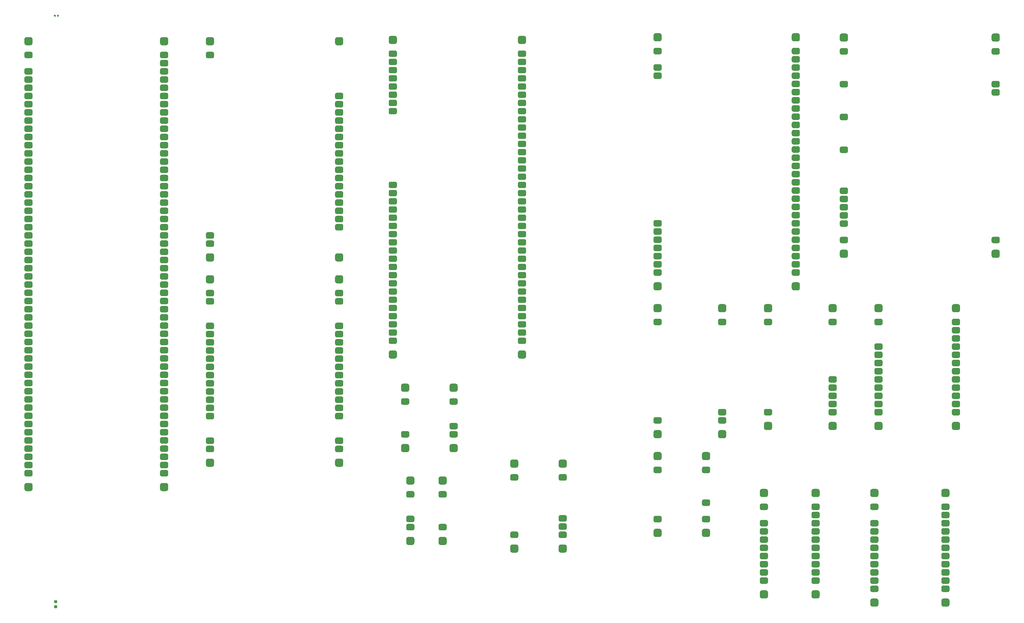
<source format=gtp>
G04 #@! TF.GenerationSoftware,KiCad,Pcbnew,9.0.1+1*
G04 #@! TF.CreationDate,2025-11-12T15:34:54+00:00*
G04 #@! TF.ProjectId,main-carrier,6d61696e-2d63-4617-9272-6965722e6b69,v1.0*
G04 #@! TF.SameCoordinates,Original*
G04 #@! TF.FileFunction,Paste,Top*
G04 #@! TF.FilePolarity,Positive*
%FSLAX46Y46*%
G04 Gerber Fmt 4.6, Leading zero omitted, Abs format (unit mm)*
G04 Created by KiCad (PCBNEW 9.0.1+1) date 2025-11-12 15:34:54*
%MOMM*%
%LPD*%
G01*
G04 APERTURE LIST*
G04 APERTURE END LIST*
G36*
G01*
X322300001Y-124559999D02*
X322300001Y-123559999D01*
G75*
G02*
X322800001Y-123059999I500000J0D01*
G01*
X324340001Y-123059999D01*
G75*
G02*
X324840001Y-123559999I0J-500000D01*
G01*
X324840001Y-124559999D01*
G75*
G02*
X324340001Y-125059999I-500000J0D01*
G01*
X322800001Y-125059999D01*
G75*
G02*
X322300001Y-124559999I0J500000D01*
G01*
G37*
G36*
G01*
X322300001Y-129639999D02*
X322300001Y-128639999D01*
G75*
G02*
X322800001Y-128139999I500000J0D01*
G01*
X324340001Y-128139999D01*
G75*
G02*
X324840001Y-128639999I0J-500000D01*
G01*
X324840001Y-129639999D01*
G75*
G02*
X324340001Y-130139999I-500000J0D01*
G01*
X322800001Y-130139999D01*
G75*
G02*
X322300001Y-129639999I0J500000D01*
G01*
G37*
G36*
G01*
X322300001Y-132179999D02*
X322300001Y-131179999D01*
G75*
G02*
X322800001Y-130679999I500000J0D01*
G01*
X324340001Y-130679999D01*
G75*
G02*
X324840001Y-131179999I0J-500000D01*
G01*
X324840001Y-132179999D01*
G75*
G02*
X324340001Y-132679999I-500000J0D01*
G01*
X322800001Y-132679999D01*
G75*
G02*
X322300001Y-132179999I0J500000D01*
G01*
G37*
G36*
G01*
X322300001Y-177899999D02*
X322300001Y-176899999D01*
G75*
G02*
X322800001Y-176399999I500000J0D01*
G01*
X324340001Y-176399999D01*
G75*
G02*
X324840001Y-176899999I0J-500000D01*
G01*
X324840001Y-177899999D01*
G75*
G02*
X324340001Y-178399999I-500000J0D01*
G01*
X322800001Y-178399999D01*
G75*
G02*
X322300001Y-177899999I0J500000D01*
G01*
G37*
G36*
G01*
X322300001Y-180439999D02*
X322300001Y-179439999D01*
G75*
G02*
X322800001Y-178939999I500000J0D01*
G01*
X324340001Y-178939999D01*
G75*
G02*
X324840001Y-179439999I0J-500000D01*
G01*
X324840001Y-180439999D01*
G75*
G02*
X324340001Y-180939999I-500000J0D01*
G01*
X322800001Y-180939999D01*
G75*
G02*
X322300001Y-180439999I0J500000D01*
G01*
G37*
G36*
G01*
X322300001Y-182979999D02*
X322300001Y-181979999D01*
G75*
G02*
X322800001Y-181479999I500000J0D01*
G01*
X324340001Y-181479999D01*
G75*
G02*
X324840001Y-181979999I0J-500000D01*
G01*
X324840001Y-182979999D01*
G75*
G02*
X324340001Y-183479999I-500000J0D01*
G01*
X322800001Y-183479999D01*
G75*
G02*
X322300001Y-182979999I0J500000D01*
G01*
G37*
G36*
G01*
X322300001Y-185519999D02*
X322300001Y-184519999D01*
G75*
G02*
X322800001Y-184019999I500000J0D01*
G01*
X324340001Y-184019999D01*
G75*
G02*
X324840001Y-184519999I0J-500000D01*
G01*
X324840001Y-185519999D01*
G75*
G02*
X324340001Y-186019999I-500000J0D01*
G01*
X322800001Y-186019999D01*
G75*
G02*
X322300001Y-185519999I0J500000D01*
G01*
G37*
G36*
G01*
X322300001Y-188059999D02*
X322300001Y-187059999D01*
G75*
G02*
X322800001Y-186559999I500000J0D01*
G01*
X324340001Y-186559999D01*
G75*
G02*
X324840001Y-187059999I0J-500000D01*
G01*
X324840001Y-188059999D01*
G75*
G02*
X324340001Y-188559999I-500000J0D01*
G01*
X322800001Y-188559999D01*
G75*
G02*
X322300001Y-188059999I0J500000D01*
G01*
G37*
G36*
G01*
X322300001Y-190599999D02*
X322300001Y-189599999D01*
G75*
G02*
X322800001Y-189099999I500000J0D01*
G01*
X324340001Y-189099999D01*
G75*
G02*
X324840001Y-189599999I0J-500000D01*
G01*
X324840001Y-190599999D01*
G75*
G02*
X324340001Y-191099999I-500000J0D01*
G01*
X322800001Y-191099999D01*
G75*
G02*
X322300001Y-190599999I0J500000D01*
G01*
G37*
G36*
G01*
X322300001Y-193139999D02*
X322300001Y-192139999D01*
G75*
G02*
X322800001Y-191639999I500000J0D01*
G01*
X324340001Y-191639999D01*
G75*
G02*
X324840001Y-192139999I0J-500000D01*
G01*
X324840001Y-193139999D01*
G75*
G02*
X324340001Y-193639999I-500000J0D01*
G01*
X322800001Y-193639999D01*
G75*
G02*
X322300001Y-193139999I0J500000D01*
G01*
G37*
G36*
G01*
X365100001Y-124559999D02*
X365100001Y-123559999D01*
G75*
G02*
X365600001Y-123059999I500000J0D01*
G01*
X367140001Y-123059999D01*
G75*
G02*
X367640001Y-123559999I0J-500000D01*
G01*
X367640001Y-124559999D01*
G75*
G02*
X367140001Y-125059999I-500000J0D01*
G01*
X365600001Y-125059999D01*
G75*
G02*
X365100001Y-124559999I0J500000D01*
G01*
G37*
G36*
G01*
X365100001Y-127099999D02*
X365100001Y-126099999D01*
G75*
G02*
X365600001Y-125599999I500000J0D01*
G01*
X367140001Y-125599999D01*
G75*
G02*
X367640001Y-126099999I0J-500000D01*
G01*
X367640001Y-127099999D01*
G75*
G02*
X367140001Y-127599999I-500000J0D01*
G01*
X365600001Y-127599999D01*
G75*
G02*
X365100001Y-127099999I0J500000D01*
G01*
G37*
G36*
G01*
X365100001Y-129639999D02*
X365100001Y-128639999D01*
G75*
G02*
X365600001Y-128139999I500000J0D01*
G01*
X367140001Y-128139999D01*
G75*
G02*
X367640001Y-128639999I0J-500000D01*
G01*
X367640001Y-129639999D01*
G75*
G02*
X367140001Y-130139999I-500000J0D01*
G01*
X365600001Y-130139999D01*
G75*
G02*
X365100001Y-129639999I0J500000D01*
G01*
G37*
G36*
G01*
X365100001Y-132179999D02*
X365100001Y-131179999D01*
G75*
G02*
X365600001Y-130679999I500000J0D01*
G01*
X367140001Y-130679999D01*
G75*
G02*
X367640001Y-131179999I0J-500000D01*
G01*
X367640001Y-132179999D01*
G75*
G02*
X367140001Y-132679999I-500000J0D01*
G01*
X365600001Y-132679999D01*
G75*
G02*
X365100001Y-132179999I0J500000D01*
G01*
G37*
G36*
G01*
X365100001Y-134719999D02*
X365100001Y-133719999D01*
G75*
G02*
X365600001Y-133219999I500000J0D01*
G01*
X367140001Y-133219999D01*
G75*
G02*
X367640001Y-133719999I0J-500000D01*
G01*
X367640001Y-134719999D01*
G75*
G02*
X367140001Y-135219999I-500000J0D01*
G01*
X365600001Y-135219999D01*
G75*
G02*
X365100001Y-134719999I0J500000D01*
G01*
G37*
G36*
G01*
X365100001Y-137259999D02*
X365100001Y-136259999D01*
G75*
G02*
X365600001Y-135759999I500000J0D01*
G01*
X367140001Y-135759999D01*
G75*
G02*
X367640001Y-136259999I0J-500000D01*
G01*
X367640001Y-137259999D01*
G75*
G02*
X367140001Y-137759999I-500000J0D01*
G01*
X365600001Y-137759999D01*
G75*
G02*
X365100001Y-137259999I0J500000D01*
G01*
G37*
G36*
G01*
X365100001Y-139799999D02*
X365100001Y-138799999D01*
G75*
G02*
X365600001Y-138299999I500000J0D01*
G01*
X367140001Y-138299999D01*
G75*
G02*
X367640001Y-138799999I0J-500000D01*
G01*
X367640001Y-139799999D01*
G75*
G02*
X367140001Y-140299999I-500000J0D01*
G01*
X365600001Y-140299999D01*
G75*
G02*
X365100001Y-139799999I0J500000D01*
G01*
G37*
G36*
G01*
X365100001Y-142339999D02*
X365100001Y-141339999D01*
G75*
G02*
X365600001Y-140839999I500000J0D01*
G01*
X367140001Y-140839999D01*
G75*
G02*
X367640001Y-141339999I0J-500000D01*
G01*
X367640001Y-142339999D01*
G75*
G02*
X367140001Y-142839999I-500000J0D01*
G01*
X365600001Y-142839999D01*
G75*
G02*
X365100001Y-142339999I0J500000D01*
G01*
G37*
G36*
G01*
X365100001Y-144879999D02*
X365100001Y-143879999D01*
G75*
G02*
X365600001Y-143379999I500000J0D01*
G01*
X367140001Y-143379999D01*
G75*
G02*
X367640001Y-143879999I0J-500000D01*
G01*
X367640001Y-144879999D01*
G75*
G02*
X367140001Y-145379999I-500000J0D01*
G01*
X365600001Y-145379999D01*
G75*
G02*
X365100001Y-144879999I0J500000D01*
G01*
G37*
G36*
G01*
X365100001Y-147419999D02*
X365100001Y-146419999D01*
G75*
G02*
X365600001Y-145919999I500000J0D01*
G01*
X367140001Y-145919999D01*
G75*
G02*
X367640001Y-146419999I0J-500000D01*
G01*
X367640001Y-147419999D01*
G75*
G02*
X367140001Y-147919999I-500000J0D01*
G01*
X365600001Y-147919999D01*
G75*
G02*
X365100001Y-147419999I0J500000D01*
G01*
G37*
G36*
G01*
X365100001Y-149959999D02*
X365100001Y-148959999D01*
G75*
G02*
X365600001Y-148459999I500000J0D01*
G01*
X367140001Y-148459999D01*
G75*
G02*
X367640001Y-148959999I0J-500000D01*
G01*
X367640001Y-149959999D01*
G75*
G02*
X367140001Y-150459999I-500000J0D01*
G01*
X365600001Y-150459999D01*
G75*
G02*
X365100001Y-149959999I0J500000D01*
G01*
G37*
G36*
G01*
X365100001Y-152499999D02*
X365100001Y-151499999D01*
G75*
G02*
X365600001Y-150999999I500000J0D01*
G01*
X367140001Y-150999999D01*
G75*
G02*
X367640001Y-151499999I0J-500000D01*
G01*
X367640001Y-152499999D01*
G75*
G02*
X367140001Y-152999999I-500000J0D01*
G01*
X365600001Y-152999999D01*
G75*
G02*
X365100001Y-152499999I0J500000D01*
G01*
G37*
G36*
G01*
X365100001Y-155039999D02*
X365100001Y-154039999D01*
G75*
G02*
X365600001Y-153539999I500000J0D01*
G01*
X367140001Y-153539999D01*
G75*
G02*
X367640001Y-154039999I0J-500000D01*
G01*
X367640001Y-155039999D01*
G75*
G02*
X367140001Y-155539999I-500000J0D01*
G01*
X365600001Y-155539999D01*
G75*
G02*
X365100001Y-155039999I0J500000D01*
G01*
G37*
G36*
G01*
X365100001Y-157579999D02*
X365100001Y-156579999D01*
G75*
G02*
X365600001Y-156079999I500000J0D01*
G01*
X367140001Y-156079999D01*
G75*
G02*
X367640001Y-156579999I0J-500000D01*
G01*
X367640001Y-157579999D01*
G75*
G02*
X367140001Y-158079999I-500000J0D01*
G01*
X365600001Y-158079999D01*
G75*
G02*
X365100001Y-157579999I0J500000D01*
G01*
G37*
G36*
G01*
X365100001Y-160119999D02*
X365100001Y-159119999D01*
G75*
G02*
X365600001Y-158619999I500000J0D01*
G01*
X367140001Y-158619999D01*
G75*
G02*
X367640001Y-159119999I0J-500000D01*
G01*
X367640001Y-160119999D01*
G75*
G02*
X367140001Y-160619999I-500000J0D01*
G01*
X365600001Y-160619999D01*
G75*
G02*
X365100001Y-160119999I0J500000D01*
G01*
G37*
G36*
G01*
X365100001Y-162659999D02*
X365100001Y-161659999D01*
G75*
G02*
X365600001Y-161159999I500000J0D01*
G01*
X367140001Y-161159999D01*
G75*
G02*
X367640001Y-161659999I0J-500000D01*
G01*
X367640001Y-162659999D01*
G75*
G02*
X367140001Y-163159999I-500000J0D01*
G01*
X365600001Y-163159999D01*
G75*
G02*
X365100001Y-162659999I0J500000D01*
G01*
G37*
G36*
G01*
X365100001Y-165199999D02*
X365100001Y-164199999D01*
G75*
G02*
X365600001Y-163699999I500000J0D01*
G01*
X367140001Y-163699999D01*
G75*
G02*
X367640001Y-164199999I0J-500000D01*
G01*
X367640001Y-165199999D01*
G75*
G02*
X367140001Y-165699999I-500000J0D01*
G01*
X365600001Y-165699999D01*
G75*
G02*
X365100001Y-165199999I0J500000D01*
G01*
G37*
G36*
G01*
X365100001Y-167739999D02*
X365100001Y-166739999D01*
G75*
G02*
X365600001Y-166239999I500000J0D01*
G01*
X367140001Y-166239999D01*
G75*
G02*
X367640001Y-166739999I0J-500000D01*
G01*
X367640001Y-167739999D01*
G75*
G02*
X367140001Y-168239999I-500000J0D01*
G01*
X365600001Y-168239999D01*
G75*
G02*
X365100001Y-167739999I0J500000D01*
G01*
G37*
G36*
G01*
X365100001Y-170279999D02*
X365100001Y-169279999D01*
G75*
G02*
X365600001Y-168779999I500000J0D01*
G01*
X367140001Y-168779999D01*
G75*
G02*
X367640001Y-169279999I0J-500000D01*
G01*
X367640001Y-170279999D01*
G75*
G02*
X367140001Y-170779999I-500000J0D01*
G01*
X365600001Y-170779999D01*
G75*
G02*
X365100001Y-170279999I0J500000D01*
G01*
G37*
G36*
G01*
X365100001Y-172819999D02*
X365100001Y-171819999D01*
G75*
G02*
X365600001Y-171319999I500000J0D01*
G01*
X367140001Y-171319999D01*
G75*
G02*
X367640001Y-171819999I0J-500000D01*
G01*
X367640001Y-172819999D01*
G75*
G02*
X367140001Y-173319999I-500000J0D01*
G01*
X365600001Y-173319999D01*
G75*
G02*
X365100001Y-172819999I0J500000D01*
G01*
G37*
G36*
G01*
X365100001Y-175359999D02*
X365100001Y-174359999D01*
G75*
G02*
X365600001Y-173859999I500000J0D01*
G01*
X367140001Y-173859999D01*
G75*
G02*
X367640001Y-174359999I0J-500000D01*
G01*
X367640001Y-175359999D01*
G75*
G02*
X367140001Y-175859999I-500000J0D01*
G01*
X365600001Y-175859999D01*
G75*
G02*
X365100001Y-175359999I0J500000D01*
G01*
G37*
G36*
G01*
X365100001Y-177899999D02*
X365100001Y-176899999D01*
G75*
G02*
X365600001Y-176399999I500000J0D01*
G01*
X367140001Y-176399999D01*
G75*
G02*
X367640001Y-176899999I0J-500000D01*
G01*
X367640001Y-177899999D01*
G75*
G02*
X367140001Y-178399999I-500000J0D01*
G01*
X365600001Y-178399999D01*
G75*
G02*
X365100001Y-177899999I0J500000D01*
G01*
G37*
G36*
G01*
X365100001Y-180439999D02*
X365100001Y-179439999D01*
G75*
G02*
X365600001Y-178939999I500000J0D01*
G01*
X367140001Y-178939999D01*
G75*
G02*
X367640001Y-179439999I0J-500000D01*
G01*
X367640001Y-180439999D01*
G75*
G02*
X367140001Y-180939999I-500000J0D01*
G01*
X365600001Y-180939999D01*
G75*
G02*
X365100001Y-180439999I0J500000D01*
G01*
G37*
G36*
G01*
X365100001Y-182979999D02*
X365100001Y-181979999D01*
G75*
G02*
X365600001Y-181479999I500000J0D01*
G01*
X367140001Y-181479999D01*
G75*
G02*
X367640001Y-181979999I0J-500000D01*
G01*
X367640001Y-182979999D01*
G75*
G02*
X367140001Y-183479999I-500000J0D01*
G01*
X365600001Y-183479999D01*
G75*
G02*
X365100001Y-182979999I0J500000D01*
G01*
G37*
G36*
G01*
X365100001Y-185519999D02*
X365100001Y-184519999D01*
G75*
G02*
X365600001Y-184019999I500000J0D01*
G01*
X367140001Y-184019999D01*
G75*
G02*
X367640001Y-184519999I0J-500000D01*
G01*
X367640001Y-185519999D01*
G75*
G02*
X367140001Y-186019999I-500000J0D01*
G01*
X365600001Y-186019999D01*
G75*
G02*
X365100001Y-185519999I0J500000D01*
G01*
G37*
G36*
G01*
X365100001Y-188059999D02*
X365100001Y-187059999D01*
G75*
G02*
X365600001Y-186559999I500000J0D01*
G01*
X367140001Y-186559999D01*
G75*
G02*
X367640001Y-187059999I0J-500000D01*
G01*
X367640001Y-188059999D01*
G75*
G02*
X367140001Y-188559999I-500000J0D01*
G01*
X365600001Y-188559999D01*
G75*
G02*
X365100001Y-188059999I0J500000D01*
G01*
G37*
G36*
G01*
X365100001Y-190599999D02*
X365100001Y-189599999D01*
G75*
G02*
X365600001Y-189099999I500000J0D01*
G01*
X367140001Y-189099999D01*
G75*
G02*
X367640001Y-189599999I0J-500000D01*
G01*
X367640001Y-190599999D01*
G75*
G02*
X367140001Y-191099999I-500000J0D01*
G01*
X365600001Y-191099999D01*
G75*
G02*
X365100001Y-190599999I0J500000D01*
G01*
G37*
G36*
G01*
X365100001Y-193139999D02*
X365100001Y-192139999D01*
G75*
G02*
X365600001Y-191639999I500000J0D01*
G01*
X367140001Y-191639999D01*
G75*
G02*
X367640001Y-192139999I0J-500000D01*
G01*
X367640001Y-193139999D01*
G75*
G02*
X367140001Y-193639999I-500000J0D01*
G01*
X365600001Y-193639999D01*
G75*
G02*
X365100001Y-193139999I0J500000D01*
G01*
G37*
G36*
G01*
X322300001Y-120424999D02*
X322300001Y-119154999D01*
G75*
G02*
X322935001Y-118519999I635000J0D01*
G01*
X324205001Y-118519999D01*
G75*
G02*
X324840001Y-119154999I0J-635000D01*
G01*
X324840001Y-120424999D01*
G75*
G02*
X324205001Y-121059999I-635000J0D01*
G01*
X322935001Y-121059999D01*
G75*
G02*
X322300001Y-120424999I0J635000D01*
G01*
G37*
G36*
G01*
X365100001Y-120424999D02*
X365100001Y-119154999D01*
G75*
G02*
X365735001Y-118519999I635000J0D01*
G01*
X367005001Y-118519999D01*
G75*
G02*
X367640001Y-119154999I0J-635000D01*
G01*
X367640001Y-120424999D01*
G75*
G02*
X367005001Y-121059999I-635000J0D01*
G01*
X365735001Y-121059999D01*
G75*
G02*
X365100001Y-120424999I0J635000D01*
G01*
G37*
G36*
G01*
X322300001Y-197544999D02*
X322300001Y-196274999D01*
G75*
G02*
X322935001Y-195639999I635000J0D01*
G01*
X324205001Y-195639999D01*
G75*
G02*
X324840001Y-196274999I0J-635000D01*
G01*
X324840001Y-197544999D01*
G75*
G02*
X324205001Y-198179999I-635000J0D01*
G01*
X322935001Y-198179999D01*
G75*
G02*
X322300001Y-197544999I0J635000D01*
G01*
G37*
G36*
G01*
X365100001Y-197544999D02*
X365100001Y-196274999D01*
G75*
G02*
X365735001Y-195639999I635000J0D01*
G01*
X367005001Y-195639999D01*
G75*
G02*
X367640001Y-196274999I0J-635000D01*
G01*
X367640001Y-197544999D01*
G75*
G02*
X367005001Y-198179999I-635000J0D01*
G01*
X365735001Y-198179999D01*
G75*
G02*
X365100001Y-197544999I0J635000D01*
G01*
G37*
G36*
G01*
X355220000Y-265699999D02*
X355220000Y-264699999D01*
G75*
G02*
X355720000Y-264199999I500000J0D01*
G01*
X357260000Y-264199999D01*
G75*
G02*
X357760000Y-264699999I0J-500000D01*
G01*
X357760000Y-265699999D01*
G75*
G02*
X357260000Y-266199999I-500000J0D01*
G01*
X355720000Y-266199999D01*
G75*
G02*
X355220000Y-265699999I0J500000D01*
G01*
G37*
G36*
G01*
X355220000Y-270779999D02*
X355220000Y-269779999D01*
G75*
G02*
X355720000Y-269279999I500000J0D01*
G01*
X357260000Y-269279999D01*
G75*
G02*
X357760000Y-269779999I0J-500000D01*
G01*
X357760000Y-270779999D01*
G75*
G02*
X357260000Y-271279999I-500000J0D01*
G01*
X355720000Y-271279999D01*
G75*
G02*
X355220000Y-270779999I0J500000D01*
G01*
G37*
G36*
G01*
X355220000Y-273319999D02*
X355220000Y-272319999D01*
G75*
G02*
X355720000Y-271819999I500000J0D01*
G01*
X357260000Y-271819999D01*
G75*
G02*
X357760000Y-272319999I0J-500000D01*
G01*
X357760000Y-273319999D01*
G75*
G02*
X357260000Y-273819999I-500000J0D01*
G01*
X355720000Y-273819999D01*
G75*
G02*
X355220000Y-273319999I0J500000D01*
G01*
G37*
G36*
G01*
X355220000Y-275859999D02*
X355220000Y-274859999D01*
G75*
G02*
X355720000Y-274359999I500000J0D01*
G01*
X357260000Y-274359999D01*
G75*
G02*
X357760000Y-274859999I0J-500000D01*
G01*
X357760000Y-275859999D01*
G75*
G02*
X357260000Y-276359999I-500000J0D01*
G01*
X355720000Y-276359999D01*
G75*
G02*
X355220000Y-275859999I0J500000D01*
G01*
G37*
G36*
G01*
X355220000Y-278399999D02*
X355220000Y-277399999D01*
G75*
G02*
X355720000Y-276899999I500000J0D01*
G01*
X357260000Y-276899999D01*
G75*
G02*
X357760000Y-277399999I0J-500000D01*
G01*
X357760000Y-278399999D01*
G75*
G02*
X357260000Y-278899999I-500000J0D01*
G01*
X355720000Y-278899999D01*
G75*
G02*
X355220000Y-278399999I0J500000D01*
G01*
G37*
G36*
G01*
X355220000Y-280939999D02*
X355220000Y-279939999D01*
G75*
G02*
X355720000Y-279439999I500000J0D01*
G01*
X357260000Y-279439999D01*
G75*
G02*
X357760000Y-279939999I0J-500000D01*
G01*
X357760000Y-280939999D01*
G75*
G02*
X357260000Y-281439999I-500000J0D01*
G01*
X355720000Y-281439999D01*
G75*
G02*
X355220000Y-280939999I0J500000D01*
G01*
G37*
G36*
G01*
X355220000Y-283479999D02*
X355220000Y-282479999D01*
G75*
G02*
X355720000Y-281979999I500000J0D01*
G01*
X357260000Y-281979999D01*
G75*
G02*
X357760000Y-282479999I0J-500000D01*
G01*
X357760000Y-283479999D01*
G75*
G02*
X357260000Y-283979999I-500000J0D01*
G01*
X355720000Y-283979999D01*
G75*
G02*
X355220000Y-283479999I0J500000D01*
G01*
G37*
G36*
G01*
X355220000Y-286019999D02*
X355220000Y-285019999D01*
G75*
G02*
X355720000Y-284519999I500000J0D01*
G01*
X357260000Y-284519999D01*
G75*
G02*
X357760000Y-285019999I0J-500000D01*
G01*
X357760000Y-286019999D01*
G75*
G02*
X357260000Y-286519999I-500000J0D01*
G01*
X355720000Y-286519999D01*
G75*
G02*
X355220000Y-286019999I0J500000D01*
G01*
G37*
G36*
G01*
X355220000Y-288559999D02*
X355220000Y-287559999D01*
G75*
G02*
X355720000Y-287059999I500000J0D01*
G01*
X357260000Y-287059999D01*
G75*
G02*
X357760000Y-287559999I0J-500000D01*
G01*
X357760000Y-288559999D01*
G75*
G02*
X357260000Y-289059999I-500000J0D01*
G01*
X355720000Y-289059999D01*
G75*
G02*
X355220000Y-288559999I0J500000D01*
G01*
G37*
G36*
G01*
X371220000Y-265699999D02*
X371220000Y-264699999D01*
G75*
G02*
X371720000Y-264199999I500000J0D01*
G01*
X373260000Y-264199999D01*
G75*
G02*
X373760000Y-264699999I0J-500000D01*
G01*
X373760000Y-265699999D01*
G75*
G02*
X373260000Y-266199999I-500000J0D01*
G01*
X371720000Y-266199999D01*
G75*
G02*
X371220000Y-265699999I0J500000D01*
G01*
G37*
G36*
G01*
X371220000Y-268239999D02*
X371220000Y-267239999D01*
G75*
G02*
X371720000Y-266739999I500000J0D01*
G01*
X373260000Y-266739999D01*
G75*
G02*
X373760000Y-267239999I0J-500000D01*
G01*
X373760000Y-268239999D01*
G75*
G02*
X373260000Y-268739999I-500000J0D01*
G01*
X371720000Y-268739999D01*
G75*
G02*
X371220000Y-268239999I0J500000D01*
G01*
G37*
G36*
G01*
X371220000Y-270779999D02*
X371220000Y-269779999D01*
G75*
G02*
X371720000Y-269279999I500000J0D01*
G01*
X373260000Y-269279999D01*
G75*
G02*
X373760000Y-269779999I0J-500000D01*
G01*
X373760000Y-270779999D01*
G75*
G02*
X373260000Y-271279999I-500000J0D01*
G01*
X371720000Y-271279999D01*
G75*
G02*
X371220000Y-270779999I0J500000D01*
G01*
G37*
G36*
G01*
X371220000Y-273319999D02*
X371220000Y-272319999D01*
G75*
G02*
X371720000Y-271819999I500000J0D01*
G01*
X373260000Y-271819999D01*
G75*
G02*
X373760000Y-272319999I0J-500000D01*
G01*
X373760000Y-273319999D01*
G75*
G02*
X373260000Y-273819999I-500000J0D01*
G01*
X371720000Y-273819999D01*
G75*
G02*
X371220000Y-273319999I0J500000D01*
G01*
G37*
G36*
G01*
X371220000Y-275859999D02*
X371220000Y-274859999D01*
G75*
G02*
X371720000Y-274359999I500000J0D01*
G01*
X373260000Y-274359999D01*
G75*
G02*
X373760000Y-274859999I0J-500000D01*
G01*
X373760000Y-275859999D01*
G75*
G02*
X373260000Y-276359999I-500000J0D01*
G01*
X371720000Y-276359999D01*
G75*
G02*
X371220000Y-275859999I0J500000D01*
G01*
G37*
G36*
G01*
X371220000Y-278399999D02*
X371220000Y-277399999D01*
G75*
G02*
X371720000Y-276899999I500000J0D01*
G01*
X373260000Y-276899999D01*
G75*
G02*
X373760000Y-277399999I0J-500000D01*
G01*
X373760000Y-278399999D01*
G75*
G02*
X373260000Y-278899999I-500000J0D01*
G01*
X371720000Y-278899999D01*
G75*
G02*
X371220000Y-278399999I0J500000D01*
G01*
G37*
G36*
G01*
X371220000Y-280939999D02*
X371220000Y-279939999D01*
G75*
G02*
X371720000Y-279439999I500000J0D01*
G01*
X373260000Y-279439999D01*
G75*
G02*
X373760000Y-279939999I0J-500000D01*
G01*
X373760000Y-280939999D01*
G75*
G02*
X373260000Y-281439999I-500000J0D01*
G01*
X371720000Y-281439999D01*
G75*
G02*
X371220000Y-280939999I0J500000D01*
G01*
G37*
G36*
G01*
X371220000Y-283479999D02*
X371220000Y-282479999D01*
G75*
G02*
X371720000Y-281979999I500000J0D01*
G01*
X373260000Y-281979999D01*
G75*
G02*
X373760000Y-282479999I0J-500000D01*
G01*
X373760000Y-283479999D01*
G75*
G02*
X373260000Y-283979999I-500000J0D01*
G01*
X371720000Y-283979999D01*
G75*
G02*
X371220000Y-283479999I0J500000D01*
G01*
G37*
G36*
G01*
X371220000Y-286019999D02*
X371220000Y-285019999D01*
G75*
G02*
X371720000Y-284519999I500000J0D01*
G01*
X373260000Y-284519999D01*
G75*
G02*
X373760000Y-285019999I0J-500000D01*
G01*
X373760000Y-286019999D01*
G75*
G02*
X373260000Y-286519999I-500000J0D01*
G01*
X371720000Y-286519999D01*
G75*
G02*
X371220000Y-286019999I0J500000D01*
G01*
G37*
G36*
G01*
X371220000Y-288559999D02*
X371220000Y-287559999D01*
G75*
G02*
X371720000Y-287059999I500000J0D01*
G01*
X373260000Y-287059999D01*
G75*
G02*
X373760000Y-287559999I0J-500000D01*
G01*
X373760000Y-288559999D01*
G75*
G02*
X373260000Y-289059999I-500000J0D01*
G01*
X371720000Y-289059999D01*
G75*
G02*
X371220000Y-288559999I0J500000D01*
G01*
G37*
G36*
G01*
X355220000Y-261564999D02*
X355220000Y-260294999D01*
G75*
G02*
X355855000Y-259659999I635000J0D01*
G01*
X357125000Y-259659999D01*
G75*
G02*
X357760000Y-260294999I0J-635000D01*
G01*
X357760000Y-261564999D01*
G75*
G02*
X357125000Y-262199999I-635000J0D01*
G01*
X355855000Y-262199999D01*
G75*
G02*
X355220000Y-261564999I0J635000D01*
G01*
G37*
G36*
G01*
X371220000Y-261564999D02*
X371220000Y-260294999D01*
G75*
G02*
X371855000Y-259659999I635000J0D01*
G01*
X373125000Y-259659999D01*
G75*
G02*
X373760000Y-260294999I0J-635000D01*
G01*
X373760000Y-261564999D01*
G75*
G02*
X373125000Y-262199999I-635000J0D01*
G01*
X371855000Y-262199999D01*
G75*
G02*
X371220000Y-261564999I0J635000D01*
G01*
G37*
G36*
G01*
X355220000Y-292964999D02*
X355220000Y-291694999D01*
G75*
G02*
X355855000Y-291059999I635000J0D01*
G01*
X357125000Y-291059999D01*
G75*
G02*
X357760000Y-291694999I0J-635000D01*
G01*
X357760000Y-292964999D01*
G75*
G02*
X357125000Y-293599999I-635000J0D01*
G01*
X355855000Y-293599999D01*
G75*
G02*
X355220000Y-292964999I0J635000D01*
G01*
G37*
G36*
G01*
X371220000Y-292964999D02*
X371220000Y-291694999D01*
G75*
G02*
X371855000Y-291059999I635000J0D01*
G01*
X373125000Y-291059999D01*
G75*
G02*
X373760000Y-291694999I0J-635000D01*
G01*
X373760000Y-292964999D01*
G75*
G02*
X373125000Y-293599999I-635000J0D01*
G01*
X371855000Y-293599999D01*
G75*
G02*
X371220000Y-292964999I0J635000D01*
G01*
G37*
G36*
G01*
X379980000Y-124640000D02*
X379980000Y-123640000D01*
G75*
G02*
X380480000Y-123140000I500000J0D01*
G01*
X382020000Y-123140000D01*
G75*
G02*
X382520000Y-123640000I0J-500000D01*
G01*
X382520000Y-124640000D01*
G75*
G02*
X382020000Y-125140000I-500000J0D01*
G01*
X380480000Y-125140000D01*
G75*
G02*
X379980000Y-124640000I0J500000D01*
G01*
G37*
G36*
G01*
X379980000Y-134800000D02*
X379980000Y-133800000D01*
G75*
G02*
X380480000Y-133300000I500000J0D01*
G01*
X382020000Y-133300000D01*
G75*
G02*
X382520000Y-133800000I0J-500000D01*
G01*
X382520000Y-134800000D01*
G75*
G02*
X382020000Y-135300000I-500000J0D01*
G01*
X380480000Y-135300000D01*
G75*
G02*
X379980000Y-134800000I0J500000D01*
G01*
G37*
G36*
G01*
X379980000Y-144960000D02*
X379980000Y-143960000D01*
G75*
G02*
X380480000Y-143460000I500000J0D01*
G01*
X382020000Y-143460000D01*
G75*
G02*
X382520000Y-143960000I0J-500000D01*
G01*
X382520000Y-144960000D01*
G75*
G02*
X382020000Y-145460000I-500000J0D01*
G01*
X380480000Y-145460000D01*
G75*
G02*
X379980000Y-144960000I0J500000D01*
G01*
G37*
G36*
G01*
X379980000Y-155120000D02*
X379980000Y-154120000D01*
G75*
G02*
X380480000Y-153620000I500000J0D01*
G01*
X382020000Y-153620000D01*
G75*
G02*
X382520000Y-154120000I0J-500000D01*
G01*
X382520000Y-155120000D01*
G75*
G02*
X382020000Y-155620000I-500000J0D01*
G01*
X380480000Y-155620000D01*
G75*
G02*
X379980000Y-155120000I0J500000D01*
G01*
G37*
G36*
G01*
X379980000Y-167820000D02*
X379980000Y-166820000D01*
G75*
G02*
X380480000Y-166320000I500000J0D01*
G01*
X382020000Y-166320000D01*
G75*
G02*
X382520000Y-166820000I0J-500000D01*
G01*
X382520000Y-167820000D01*
G75*
G02*
X382020000Y-168320000I-500000J0D01*
G01*
X380480000Y-168320000D01*
G75*
G02*
X379980000Y-167820000I0J500000D01*
G01*
G37*
G36*
G01*
X379980000Y-170360000D02*
X379980000Y-169360000D01*
G75*
G02*
X380480000Y-168860000I500000J0D01*
G01*
X382020000Y-168860000D01*
G75*
G02*
X382520000Y-169360000I0J-500000D01*
G01*
X382520000Y-170360000D01*
G75*
G02*
X382020000Y-170860000I-500000J0D01*
G01*
X380480000Y-170860000D01*
G75*
G02*
X379980000Y-170360000I0J500000D01*
G01*
G37*
G36*
G01*
X379980000Y-172900000D02*
X379980000Y-171900000D01*
G75*
G02*
X380480000Y-171400000I500000J0D01*
G01*
X382020000Y-171400000D01*
G75*
G02*
X382520000Y-171900000I0J-500000D01*
G01*
X382520000Y-172900000D01*
G75*
G02*
X382020000Y-173400000I-500000J0D01*
G01*
X380480000Y-173400000D01*
G75*
G02*
X379980000Y-172900000I0J500000D01*
G01*
G37*
G36*
G01*
X379980000Y-175440000D02*
X379980000Y-174440000D01*
G75*
G02*
X380480000Y-173940000I500000J0D01*
G01*
X382020000Y-173940000D01*
G75*
G02*
X382520000Y-174440000I0J-500000D01*
G01*
X382520000Y-175440000D01*
G75*
G02*
X382020000Y-175940000I-500000J0D01*
G01*
X380480000Y-175940000D01*
G75*
G02*
X379980000Y-175440000I0J500000D01*
G01*
G37*
G36*
G01*
X379980000Y-177980000D02*
X379980000Y-176980000D01*
G75*
G02*
X380480000Y-176480000I500000J0D01*
G01*
X382020000Y-176480000D01*
G75*
G02*
X382520000Y-176980000I0J-500000D01*
G01*
X382520000Y-177980000D01*
G75*
G02*
X382020000Y-178480000I-500000J0D01*
G01*
X380480000Y-178480000D01*
G75*
G02*
X379980000Y-177980000I0J500000D01*
G01*
G37*
G36*
G01*
X379980000Y-183060000D02*
X379980000Y-182060000D01*
G75*
G02*
X380480000Y-181560000I500000J0D01*
G01*
X382020000Y-181560000D01*
G75*
G02*
X382520000Y-182060000I0J-500000D01*
G01*
X382520000Y-183060000D01*
G75*
G02*
X382020000Y-183560000I-500000J0D01*
G01*
X380480000Y-183560000D01*
G75*
G02*
X379980000Y-183060000I0J500000D01*
G01*
G37*
G36*
G01*
X426980000Y-124640000D02*
X426980000Y-123640000D01*
G75*
G02*
X427480000Y-123140000I500000J0D01*
G01*
X429020000Y-123140000D01*
G75*
G02*
X429520000Y-123640000I0J-500000D01*
G01*
X429520000Y-124640000D01*
G75*
G02*
X429020000Y-125140000I-500000J0D01*
G01*
X427480000Y-125140000D01*
G75*
G02*
X426980000Y-124640000I0J500000D01*
G01*
G37*
G36*
G01*
X426980000Y-134800000D02*
X426980000Y-133800000D01*
G75*
G02*
X427480000Y-133300000I500000J0D01*
G01*
X429020000Y-133300000D01*
G75*
G02*
X429520000Y-133800000I0J-500000D01*
G01*
X429520000Y-134800000D01*
G75*
G02*
X429020000Y-135300000I-500000J0D01*
G01*
X427480000Y-135300000D01*
G75*
G02*
X426980000Y-134800000I0J500000D01*
G01*
G37*
G36*
G01*
X426980000Y-137340000D02*
X426980000Y-136340000D01*
G75*
G02*
X427480000Y-135840000I500000J0D01*
G01*
X429020000Y-135840000D01*
G75*
G02*
X429520000Y-136340000I0J-500000D01*
G01*
X429520000Y-137340000D01*
G75*
G02*
X429020000Y-137840000I-500000J0D01*
G01*
X427480000Y-137840000D01*
G75*
G02*
X426980000Y-137340000I0J500000D01*
G01*
G37*
G36*
G01*
X426980000Y-183060000D02*
X426980000Y-182060000D01*
G75*
G02*
X427480000Y-181560000I500000J0D01*
G01*
X429020000Y-181560000D01*
G75*
G02*
X429520000Y-182060000I0J-500000D01*
G01*
X429520000Y-183060000D01*
G75*
G02*
X429020000Y-183560000I-500000J0D01*
G01*
X427480000Y-183560000D01*
G75*
G02*
X426980000Y-183060000I0J500000D01*
G01*
G37*
G36*
G01*
X379980000Y-120505000D02*
X379980000Y-119235000D01*
G75*
G02*
X380615000Y-118600000I635000J0D01*
G01*
X381885000Y-118600000D01*
G75*
G02*
X382520000Y-119235000I0J-635000D01*
G01*
X382520000Y-120505000D01*
G75*
G02*
X381885000Y-121140000I-635000J0D01*
G01*
X380615000Y-121140000D01*
G75*
G02*
X379980000Y-120505000I0J635000D01*
G01*
G37*
G36*
G01*
X426980000Y-120505000D02*
X426980000Y-119235000D01*
G75*
G02*
X427615000Y-118600000I635000J0D01*
G01*
X428885000Y-118600000D01*
G75*
G02*
X429520000Y-119235000I0J-635000D01*
G01*
X429520000Y-120505000D01*
G75*
G02*
X428885000Y-121140000I-635000J0D01*
G01*
X427615000Y-121140000D01*
G75*
G02*
X426980000Y-120505000I0J635000D01*
G01*
G37*
G36*
G01*
X379980000Y-187465000D02*
X379980000Y-186195000D01*
G75*
G02*
X380615000Y-185560000I635000J0D01*
G01*
X381885000Y-185560000D01*
G75*
G02*
X382520000Y-186195000I0J-635000D01*
G01*
X382520000Y-187465000D01*
G75*
G02*
X381885000Y-188100000I-635000J0D01*
G01*
X380615000Y-188100000D01*
G75*
G02*
X379980000Y-187465000I0J635000D01*
G01*
G37*
G36*
G01*
X426980000Y-187465000D02*
X426980000Y-186195000D01*
G75*
G02*
X427615000Y-185560000I635000J0D01*
G01*
X428885000Y-185560000D01*
G75*
G02*
X429520000Y-186195000I0J-635000D01*
G01*
X429520000Y-187465000D01*
G75*
G02*
X428885000Y-188100000I-635000J0D01*
G01*
X427615000Y-188100000D01*
G75*
G02*
X426980000Y-187465000I0J635000D01*
G01*
G37*
G36*
G01*
X390700000Y-208459999D02*
X390700000Y-207459999D01*
G75*
G02*
X391200000Y-206959999I500000J0D01*
G01*
X392740000Y-206959999D01*
G75*
G02*
X393240000Y-207459999I0J-500000D01*
G01*
X393240000Y-208459999D01*
G75*
G02*
X392740000Y-208959999I-500000J0D01*
G01*
X391200000Y-208959999D01*
G75*
G02*
X390700000Y-208459999I0J500000D01*
G01*
G37*
G36*
G01*
X390700000Y-216079999D02*
X390700000Y-215079999D01*
G75*
G02*
X391200000Y-214579999I500000J0D01*
G01*
X392740000Y-214579999D01*
G75*
G02*
X393240000Y-215079999I0J-500000D01*
G01*
X393240000Y-216079999D01*
G75*
G02*
X392740000Y-216579999I-500000J0D01*
G01*
X391200000Y-216579999D01*
G75*
G02*
X390700000Y-216079999I0J500000D01*
G01*
G37*
G36*
G01*
X390700000Y-218619999D02*
X390700000Y-217619999D01*
G75*
G02*
X391200000Y-217119999I500000J0D01*
G01*
X392740000Y-217119999D01*
G75*
G02*
X393240000Y-217619999I0J-500000D01*
G01*
X393240000Y-218619999D01*
G75*
G02*
X392740000Y-219119999I-500000J0D01*
G01*
X391200000Y-219119999D01*
G75*
G02*
X390700000Y-218619999I0J500000D01*
G01*
G37*
G36*
G01*
X390700000Y-221159999D02*
X390700000Y-220159999D01*
G75*
G02*
X391200000Y-219659999I500000J0D01*
G01*
X392740000Y-219659999D01*
G75*
G02*
X393240000Y-220159999I0J-500000D01*
G01*
X393240000Y-221159999D01*
G75*
G02*
X392740000Y-221659999I-500000J0D01*
G01*
X391200000Y-221659999D01*
G75*
G02*
X390700000Y-221159999I0J500000D01*
G01*
G37*
G36*
G01*
X390700000Y-223699999D02*
X390700000Y-222699999D01*
G75*
G02*
X391200000Y-222199999I500000J0D01*
G01*
X392740000Y-222199999D01*
G75*
G02*
X393240000Y-222699999I0J-500000D01*
G01*
X393240000Y-223699999D01*
G75*
G02*
X392740000Y-224199999I-500000J0D01*
G01*
X391200000Y-224199999D01*
G75*
G02*
X390700000Y-223699999I0J500000D01*
G01*
G37*
G36*
G01*
X390700000Y-226239999D02*
X390700000Y-225239999D01*
G75*
G02*
X391200000Y-224739999I500000J0D01*
G01*
X392740000Y-224739999D01*
G75*
G02*
X393240000Y-225239999I0J-500000D01*
G01*
X393240000Y-226239999D01*
G75*
G02*
X392740000Y-226739999I-500000J0D01*
G01*
X391200000Y-226739999D01*
G75*
G02*
X390700000Y-226239999I0J500000D01*
G01*
G37*
G36*
G01*
X390700000Y-228779999D02*
X390700000Y-227779999D01*
G75*
G02*
X391200000Y-227279999I500000J0D01*
G01*
X392740000Y-227279999D01*
G75*
G02*
X393240000Y-227779999I0J-500000D01*
G01*
X393240000Y-228779999D01*
G75*
G02*
X392740000Y-229279999I-500000J0D01*
G01*
X391200000Y-229279999D01*
G75*
G02*
X390700000Y-228779999I0J500000D01*
G01*
G37*
G36*
G01*
X390700000Y-231319999D02*
X390700000Y-230319999D01*
G75*
G02*
X391200000Y-229819999I500000J0D01*
G01*
X392740000Y-229819999D01*
G75*
G02*
X393240000Y-230319999I0J-500000D01*
G01*
X393240000Y-231319999D01*
G75*
G02*
X392740000Y-231819999I-500000J0D01*
G01*
X391200000Y-231819999D01*
G75*
G02*
X390700000Y-231319999I0J500000D01*
G01*
G37*
G36*
G01*
X390700000Y-233859999D02*
X390700000Y-232859999D01*
G75*
G02*
X391200000Y-232359999I500000J0D01*
G01*
X392740000Y-232359999D01*
G75*
G02*
X393240000Y-232859999I0J-500000D01*
G01*
X393240000Y-233859999D01*
G75*
G02*
X392740000Y-234359999I-500000J0D01*
G01*
X391200000Y-234359999D01*
G75*
G02*
X390700000Y-233859999I0J500000D01*
G01*
G37*
G36*
G01*
X390700000Y-236399999D02*
X390700000Y-235399999D01*
G75*
G02*
X391200000Y-234899999I500000J0D01*
G01*
X392740000Y-234899999D01*
G75*
G02*
X393240000Y-235399999I0J-500000D01*
G01*
X393240000Y-236399999D01*
G75*
G02*
X392740000Y-236899999I-500000J0D01*
G01*
X391200000Y-236899999D01*
G75*
G02*
X390700000Y-236399999I0J500000D01*
G01*
G37*
G36*
G01*
X414700000Y-208459999D02*
X414700000Y-207459999D01*
G75*
G02*
X415200000Y-206959999I500000J0D01*
G01*
X416740000Y-206959999D01*
G75*
G02*
X417240000Y-207459999I0J-500000D01*
G01*
X417240000Y-208459999D01*
G75*
G02*
X416740000Y-208959999I-500000J0D01*
G01*
X415200000Y-208959999D01*
G75*
G02*
X414700000Y-208459999I0J500000D01*
G01*
G37*
G36*
G01*
X414700000Y-210999999D02*
X414700000Y-209999999D01*
G75*
G02*
X415200000Y-209499999I500000J0D01*
G01*
X416740000Y-209499999D01*
G75*
G02*
X417240000Y-209999999I0J-500000D01*
G01*
X417240000Y-210999999D01*
G75*
G02*
X416740000Y-211499999I-500000J0D01*
G01*
X415200000Y-211499999D01*
G75*
G02*
X414700000Y-210999999I0J500000D01*
G01*
G37*
G36*
G01*
X414700000Y-213539999D02*
X414700000Y-212539999D01*
G75*
G02*
X415200000Y-212039999I500000J0D01*
G01*
X416740000Y-212039999D01*
G75*
G02*
X417240000Y-212539999I0J-500000D01*
G01*
X417240000Y-213539999D01*
G75*
G02*
X416740000Y-214039999I-500000J0D01*
G01*
X415200000Y-214039999D01*
G75*
G02*
X414700000Y-213539999I0J500000D01*
G01*
G37*
G36*
G01*
X414700000Y-216079999D02*
X414700000Y-215079999D01*
G75*
G02*
X415200000Y-214579999I500000J0D01*
G01*
X416740000Y-214579999D01*
G75*
G02*
X417240000Y-215079999I0J-500000D01*
G01*
X417240000Y-216079999D01*
G75*
G02*
X416740000Y-216579999I-500000J0D01*
G01*
X415200000Y-216579999D01*
G75*
G02*
X414700000Y-216079999I0J500000D01*
G01*
G37*
G36*
G01*
X414700000Y-218619999D02*
X414700000Y-217619999D01*
G75*
G02*
X415200000Y-217119999I500000J0D01*
G01*
X416740000Y-217119999D01*
G75*
G02*
X417240000Y-217619999I0J-500000D01*
G01*
X417240000Y-218619999D01*
G75*
G02*
X416740000Y-219119999I-500000J0D01*
G01*
X415200000Y-219119999D01*
G75*
G02*
X414700000Y-218619999I0J500000D01*
G01*
G37*
G36*
G01*
X414700000Y-221159999D02*
X414700000Y-220159999D01*
G75*
G02*
X415200000Y-219659999I500000J0D01*
G01*
X416740000Y-219659999D01*
G75*
G02*
X417240000Y-220159999I0J-500000D01*
G01*
X417240000Y-221159999D01*
G75*
G02*
X416740000Y-221659999I-500000J0D01*
G01*
X415200000Y-221659999D01*
G75*
G02*
X414700000Y-221159999I0J500000D01*
G01*
G37*
G36*
G01*
X414700000Y-223699999D02*
X414700000Y-222699999D01*
G75*
G02*
X415200000Y-222199999I500000J0D01*
G01*
X416740000Y-222199999D01*
G75*
G02*
X417240000Y-222699999I0J-500000D01*
G01*
X417240000Y-223699999D01*
G75*
G02*
X416740000Y-224199999I-500000J0D01*
G01*
X415200000Y-224199999D01*
G75*
G02*
X414700000Y-223699999I0J500000D01*
G01*
G37*
G36*
G01*
X414700000Y-226239999D02*
X414700000Y-225239999D01*
G75*
G02*
X415200000Y-224739999I500000J0D01*
G01*
X416740000Y-224739999D01*
G75*
G02*
X417240000Y-225239999I0J-500000D01*
G01*
X417240000Y-226239999D01*
G75*
G02*
X416740000Y-226739999I-500000J0D01*
G01*
X415200000Y-226739999D01*
G75*
G02*
X414700000Y-226239999I0J500000D01*
G01*
G37*
G36*
G01*
X414700000Y-228779999D02*
X414700000Y-227779999D01*
G75*
G02*
X415200000Y-227279999I500000J0D01*
G01*
X416740000Y-227279999D01*
G75*
G02*
X417240000Y-227779999I0J-500000D01*
G01*
X417240000Y-228779999D01*
G75*
G02*
X416740000Y-229279999I-500000J0D01*
G01*
X415200000Y-229279999D01*
G75*
G02*
X414700000Y-228779999I0J500000D01*
G01*
G37*
G36*
G01*
X414700000Y-231319999D02*
X414700000Y-230319999D01*
G75*
G02*
X415200000Y-229819999I500000J0D01*
G01*
X416740000Y-229819999D01*
G75*
G02*
X417240000Y-230319999I0J-500000D01*
G01*
X417240000Y-231319999D01*
G75*
G02*
X416740000Y-231819999I-500000J0D01*
G01*
X415200000Y-231819999D01*
G75*
G02*
X414700000Y-231319999I0J500000D01*
G01*
G37*
G36*
G01*
X414700000Y-233859999D02*
X414700000Y-232859999D01*
G75*
G02*
X415200000Y-232359999I500000J0D01*
G01*
X416740000Y-232359999D01*
G75*
G02*
X417240000Y-232859999I0J-500000D01*
G01*
X417240000Y-233859999D01*
G75*
G02*
X416740000Y-234359999I-500000J0D01*
G01*
X415200000Y-234359999D01*
G75*
G02*
X414700000Y-233859999I0J500000D01*
G01*
G37*
G36*
G01*
X414700000Y-236399999D02*
X414700000Y-235399999D01*
G75*
G02*
X415200000Y-234899999I500000J0D01*
G01*
X416740000Y-234899999D01*
G75*
G02*
X417240000Y-235399999I0J-500000D01*
G01*
X417240000Y-236399999D01*
G75*
G02*
X416740000Y-236899999I-500000J0D01*
G01*
X415200000Y-236899999D01*
G75*
G02*
X414700000Y-236399999I0J500000D01*
G01*
G37*
G36*
G01*
X390700000Y-204324999D02*
X390700000Y-203054999D01*
G75*
G02*
X391335000Y-202419999I635000J0D01*
G01*
X392605000Y-202419999D01*
G75*
G02*
X393240000Y-203054999I0J-635000D01*
G01*
X393240000Y-204324999D01*
G75*
G02*
X392605000Y-204959999I-635000J0D01*
G01*
X391335000Y-204959999D01*
G75*
G02*
X390700000Y-204324999I0J635000D01*
G01*
G37*
G36*
G01*
X414700000Y-204324999D02*
X414700000Y-203054999D01*
G75*
G02*
X415335000Y-202419999I635000J0D01*
G01*
X416605000Y-202419999D01*
G75*
G02*
X417240000Y-203054999I0J-635000D01*
G01*
X417240000Y-204324999D01*
G75*
G02*
X416605000Y-204959999I-635000J0D01*
G01*
X415335000Y-204959999D01*
G75*
G02*
X414700000Y-204324999I0J635000D01*
G01*
G37*
G36*
G01*
X390700000Y-240804999D02*
X390700000Y-239534999D01*
G75*
G02*
X391335000Y-238899999I635000J0D01*
G01*
X392605000Y-238899999D01*
G75*
G02*
X393240000Y-239534999I0J-635000D01*
G01*
X393240000Y-240804999D01*
G75*
G02*
X392605000Y-241439999I-635000J0D01*
G01*
X391335000Y-241439999D01*
G75*
G02*
X390700000Y-240804999I0J635000D01*
G01*
G37*
G36*
G01*
X414700000Y-240804999D02*
X414700000Y-239534999D01*
G75*
G02*
X415335000Y-238899999I635000J0D01*
G01*
X416605000Y-238899999D01*
G75*
G02*
X417240000Y-239534999I0J-635000D01*
G01*
X417240000Y-240804999D01*
G75*
G02*
X416605000Y-241439999I-635000J0D01*
G01*
X415335000Y-241439999D01*
G75*
G02*
X414700000Y-240804999I0J635000D01*
G01*
G37*
G36*
G01*
X183700001Y-199520001D02*
X183700001Y-198520001D01*
G75*
G02*
X184200001Y-198020001I500000J0D01*
G01*
X185740001Y-198020001D01*
G75*
G02*
X186240001Y-198520001I0J-500000D01*
G01*
X186240001Y-199520001D01*
G75*
G02*
X185740001Y-200020001I-500000J0D01*
G01*
X184200001Y-200020001D01*
G75*
G02*
X183700001Y-199520001I0J500000D01*
G01*
G37*
G36*
G01*
X183700001Y-202060001D02*
X183700001Y-201060001D01*
G75*
G02*
X184200001Y-200560001I500000J0D01*
G01*
X185740001Y-200560001D01*
G75*
G02*
X186240001Y-201060001I0J-500000D01*
G01*
X186240001Y-202060001D01*
G75*
G02*
X185740001Y-202560001I-500000J0D01*
G01*
X184200001Y-202560001D01*
G75*
G02*
X183700001Y-202060001I0J500000D01*
G01*
G37*
G36*
G01*
X183700001Y-209680001D02*
X183700001Y-208680001D01*
G75*
G02*
X184200001Y-208180001I500000J0D01*
G01*
X185740001Y-208180001D01*
G75*
G02*
X186240001Y-208680001I0J-500000D01*
G01*
X186240001Y-209680001D01*
G75*
G02*
X185740001Y-210180001I-500000J0D01*
G01*
X184200001Y-210180001D01*
G75*
G02*
X183700001Y-209680001I0J500000D01*
G01*
G37*
G36*
G01*
X183700001Y-212220001D02*
X183700001Y-211220001D01*
G75*
G02*
X184200001Y-210720001I500000J0D01*
G01*
X185740001Y-210720001D01*
G75*
G02*
X186240001Y-211220001I0J-500000D01*
G01*
X186240001Y-212220001D01*
G75*
G02*
X185740001Y-212720001I-500000J0D01*
G01*
X184200001Y-212720001D01*
G75*
G02*
X183700001Y-212220001I0J500000D01*
G01*
G37*
G36*
G01*
X183700001Y-214760001D02*
X183700001Y-213760001D01*
G75*
G02*
X184200001Y-213260001I500000J0D01*
G01*
X185740001Y-213260001D01*
G75*
G02*
X186240001Y-213760001I0J-500000D01*
G01*
X186240001Y-214760001D01*
G75*
G02*
X185740001Y-215260001I-500000J0D01*
G01*
X184200001Y-215260001D01*
G75*
G02*
X183700001Y-214760001I0J500000D01*
G01*
G37*
G36*
G01*
X183700001Y-217300001D02*
X183700001Y-216300001D01*
G75*
G02*
X184200001Y-215800001I500000J0D01*
G01*
X185740001Y-215800001D01*
G75*
G02*
X186240001Y-216300001I0J-500000D01*
G01*
X186240001Y-217300001D01*
G75*
G02*
X185740001Y-217800001I-500000J0D01*
G01*
X184200001Y-217800001D01*
G75*
G02*
X183700001Y-217300001I0J500000D01*
G01*
G37*
G36*
G01*
X183700001Y-219840001D02*
X183700001Y-218840001D01*
G75*
G02*
X184200001Y-218340001I500000J0D01*
G01*
X185740001Y-218340001D01*
G75*
G02*
X186240001Y-218840001I0J-500000D01*
G01*
X186240001Y-219840001D01*
G75*
G02*
X185740001Y-220340001I-500000J0D01*
G01*
X184200001Y-220340001D01*
G75*
G02*
X183700001Y-219840001I0J500000D01*
G01*
G37*
G36*
G01*
X183700001Y-222380001D02*
X183700001Y-221380001D01*
G75*
G02*
X184200001Y-220880001I500000J0D01*
G01*
X185740001Y-220880001D01*
G75*
G02*
X186240001Y-221380001I0J-500000D01*
G01*
X186240001Y-222380001D01*
G75*
G02*
X185740001Y-222880001I-500000J0D01*
G01*
X184200001Y-222880001D01*
G75*
G02*
X183700001Y-222380001I0J500000D01*
G01*
G37*
G36*
G01*
X183700001Y-224920001D02*
X183700001Y-223920001D01*
G75*
G02*
X184200001Y-223420001I500000J0D01*
G01*
X185740001Y-223420001D01*
G75*
G02*
X186240001Y-223920001I0J-500000D01*
G01*
X186240001Y-224920001D01*
G75*
G02*
X185740001Y-225420001I-500000J0D01*
G01*
X184200001Y-225420001D01*
G75*
G02*
X183700001Y-224920001I0J500000D01*
G01*
G37*
G36*
G01*
X183700001Y-227460001D02*
X183700001Y-226460001D01*
G75*
G02*
X184200001Y-225960001I500000J0D01*
G01*
X185740001Y-225960001D01*
G75*
G02*
X186240001Y-226460001I0J-500000D01*
G01*
X186240001Y-227460001D01*
G75*
G02*
X185740001Y-227960001I-500000J0D01*
G01*
X184200001Y-227960001D01*
G75*
G02*
X183700001Y-227460001I0J500000D01*
G01*
G37*
G36*
G01*
X183700001Y-230000001D02*
X183700001Y-229000001D01*
G75*
G02*
X184200001Y-228500001I500000J0D01*
G01*
X185740001Y-228500001D01*
G75*
G02*
X186240001Y-229000001I0J-500000D01*
G01*
X186240001Y-230000001D01*
G75*
G02*
X185740001Y-230500001I-500000J0D01*
G01*
X184200001Y-230500001D01*
G75*
G02*
X183700001Y-230000001I0J500000D01*
G01*
G37*
G36*
G01*
X183700001Y-232540001D02*
X183700001Y-231540001D01*
G75*
G02*
X184200001Y-231040001I500000J0D01*
G01*
X185740001Y-231040001D01*
G75*
G02*
X186240001Y-231540001I0J-500000D01*
G01*
X186240001Y-232540001D01*
G75*
G02*
X185740001Y-233040001I-500000J0D01*
G01*
X184200001Y-233040001D01*
G75*
G02*
X183700001Y-232540001I0J500000D01*
G01*
G37*
G36*
G01*
X183700001Y-235080001D02*
X183700001Y-234080001D01*
G75*
G02*
X184200001Y-233580001I500000J0D01*
G01*
X185740001Y-233580001D01*
G75*
G02*
X186240001Y-234080001I0J-500000D01*
G01*
X186240001Y-235080001D01*
G75*
G02*
X185740001Y-235580001I-500000J0D01*
G01*
X184200001Y-235580001D01*
G75*
G02*
X183700001Y-235080001I0J500000D01*
G01*
G37*
G36*
G01*
X183700001Y-237620001D02*
X183700001Y-236620001D01*
G75*
G02*
X184200001Y-236120001I500000J0D01*
G01*
X185740001Y-236120001D01*
G75*
G02*
X186240001Y-236620001I0J-500000D01*
G01*
X186240001Y-237620001D01*
G75*
G02*
X185740001Y-238120001I-500000J0D01*
G01*
X184200001Y-238120001D01*
G75*
G02*
X183700001Y-237620001I0J500000D01*
G01*
G37*
G36*
G01*
X183700001Y-245240001D02*
X183700001Y-244240001D01*
G75*
G02*
X184200001Y-243740001I500000J0D01*
G01*
X185740001Y-243740001D01*
G75*
G02*
X186240001Y-244240001I0J-500000D01*
G01*
X186240001Y-245240001D01*
G75*
G02*
X185740001Y-245740001I-500000J0D01*
G01*
X184200001Y-245740001D01*
G75*
G02*
X183700001Y-245240001I0J500000D01*
G01*
G37*
G36*
G01*
X183700001Y-247780001D02*
X183700001Y-246780001D01*
G75*
G02*
X184200001Y-246280001I500000J0D01*
G01*
X185740001Y-246280001D01*
G75*
G02*
X186240001Y-246780001I0J-500000D01*
G01*
X186240001Y-247780001D01*
G75*
G02*
X185740001Y-248280001I-500000J0D01*
G01*
X184200001Y-248280001D01*
G75*
G02*
X183700001Y-247780001I0J500000D01*
G01*
G37*
G36*
G01*
X223700001Y-199520001D02*
X223700001Y-198520001D01*
G75*
G02*
X224200001Y-198020001I500000J0D01*
G01*
X225740001Y-198020001D01*
G75*
G02*
X226240001Y-198520001I0J-500000D01*
G01*
X226240001Y-199520001D01*
G75*
G02*
X225740001Y-200020001I-500000J0D01*
G01*
X224200001Y-200020001D01*
G75*
G02*
X223700001Y-199520001I0J500000D01*
G01*
G37*
G36*
G01*
X223700001Y-202060001D02*
X223700001Y-201060001D01*
G75*
G02*
X224200001Y-200560001I500000J0D01*
G01*
X225740001Y-200560001D01*
G75*
G02*
X226240001Y-201060001I0J-500000D01*
G01*
X226240001Y-202060001D01*
G75*
G02*
X225740001Y-202560001I-500000J0D01*
G01*
X224200001Y-202560001D01*
G75*
G02*
X223700001Y-202060001I0J500000D01*
G01*
G37*
G36*
G01*
X223700001Y-209680001D02*
X223700001Y-208680001D01*
G75*
G02*
X224200001Y-208180001I500000J0D01*
G01*
X225740001Y-208180001D01*
G75*
G02*
X226240001Y-208680001I0J-500000D01*
G01*
X226240001Y-209680001D01*
G75*
G02*
X225740001Y-210180001I-500000J0D01*
G01*
X224200001Y-210180001D01*
G75*
G02*
X223700001Y-209680001I0J500000D01*
G01*
G37*
G36*
G01*
X223700001Y-212220001D02*
X223700001Y-211220001D01*
G75*
G02*
X224200001Y-210720001I500000J0D01*
G01*
X225740001Y-210720001D01*
G75*
G02*
X226240001Y-211220001I0J-500000D01*
G01*
X226240001Y-212220001D01*
G75*
G02*
X225740001Y-212720001I-500000J0D01*
G01*
X224200001Y-212720001D01*
G75*
G02*
X223700001Y-212220001I0J500000D01*
G01*
G37*
G36*
G01*
X223700001Y-214760001D02*
X223700001Y-213760001D01*
G75*
G02*
X224200001Y-213260001I500000J0D01*
G01*
X225740001Y-213260001D01*
G75*
G02*
X226240001Y-213760001I0J-500000D01*
G01*
X226240001Y-214760001D01*
G75*
G02*
X225740001Y-215260001I-500000J0D01*
G01*
X224200001Y-215260001D01*
G75*
G02*
X223700001Y-214760001I0J500000D01*
G01*
G37*
G36*
G01*
X223700001Y-217300001D02*
X223700001Y-216300001D01*
G75*
G02*
X224200001Y-215800001I500000J0D01*
G01*
X225740001Y-215800001D01*
G75*
G02*
X226240001Y-216300001I0J-500000D01*
G01*
X226240001Y-217300001D01*
G75*
G02*
X225740001Y-217800001I-500000J0D01*
G01*
X224200001Y-217800001D01*
G75*
G02*
X223700001Y-217300001I0J500000D01*
G01*
G37*
G36*
G01*
X223700001Y-219840001D02*
X223700001Y-218840001D01*
G75*
G02*
X224200001Y-218340001I500000J0D01*
G01*
X225740001Y-218340001D01*
G75*
G02*
X226240001Y-218840001I0J-500000D01*
G01*
X226240001Y-219840001D01*
G75*
G02*
X225740001Y-220340001I-500000J0D01*
G01*
X224200001Y-220340001D01*
G75*
G02*
X223700001Y-219840001I0J500000D01*
G01*
G37*
G36*
G01*
X223700001Y-222380001D02*
X223700001Y-221380001D01*
G75*
G02*
X224200001Y-220880001I500000J0D01*
G01*
X225740001Y-220880001D01*
G75*
G02*
X226240001Y-221380001I0J-500000D01*
G01*
X226240001Y-222380001D01*
G75*
G02*
X225740001Y-222880001I-500000J0D01*
G01*
X224200001Y-222880001D01*
G75*
G02*
X223700001Y-222380001I0J500000D01*
G01*
G37*
G36*
G01*
X223700001Y-224920001D02*
X223700001Y-223920001D01*
G75*
G02*
X224200001Y-223420001I500000J0D01*
G01*
X225740001Y-223420001D01*
G75*
G02*
X226240001Y-223920001I0J-500000D01*
G01*
X226240001Y-224920001D01*
G75*
G02*
X225740001Y-225420001I-500000J0D01*
G01*
X224200001Y-225420001D01*
G75*
G02*
X223700001Y-224920001I0J500000D01*
G01*
G37*
G36*
G01*
X223700001Y-227460001D02*
X223700001Y-226460001D01*
G75*
G02*
X224200001Y-225960001I500000J0D01*
G01*
X225740001Y-225960001D01*
G75*
G02*
X226240001Y-226460001I0J-500000D01*
G01*
X226240001Y-227460001D01*
G75*
G02*
X225740001Y-227960001I-500000J0D01*
G01*
X224200001Y-227960001D01*
G75*
G02*
X223700001Y-227460001I0J500000D01*
G01*
G37*
G36*
G01*
X223700001Y-230000001D02*
X223700001Y-229000001D01*
G75*
G02*
X224200001Y-228500001I500000J0D01*
G01*
X225740001Y-228500001D01*
G75*
G02*
X226240001Y-229000001I0J-500000D01*
G01*
X226240001Y-230000001D01*
G75*
G02*
X225740001Y-230500001I-500000J0D01*
G01*
X224200001Y-230500001D01*
G75*
G02*
X223700001Y-230000001I0J500000D01*
G01*
G37*
G36*
G01*
X223700001Y-232540001D02*
X223700001Y-231540001D01*
G75*
G02*
X224200001Y-231040001I500000J0D01*
G01*
X225740001Y-231040001D01*
G75*
G02*
X226240001Y-231540001I0J-500000D01*
G01*
X226240001Y-232540001D01*
G75*
G02*
X225740001Y-233040001I-500000J0D01*
G01*
X224200001Y-233040001D01*
G75*
G02*
X223700001Y-232540001I0J500000D01*
G01*
G37*
G36*
G01*
X223700001Y-235080001D02*
X223700001Y-234080001D01*
G75*
G02*
X224200001Y-233580001I500000J0D01*
G01*
X225740001Y-233580001D01*
G75*
G02*
X226240001Y-234080001I0J-500000D01*
G01*
X226240001Y-235080001D01*
G75*
G02*
X225740001Y-235580001I-500000J0D01*
G01*
X224200001Y-235580001D01*
G75*
G02*
X223700001Y-235080001I0J500000D01*
G01*
G37*
G36*
G01*
X223700001Y-237620001D02*
X223700001Y-236620001D01*
G75*
G02*
X224200001Y-236120001I500000J0D01*
G01*
X225740001Y-236120001D01*
G75*
G02*
X226240001Y-236620001I0J-500000D01*
G01*
X226240001Y-237620001D01*
G75*
G02*
X225740001Y-238120001I-500000J0D01*
G01*
X224200001Y-238120001D01*
G75*
G02*
X223700001Y-237620001I0J500000D01*
G01*
G37*
G36*
G01*
X223700001Y-245240001D02*
X223700001Y-244240001D01*
G75*
G02*
X224200001Y-243740001I500000J0D01*
G01*
X225740001Y-243740001D01*
G75*
G02*
X226240001Y-244240001I0J-500000D01*
G01*
X226240001Y-245240001D01*
G75*
G02*
X225740001Y-245740001I-500000J0D01*
G01*
X224200001Y-245740001D01*
G75*
G02*
X223700001Y-245240001I0J500000D01*
G01*
G37*
G36*
G01*
X223700001Y-247780001D02*
X223700001Y-246780001D01*
G75*
G02*
X224200001Y-246280001I500000J0D01*
G01*
X225740001Y-246280001D01*
G75*
G02*
X226240001Y-246780001I0J-500000D01*
G01*
X226240001Y-247780001D01*
G75*
G02*
X225740001Y-248280001I-500000J0D01*
G01*
X224200001Y-248280001D01*
G75*
G02*
X223700001Y-247780001I0J500000D01*
G01*
G37*
G36*
G01*
X183700001Y-195385001D02*
X183700001Y-194115001D01*
G75*
G02*
X184335001Y-193480001I635000J0D01*
G01*
X185605001Y-193480001D01*
G75*
G02*
X186240001Y-194115001I0J-635000D01*
G01*
X186240001Y-195385001D01*
G75*
G02*
X185605001Y-196020001I-635000J0D01*
G01*
X184335001Y-196020001D01*
G75*
G02*
X183700001Y-195385001I0J635000D01*
G01*
G37*
G36*
G01*
X223700001Y-195385001D02*
X223700001Y-194115001D01*
G75*
G02*
X224335001Y-193480001I635000J0D01*
G01*
X225605001Y-193480001D01*
G75*
G02*
X226240001Y-194115001I0J-635000D01*
G01*
X226240001Y-195385001D01*
G75*
G02*
X225605001Y-196020001I-635000J0D01*
G01*
X224335001Y-196020001D01*
G75*
G02*
X223700001Y-195385001I0J635000D01*
G01*
G37*
G36*
G01*
X183700001Y-252185001D02*
X183700001Y-250915001D01*
G75*
G02*
X184335001Y-250280001I635000J0D01*
G01*
X185605001Y-250280001D01*
G75*
G02*
X186240001Y-250915001I0J-635000D01*
G01*
X186240001Y-252185001D01*
G75*
G02*
X185605001Y-252820001I-635000J0D01*
G01*
X184335001Y-252820001D01*
G75*
G02*
X183700001Y-252185001I0J635000D01*
G01*
G37*
G36*
G01*
X223700001Y-252185001D02*
X223700001Y-250915001D01*
G75*
G02*
X224335001Y-250280001I635000J0D01*
G01*
X225605001Y-250280001D01*
G75*
G02*
X226240001Y-250915001I0J-635000D01*
G01*
X226240001Y-252185001D01*
G75*
G02*
X225605001Y-252820001I-635000J0D01*
G01*
X224335001Y-252820001D01*
G75*
G02*
X223700001Y-252185001I0J635000D01*
G01*
G37*
G36*
G01*
X245730000Y-261840000D02*
X245730000Y-260840000D01*
G75*
G02*
X246230000Y-260340000I500000J0D01*
G01*
X247770000Y-260340000D01*
G75*
G02*
X248270000Y-260840000I0J-500000D01*
G01*
X248270000Y-261840000D01*
G75*
G02*
X247770000Y-262340000I-500000J0D01*
G01*
X246230000Y-262340000D01*
G75*
G02*
X245730000Y-261840000I0J500000D01*
G01*
G37*
G36*
G01*
X245730000Y-269460000D02*
X245730000Y-268460000D01*
G75*
G02*
X246230000Y-267960000I500000J0D01*
G01*
X247770000Y-267960000D01*
G75*
G02*
X248270000Y-268460000I0J-500000D01*
G01*
X248270000Y-269460000D01*
G75*
G02*
X247770000Y-269960000I-500000J0D01*
G01*
X246230000Y-269960000D01*
G75*
G02*
X245730000Y-269460000I0J500000D01*
G01*
G37*
G36*
G01*
X245730000Y-272000000D02*
X245730000Y-271000000D01*
G75*
G02*
X246230000Y-270500000I500000J0D01*
G01*
X247770000Y-270500000D01*
G75*
G02*
X248270000Y-271000000I0J-500000D01*
G01*
X248270000Y-272000000D01*
G75*
G02*
X247770000Y-272500000I-500000J0D01*
G01*
X246230000Y-272500000D01*
G75*
G02*
X245730000Y-272000000I0J500000D01*
G01*
G37*
G36*
G01*
X255730000Y-261840000D02*
X255730000Y-260840000D01*
G75*
G02*
X256230000Y-260340000I500000J0D01*
G01*
X257770000Y-260340000D01*
G75*
G02*
X258270000Y-260840000I0J-500000D01*
G01*
X258270000Y-261840000D01*
G75*
G02*
X257770000Y-262340000I-500000J0D01*
G01*
X256230000Y-262340000D01*
G75*
G02*
X255730000Y-261840000I0J500000D01*
G01*
G37*
G36*
G01*
X255730000Y-272000000D02*
X255730000Y-271000000D01*
G75*
G02*
X256230000Y-270500000I500000J0D01*
G01*
X257770000Y-270500000D01*
G75*
G02*
X258270000Y-271000000I0J-500000D01*
G01*
X258270000Y-272000000D01*
G75*
G02*
X257770000Y-272500000I-500000J0D01*
G01*
X256230000Y-272500000D01*
G75*
G02*
X255730000Y-272000000I0J500000D01*
G01*
G37*
G36*
G01*
X245730000Y-257705000D02*
X245730000Y-256435000D01*
G75*
G02*
X246365000Y-255800000I635000J0D01*
G01*
X247635000Y-255800000D01*
G75*
G02*
X248270000Y-256435000I0J-635000D01*
G01*
X248270000Y-257705000D01*
G75*
G02*
X247635000Y-258340000I-635000J0D01*
G01*
X246365000Y-258340000D01*
G75*
G02*
X245730000Y-257705000I0J635000D01*
G01*
G37*
G36*
G01*
X255730000Y-257705000D02*
X255730000Y-256435000D01*
G75*
G02*
X256365000Y-255800000I635000J0D01*
G01*
X257635000Y-255800000D01*
G75*
G02*
X258270000Y-256435000I0J-635000D01*
G01*
X258270000Y-257705000D01*
G75*
G02*
X257635000Y-258340000I-635000J0D01*
G01*
X256365000Y-258340000D01*
G75*
G02*
X255730000Y-257705000I0J635000D01*
G01*
G37*
G36*
G01*
X245730000Y-276405000D02*
X245730000Y-275135000D01*
G75*
G02*
X246365000Y-274500000I635000J0D01*
G01*
X247635000Y-274500000D01*
G75*
G02*
X248270000Y-275135000I0J-635000D01*
G01*
X248270000Y-276405000D01*
G75*
G02*
X247635000Y-277040000I-635000J0D01*
G01*
X246365000Y-277040000D01*
G75*
G02*
X245730000Y-276405000I0J635000D01*
G01*
G37*
G36*
G01*
X255730000Y-276405000D02*
X255730000Y-275135000D01*
G75*
G02*
X256365000Y-274500000I635000J0D01*
G01*
X257635000Y-274500000D01*
G75*
G02*
X258270000Y-275135000I0J-635000D01*
G01*
X258270000Y-276405000D01*
G75*
G02*
X257635000Y-277040000I-635000J0D01*
G01*
X256365000Y-277040000D01*
G75*
G02*
X255730000Y-276405000I0J635000D01*
G01*
G37*
G36*
G01*
X244130000Y-233090000D02*
X244130000Y-232090000D01*
G75*
G02*
X244630000Y-231590000I500000J0D01*
G01*
X246170000Y-231590000D01*
G75*
G02*
X246670000Y-232090000I0J-500000D01*
G01*
X246670000Y-233090000D01*
G75*
G02*
X246170000Y-233590000I-500000J0D01*
G01*
X244630000Y-233590000D01*
G75*
G02*
X244130000Y-233090000I0J500000D01*
G01*
G37*
G36*
G01*
X244130000Y-243250000D02*
X244130000Y-242250000D01*
G75*
G02*
X244630000Y-241750000I500000J0D01*
G01*
X246170000Y-241750000D01*
G75*
G02*
X246670000Y-242250000I0J-500000D01*
G01*
X246670000Y-243250000D01*
G75*
G02*
X246170000Y-243750000I-500000J0D01*
G01*
X244630000Y-243750000D01*
G75*
G02*
X244130000Y-243250000I0J500000D01*
G01*
G37*
G36*
G01*
X259130000Y-233090000D02*
X259130000Y-232090000D01*
G75*
G02*
X259630000Y-231590000I500000J0D01*
G01*
X261170000Y-231590000D01*
G75*
G02*
X261670000Y-232090000I0J-500000D01*
G01*
X261670000Y-233090000D01*
G75*
G02*
X261170000Y-233590000I-500000J0D01*
G01*
X259630000Y-233590000D01*
G75*
G02*
X259130000Y-233090000I0J500000D01*
G01*
G37*
G36*
G01*
X259130000Y-240710000D02*
X259130000Y-239710000D01*
G75*
G02*
X259630000Y-239210000I500000J0D01*
G01*
X261170000Y-239210000D01*
G75*
G02*
X261670000Y-239710000I0J-500000D01*
G01*
X261670000Y-240710000D01*
G75*
G02*
X261170000Y-241210000I-500000J0D01*
G01*
X259630000Y-241210000D01*
G75*
G02*
X259130000Y-240710000I0J500000D01*
G01*
G37*
G36*
G01*
X259130000Y-243250000D02*
X259130000Y-242250000D01*
G75*
G02*
X259630000Y-241750000I500000J0D01*
G01*
X261170000Y-241750000D01*
G75*
G02*
X261670000Y-242250000I0J-500000D01*
G01*
X261670000Y-243250000D01*
G75*
G02*
X261170000Y-243750000I-500000J0D01*
G01*
X259630000Y-243750000D01*
G75*
G02*
X259130000Y-243250000I0J500000D01*
G01*
G37*
G36*
G01*
X244130000Y-228955000D02*
X244130000Y-227685000D01*
G75*
G02*
X244765000Y-227050000I635000J0D01*
G01*
X246035000Y-227050000D01*
G75*
G02*
X246670000Y-227685000I0J-635000D01*
G01*
X246670000Y-228955000D01*
G75*
G02*
X246035000Y-229590000I-635000J0D01*
G01*
X244765000Y-229590000D01*
G75*
G02*
X244130000Y-228955000I0J635000D01*
G01*
G37*
G36*
G01*
X259130000Y-228955000D02*
X259130000Y-227685000D01*
G75*
G02*
X259765000Y-227050000I635000J0D01*
G01*
X261035000Y-227050000D01*
G75*
G02*
X261670000Y-227685000I0J-635000D01*
G01*
X261670000Y-228955000D01*
G75*
G02*
X261035000Y-229590000I-635000J0D01*
G01*
X259765000Y-229590000D01*
G75*
G02*
X259130000Y-228955000I0J635000D01*
G01*
G37*
G36*
G01*
X244130000Y-247655000D02*
X244130000Y-246385000D01*
G75*
G02*
X244765000Y-245750000I635000J0D01*
G01*
X246035000Y-245750000D01*
G75*
G02*
X246670000Y-246385000I0J-635000D01*
G01*
X246670000Y-247655000D01*
G75*
G02*
X246035000Y-248290000I-635000J0D01*
G01*
X244765000Y-248290000D01*
G75*
G02*
X244130000Y-247655000I0J635000D01*
G01*
G37*
G36*
G01*
X259130000Y-247655000D02*
X259130000Y-246385000D01*
G75*
G02*
X259765000Y-245750000I635000J0D01*
G01*
X261035000Y-245750000D01*
G75*
G02*
X261670000Y-246385000I0J-635000D01*
G01*
X261670000Y-247655000D01*
G75*
G02*
X261035000Y-248290000I-635000J0D01*
G01*
X259765000Y-248290000D01*
G75*
G02*
X259130000Y-247655000I0J635000D01*
G01*
G37*
G36*
G01*
X127500001Y-125770002D02*
X127500001Y-124770002D01*
G75*
G02*
X128000001Y-124270002I500000J0D01*
G01*
X129540001Y-124270002D01*
G75*
G02*
X130040001Y-124770002I0J-500000D01*
G01*
X130040001Y-125770002D01*
G75*
G02*
X129540001Y-126270002I-500000J0D01*
G01*
X128000001Y-126270002D01*
G75*
G02*
X127500001Y-125770002I0J500000D01*
G01*
G37*
G36*
G01*
X127500001Y-130850002D02*
X127500001Y-129850002D01*
G75*
G02*
X128000001Y-129350002I500000J0D01*
G01*
X129540001Y-129350002D01*
G75*
G02*
X130040001Y-129850002I0J-500000D01*
G01*
X130040001Y-130850002D01*
G75*
G02*
X129540001Y-131350002I-500000J0D01*
G01*
X128000001Y-131350002D01*
G75*
G02*
X127500001Y-130850002I0J500000D01*
G01*
G37*
G36*
G01*
X127500001Y-133390002D02*
X127500001Y-132390002D01*
G75*
G02*
X128000001Y-131890002I500000J0D01*
G01*
X129540001Y-131890002D01*
G75*
G02*
X130040001Y-132390002I0J-500000D01*
G01*
X130040001Y-133390002D01*
G75*
G02*
X129540001Y-133890002I-500000J0D01*
G01*
X128000001Y-133890002D01*
G75*
G02*
X127500001Y-133390002I0J500000D01*
G01*
G37*
G36*
G01*
X127500001Y-135930002D02*
X127500001Y-134930002D01*
G75*
G02*
X128000001Y-134430002I500000J0D01*
G01*
X129540001Y-134430002D01*
G75*
G02*
X130040001Y-134930002I0J-500000D01*
G01*
X130040001Y-135930002D01*
G75*
G02*
X129540001Y-136430002I-500000J0D01*
G01*
X128000001Y-136430002D01*
G75*
G02*
X127500001Y-135930002I0J500000D01*
G01*
G37*
G36*
G01*
X127500001Y-138470002D02*
X127500001Y-137470002D01*
G75*
G02*
X128000001Y-136970002I500000J0D01*
G01*
X129540001Y-136970002D01*
G75*
G02*
X130040001Y-137470002I0J-500000D01*
G01*
X130040001Y-138470002D01*
G75*
G02*
X129540001Y-138970002I-500000J0D01*
G01*
X128000001Y-138970002D01*
G75*
G02*
X127500001Y-138470002I0J500000D01*
G01*
G37*
G36*
G01*
X127500001Y-141010002D02*
X127500001Y-140010002D01*
G75*
G02*
X128000001Y-139510002I500000J0D01*
G01*
X129540001Y-139510002D01*
G75*
G02*
X130040001Y-140010002I0J-500000D01*
G01*
X130040001Y-141010002D01*
G75*
G02*
X129540001Y-141510002I-500000J0D01*
G01*
X128000001Y-141510002D01*
G75*
G02*
X127500001Y-141010002I0J500000D01*
G01*
G37*
G36*
G01*
X127500001Y-143550002D02*
X127500001Y-142550002D01*
G75*
G02*
X128000001Y-142050002I500000J0D01*
G01*
X129540001Y-142050002D01*
G75*
G02*
X130040001Y-142550002I0J-500000D01*
G01*
X130040001Y-143550002D01*
G75*
G02*
X129540001Y-144050002I-500000J0D01*
G01*
X128000001Y-144050002D01*
G75*
G02*
X127500001Y-143550002I0J500000D01*
G01*
G37*
G36*
G01*
X127500001Y-146090002D02*
X127500001Y-145090002D01*
G75*
G02*
X128000001Y-144590002I500000J0D01*
G01*
X129540001Y-144590002D01*
G75*
G02*
X130040001Y-145090002I0J-500000D01*
G01*
X130040001Y-146090002D01*
G75*
G02*
X129540001Y-146590002I-500000J0D01*
G01*
X128000001Y-146590002D01*
G75*
G02*
X127500001Y-146090002I0J500000D01*
G01*
G37*
G36*
G01*
X127500001Y-148630002D02*
X127500001Y-147630002D01*
G75*
G02*
X128000001Y-147130002I500000J0D01*
G01*
X129540001Y-147130002D01*
G75*
G02*
X130040001Y-147630002I0J-500000D01*
G01*
X130040001Y-148630002D01*
G75*
G02*
X129540001Y-149130002I-500000J0D01*
G01*
X128000001Y-149130002D01*
G75*
G02*
X127500001Y-148630002I0J500000D01*
G01*
G37*
G36*
G01*
X127500001Y-151170002D02*
X127500001Y-150170002D01*
G75*
G02*
X128000001Y-149670002I500000J0D01*
G01*
X129540001Y-149670002D01*
G75*
G02*
X130040001Y-150170002I0J-500000D01*
G01*
X130040001Y-151170002D01*
G75*
G02*
X129540001Y-151670002I-500000J0D01*
G01*
X128000001Y-151670002D01*
G75*
G02*
X127500001Y-151170002I0J500000D01*
G01*
G37*
G36*
G01*
X127500001Y-153710002D02*
X127500001Y-152710002D01*
G75*
G02*
X128000001Y-152210002I500000J0D01*
G01*
X129540001Y-152210002D01*
G75*
G02*
X130040001Y-152710002I0J-500000D01*
G01*
X130040001Y-153710002D01*
G75*
G02*
X129540001Y-154210002I-500000J0D01*
G01*
X128000001Y-154210002D01*
G75*
G02*
X127500001Y-153710002I0J500000D01*
G01*
G37*
G36*
G01*
X127500001Y-156250002D02*
X127500001Y-155250002D01*
G75*
G02*
X128000001Y-154750002I500000J0D01*
G01*
X129540001Y-154750002D01*
G75*
G02*
X130040001Y-155250002I0J-500000D01*
G01*
X130040001Y-156250002D01*
G75*
G02*
X129540001Y-156750002I-500000J0D01*
G01*
X128000001Y-156750002D01*
G75*
G02*
X127500001Y-156250002I0J500000D01*
G01*
G37*
G36*
G01*
X127500001Y-158790002D02*
X127500001Y-157790002D01*
G75*
G02*
X128000001Y-157290002I500000J0D01*
G01*
X129540001Y-157290002D01*
G75*
G02*
X130040001Y-157790002I0J-500000D01*
G01*
X130040001Y-158790002D01*
G75*
G02*
X129540001Y-159290002I-500000J0D01*
G01*
X128000001Y-159290002D01*
G75*
G02*
X127500001Y-158790002I0J500000D01*
G01*
G37*
G36*
G01*
X127500001Y-161330002D02*
X127500001Y-160330002D01*
G75*
G02*
X128000001Y-159830002I500000J0D01*
G01*
X129540001Y-159830002D01*
G75*
G02*
X130040001Y-160330002I0J-500000D01*
G01*
X130040001Y-161330002D01*
G75*
G02*
X129540001Y-161830002I-500000J0D01*
G01*
X128000001Y-161830002D01*
G75*
G02*
X127500001Y-161330002I0J500000D01*
G01*
G37*
G36*
G01*
X127500001Y-163870002D02*
X127500001Y-162870002D01*
G75*
G02*
X128000001Y-162370002I500000J0D01*
G01*
X129540001Y-162370002D01*
G75*
G02*
X130040001Y-162870002I0J-500000D01*
G01*
X130040001Y-163870002D01*
G75*
G02*
X129540001Y-164370002I-500000J0D01*
G01*
X128000001Y-164370002D01*
G75*
G02*
X127500001Y-163870002I0J500000D01*
G01*
G37*
G36*
G01*
X127500001Y-166410002D02*
X127500001Y-165410002D01*
G75*
G02*
X128000001Y-164910002I500000J0D01*
G01*
X129540001Y-164910002D01*
G75*
G02*
X130040001Y-165410002I0J-500000D01*
G01*
X130040001Y-166410002D01*
G75*
G02*
X129540001Y-166910002I-500000J0D01*
G01*
X128000001Y-166910002D01*
G75*
G02*
X127500001Y-166410002I0J500000D01*
G01*
G37*
G36*
G01*
X127500001Y-168950002D02*
X127500001Y-167950002D01*
G75*
G02*
X128000001Y-167450002I500000J0D01*
G01*
X129540001Y-167450002D01*
G75*
G02*
X130040001Y-167950002I0J-500000D01*
G01*
X130040001Y-168950002D01*
G75*
G02*
X129540001Y-169450002I-500000J0D01*
G01*
X128000001Y-169450002D01*
G75*
G02*
X127500001Y-168950002I0J500000D01*
G01*
G37*
G36*
G01*
X127500001Y-171490002D02*
X127500001Y-170490002D01*
G75*
G02*
X128000001Y-169990002I500000J0D01*
G01*
X129540001Y-169990002D01*
G75*
G02*
X130040001Y-170490002I0J-500000D01*
G01*
X130040001Y-171490002D01*
G75*
G02*
X129540001Y-171990002I-500000J0D01*
G01*
X128000001Y-171990002D01*
G75*
G02*
X127500001Y-171490002I0J500000D01*
G01*
G37*
G36*
G01*
X127500001Y-174030002D02*
X127500001Y-173030002D01*
G75*
G02*
X128000001Y-172530002I500000J0D01*
G01*
X129540001Y-172530002D01*
G75*
G02*
X130040001Y-173030002I0J-500000D01*
G01*
X130040001Y-174030002D01*
G75*
G02*
X129540001Y-174530002I-500000J0D01*
G01*
X128000001Y-174530002D01*
G75*
G02*
X127500001Y-174030002I0J500000D01*
G01*
G37*
G36*
G01*
X127500001Y-176570002D02*
X127500001Y-175570002D01*
G75*
G02*
X128000001Y-175070002I500000J0D01*
G01*
X129540001Y-175070002D01*
G75*
G02*
X130040001Y-175570002I0J-500000D01*
G01*
X130040001Y-176570002D01*
G75*
G02*
X129540001Y-177070002I-500000J0D01*
G01*
X128000001Y-177070002D01*
G75*
G02*
X127500001Y-176570002I0J500000D01*
G01*
G37*
G36*
G01*
X127500001Y-179110002D02*
X127500001Y-178110002D01*
G75*
G02*
X128000001Y-177610002I500000J0D01*
G01*
X129540001Y-177610002D01*
G75*
G02*
X130040001Y-178110002I0J-500000D01*
G01*
X130040001Y-179110002D01*
G75*
G02*
X129540001Y-179610002I-500000J0D01*
G01*
X128000001Y-179610002D01*
G75*
G02*
X127500001Y-179110002I0J500000D01*
G01*
G37*
G36*
G01*
X127500001Y-181650002D02*
X127500001Y-180650002D01*
G75*
G02*
X128000001Y-180150002I500000J0D01*
G01*
X129540001Y-180150002D01*
G75*
G02*
X130040001Y-180650002I0J-500000D01*
G01*
X130040001Y-181650002D01*
G75*
G02*
X129540001Y-182150002I-500000J0D01*
G01*
X128000001Y-182150002D01*
G75*
G02*
X127500001Y-181650002I0J500000D01*
G01*
G37*
G36*
G01*
X127500001Y-184190002D02*
X127500001Y-183190002D01*
G75*
G02*
X128000001Y-182690002I500000J0D01*
G01*
X129540001Y-182690002D01*
G75*
G02*
X130040001Y-183190002I0J-500000D01*
G01*
X130040001Y-184190002D01*
G75*
G02*
X129540001Y-184690002I-500000J0D01*
G01*
X128000001Y-184690002D01*
G75*
G02*
X127500001Y-184190002I0J500000D01*
G01*
G37*
G36*
G01*
X127500001Y-186730002D02*
X127500001Y-185730002D01*
G75*
G02*
X128000001Y-185230002I500000J0D01*
G01*
X129540001Y-185230002D01*
G75*
G02*
X130040001Y-185730002I0J-500000D01*
G01*
X130040001Y-186730002D01*
G75*
G02*
X129540001Y-187230002I-500000J0D01*
G01*
X128000001Y-187230002D01*
G75*
G02*
X127500001Y-186730002I0J500000D01*
G01*
G37*
G36*
G01*
X127500001Y-189270002D02*
X127500001Y-188270002D01*
G75*
G02*
X128000001Y-187770002I500000J0D01*
G01*
X129540001Y-187770002D01*
G75*
G02*
X130040001Y-188270002I0J-500000D01*
G01*
X130040001Y-189270002D01*
G75*
G02*
X129540001Y-189770002I-500000J0D01*
G01*
X128000001Y-189770002D01*
G75*
G02*
X127500001Y-189270002I0J500000D01*
G01*
G37*
G36*
G01*
X127500001Y-191810002D02*
X127500001Y-190810002D01*
G75*
G02*
X128000001Y-190310002I500000J0D01*
G01*
X129540001Y-190310002D01*
G75*
G02*
X130040001Y-190810002I0J-500000D01*
G01*
X130040001Y-191810002D01*
G75*
G02*
X129540001Y-192310002I-500000J0D01*
G01*
X128000001Y-192310002D01*
G75*
G02*
X127500001Y-191810002I0J500000D01*
G01*
G37*
G36*
G01*
X127500001Y-194350002D02*
X127500001Y-193350002D01*
G75*
G02*
X128000001Y-192850002I500000J0D01*
G01*
X129540001Y-192850002D01*
G75*
G02*
X130040001Y-193350002I0J-500000D01*
G01*
X130040001Y-194350002D01*
G75*
G02*
X129540001Y-194850002I-500000J0D01*
G01*
X128000001Y-194850002D01*
G75*
G02*
X127500001Y-194350002I0J500000D01*
G01*
G37*
G36*
G01*
X127500001Y-196890002D02*
X127500001Y-195890002D01*
G75*
G02*
X128000001Y-195390002I500000J0D01*
G01*
X129540001Y-195390002D01*
G75*
G02*
X130040001Y-195890002I0J-500000D01*
G01*
X130040001Y-196890002D01*
G75*
G02*
X129540001Y-197390002I-500000J0D01*
G01*
X128000001Y-197390002D01*
G75*
G02*
X127500001Y-196890002I0J500000D01*
G01*
G37*
G36*
G01*
X127500001Y-199430002D02*
X127500001Y-198430002D01*
G75*
G02*
X128000001Y-197930002I500000J0D01*
G01*
X129540001Y-197930002D01*
G75*
G02*
X130040001Y-198430002I0J-500000D01*
G01*
X130040001Y-199430002D01*
G75*
G02*
X129540001Y-199930002I-500000J0D01*
G01*
X128000001Y-199930002D01*
G75*
G02*
X127500001Y-199430002I0J500000D01*
G01*
G37*
G36*
G01*
X127500001Y-201970002D02*
X127500001Y-200970002D01*
G75*
G02*
X128000001Y-200470002I500000J0D01*
G01*
X129540001Y-200470002D01*
G75*
G02*
X130040001Y-200970002I0J-500000D01*
G01*
X130040001Y-201970002D01*
G75*
G02*
X129540001Y-202470002I-500000J0D01*
G01*
X128000001Y-202470002D01*
G75*
G02*
X127500001Y-201970002I0J500000D01*
G01*
G37*
G36*
G01*
X127500001Y-204510002D02*
X127500001Y-203510002D01*
G75*
G02*
X128000001Y-203010002I500000J0D01*
G01*
X129540001Y-203010002D01*
G75*
G02*
X130040001Y-203510002I0J-500000D01*
G01*
X130040001Y-204510002D01*
G75*
G02*
X129540001Y-205010002I-500000J0D01*
G01*
X128000001Y-205010002D01*
G75*
G02*
X127500001Y-204510002I0J500000D01*
G01*
G37*
G36*
G01*
X127500001Y-207050002D02*
X127500001Y-206050002D01*
G75*
G02*
X128000001Y-205550002I500000J0D01*
G01*
X129540001Y-205550002D01*
G75*
G02*
X130040001Y-206050002I0J-500000D01*
G01*
X130040001Y-207050002D01*
G75*
G02*
X129540001Y-207550002I-500000J0D01*
G01*
X128000001Y-207550002D01*
G75*
G02*
X127500001Y-207050002I0J500000D01*
G01*
G37*
G36*
G01*
X127500001Y-209590002D02*
X127500001Y-208590002D01*
G75*
G02*
X128000001Y-208090002I500000J0D01*
G01*
X129540001Y-208090002D01*
G75*
G02*
X130040001Y-208590002I0J-500000D01*
G01*
X130040001Y-209590002D01*
G75*
G02*
X129540001Y-210090002I-500000J0D01*
G01*
X128000001Y-210090002D01*
G75*
G02*
X127500001Y-209590002I0J500000D01*
G01*
G37*
G36*
G01*
X127500001Y-212130002D02*
X127500001Y-211130002D01*
G75*
G02*
X128000001Y-210630002I500000J0D01*
G01*
X129540001Y-210630002D01*
G75*
G02*
X130040001Y-211130002I0J-500000D01*
G01*
X130040001Y-212130002D01*
G75*
G02*
X129540001Y-212630002I-500000J0D01*
G01*
X128000001Y-212630002D01*
G75*
G02*
X127500001Y-212130002I0J500000D01*
G01*
G37*
G36*
G01*
X127500001Y-214670002D02*
X127500001Y-213670002D01*
G75*
G02*
X128000001Y-213170002I500000J0D01*
G01*
X129540001Y-213170002D01*
G75*
G02*
X130040001Y-213670002I0J-500000D01*
G01*
X130040001Y-214670002D01*
G75*
G02*
X129540001Y-215170002I-500000J0D01*
G01*
X128000001Y-215170002D01*
G75*
G02*
X127500001Y-214670002I0J500000D01*
G01*
G37*
G36*
G01*
X127500001Y-217210002D02*
X127500001Y-216210002D01*
G75*
G02*
X128000001Y-215710002I500000J0D01*
G01*
X129540001Y-215710002D01*
G75*
G02*
X130040001Y-216210002I0J-500000D01*
G01*
X130040001Y-217210002D01*
G75*
G02*
X129540001Y-217710002I-500000J0D01*
G01*
X128000001Y-217710002D01*
G75*
G02*
X127500001Y-217210002I0J500000D01*
G01*
G37*
G36*
G01*
X127500001Y-219750002D02*
X127500001Y-218750002D01*
G75*
G02*
X128000001Y-218250002I500000J0D01*
G01*
X129540001Y-218250002D01*
G75*
G02*
X130040001Y-218750002I0J-500000D01*
G01*
X130040001Y-219750002D01*
G75*
G02*
X129540001Y-220250002I-500000J0D01*
G01*
X128000001Y-220250002D01*
G75*
G02*
X127500001Y-219750002I0J500000D01*
G01*
G37*
G36*
G01*
X127500001Y-222290002D02*
X127500001Y-221290002D01*
G75*
G02*
X128000001Y-220790002I500000J0D01*
G01*
X129540001Y-220790002D01*
G75*
G02*
X130040001Y-221290002I0J-500000D01*
G01*
X130040001Y-222290002D01*
G75*
G02*
X129540001Y-222790002I-500000J0D01*
G01*
X128000001Y-222790002D01*
G75*
G02*
X127500001Y-222290002I0J500000D01*
G01*
G37*
G36*
G01*
X127500001Y-224830002D02*
X127500001Y-223830002D01*
G75*
G02*
X128000001Y-223330002I500000J0D01*
G01*
X129540001Y-223330002D01*
G75*
G02*
X130040001Y-223830002I0J-500000D01*
G01*
X130040001Y-224830002D01*
G75*
G02*
X129540001Y-225330002I-500000J0D01*
G01*
X128000001Y-225330002D01*
G75*
G02*
X127500001Y-224830002I0J500000D01*
G01*
G37*
G36*
G01*
X127500001Y-227370002D02*
X127500001Y-226370002D01*
G75*
G02*
X128000001Y-225870002I500000J0D01*
G01*
X129540001Y-225870002D01*
G75*
G02*
X130040001Y-226370002I0J-500000D01*
G01*
X130040001Y-227370002D01*
G75*
G02*
X129540001Y-227870002I-500000J0D01*
G01*
X128000001Y-227870002D01*
G75*
G02*
X127500001Y-227370002I0J500000D01*
G01*
G37*
G36*
G01*
X127500001Y-229910002D02*
X127500001Y-228910002D01*
G75*
G02*
X128000001Y-228410002I500000J0D01*
G01*
X129540001Y-228410002D01*
G75*
G02*
X130040001Y-228910002I0J-500000D01*
G01*
X130040001Y-229910002D01*
G75*
G02*
X129540001Y-230410002I-500000J0D01*
G01*
X128000001Y-230410002D01*
G75*
G02*
X127500001Y-229910002I0J500000D01*
G01*
G37*
G36*
G01*
X127500001Y-232450002D02*
X127500001Y-231450002D01*
G75*
G02*
X128000001Y-230950002I500000J0D01*
G01*
X129540001Y-230950002D01*
G75*
G02*
X130040001Y-231450002I0J-500000D01*
G01*
X130040001Y-232450002D01*
G75*
G02*
X129540001Y-232950002I-500000J0D01*
G01*
X128000001Y-232950002D01*
G75*
G02*
X127500001Y-232450002I0J500000D01*
G01*
G37*
G36*
G01*
X127500001Y-234990002D02*
X127500001Y-233990002D01*
G75*
G02*
X128000001Y-233490002I500000J0D01*
G01*
X129540001Y-233490002D01*
G75*
G02*
X130040001Y-233990002I0J-500000D01*
G01*
X130040001Y-234990002D01*
G75*
G02*
X129540001Y-235490002I-500000J0D01*
G01*
X128000001Y-235490002D01*
G75*
G02*
X127500001Y-234990002I0J500000D01*
G01*
G37*
G36*
G01*
X127500001Y-237530002D02*
X127500001Y-236530002D01*
G75*
G02*
X128000001Y-236030002I500000J0D01*
G01*
X129540001Y-236030002D01*
G75*
G02*
X130040001Y-236530002I0J-500000D01*
G01*
X130040001Y-237530002D01*
G75*
G02*
X129540001Y-238030002I-500000J0D01*
G01*
X128000001Y-238030002D01*
G75*
G02*
X127500001Y-237530002I0J500000D01*
G01*
G37*
G36*
G01*
X127500001Y-240070002D02*
X127500001Y-239070002D01*
G75*
G02*
X128000001Y-238570002I500000J0D01*
G01*
X129540001Y-238570002D01*
G75*
G02*
X130040001Y-239070002I0J-500000D01*
G01*
X130040001Y-240070002D01*
G75*
G02*
X129540001Y-240570002I-500000J0D01*
G01*
X128000001Y-240570002D01*
G75*
G02*
X127500001Y-240070002I0J500000D01*
G01*
G37*
G36*
G01*
X127500001Y-242610002D02*
X127500001Y-241610002D01*
G75*
G02*
X128000001Y-241110002I500000J0D01*
G01*
X129540001Y-241110002D01*
G75*
G02*
X130040001Y-241610002I0J-500000D01*
G01*
X130040001Y-242610002D01*
G75*
G02*
X129540001Y-243110002I-500000J0D01*
G01*
X128000001Y-243110002D01*
G75*
G02*
X127500001Y-242610002I0J500000D01*
G01*
G37*
G36*
G01*
X127500001Y-245150002D02*
X127500001Y-244150002D01*
G75*
G02*
X128000001Y-243650002I500000J0D01*
G01*
X129540001Y-243650002D01*
G75*
G02*
X130040001Y-244150002I0J-500000D01*
G01*
X130040001Y-245150002D01*
G75*
G02*
X129540001Y-245650002I-500000J0D01*
G01*
X128000001Y-245650002D01*
G75*
G02*
X127500001Y-245150002I0J500000D01*
G01*
G37*
G36*
G01*
X127500001Y-247690002D02*
X127500001Y-246690002D01*
G75*
G02*
X128000001Y-246190002I500000J0D01*
G01*
X129540001Y-246190002D01*
G75*
G02*
X130040001Y-246690002I0J-500000D01*
G01*
X130040001Y-247690002D01*
G75*
G02*
X129540001Y-248190002I-500000J0D01*
G01*
X128000001Y-248190002D01*
G75*
G02*
X127500001Y-247690002I0J500000D01*
G01*
G37*
G36*
G01*
X127500001Y-250230002D02*
X127500001Y-249230002D01*
G75*
G02*
X128000001Y-248730002I500000J0D01*
G01*
X129540001Y-248730002D01*
G75*
G02*
X130040001Y-249230002I0J-500000D01*
G01*
X130040001Y-250230002D01*
G75*
G02*
X129540001Y-250730002I-500000J0D01*
G01*
X128000001Y-250730002D01*
G75*
G02*
X127500001Y-250230002I0J500000D01*
G01*
G37*
G36*
G01*
X127500001Y-252770002D02*
X127500001Y-251770002D01*
G75*
G02*
X128000001Y-251270002I500000J0D01*
G01*
X129540001Y-251270002D01*
G75*
G02*
X130040001Y-251770002I0J-500000D01*
G01*
X130040001Y-252770002D01*
G75*
G02*
X129540001Y-253270002I-500000J0D01*
G01*
X128000001Y-253270002D01*
G75*
G02*
X127500001Y-252770002I0J500000D01*
G01*
G37*
G36*
G01*
X127500001Y-255310002D02*
X127500001Y-254310002D01*
G75*
G02*
X128000001Y-253810002I500000J0D01*
G01*
X129540001Y-253810002D01*
G75*
G02*
X130040001Y-254310002I0J-500000D01*
G01*
X130040001Y-255310002D01*
G75*
G02*
X129540001Y-255810002I-500000J0D01*
G01*
X128000001Y-255810002D01*
G75*
G02*
X127500001Y-255310002I0J500000D01*
G01*
G37*
G36*
G01*
X169500001Y-125770002D02*
X169500001Y-124770002D01*
G75*
G02*
X170000001Y-124270002I500000J0D01*
G01*
X171540001Y-124270002D01*
G75*
G02*
X172040001Y-124770002I0J-500000D01*
G01*
X172040001Y-125770002D01*
G75*
G02*
X171540001Y-126270002I-500000J0D01*
G01*
X170000001Y-126270002D01*
G75*
G02*
X169500001Y-125770002I0J500000D01*
G01*
G37*
G36*
G01*
X169500001Y-128310002D02*
X169500001Y-127310002D01*
G75*
G02*
X170000001Y-126810002I500000J0D01*
G01*
X171540001Y-126810002D01*
G75*
G02*
X172040001Y-127310002I0J-500000D01*
G01*
X172040001Y-128310002D01*
G75*
G02*
X171540001Y-128810002I-500000J0D01*
G01*
X170000001Y-128810002D01*
G75*
G02*
X169500001Y-128310002I0J500000D01*
G01*
G37*
G36*
G01*
X169500001Y-130850002D02*
X169500001Y-129850002D01*
G75*
G02*
X170000001Y-129350002I500000J0D01*
G01*
X171540001Y-129350002D01*
G75*
G02*
X172040001Y-129850002I0J-500000D01*
G01*
X172040001Y-130850002D01*
G75*
G02*
X171540001Y-131350002I-500000J0D01*
G01*
X170000001Y-131350002D01*
G75*
G02*
X169500001Y-130850002I0J500000D01*
G01*
G37*
G36*
G01*
X169500001Y-133390002D02*
X169500001Y-132390002D01*
G75*
G02*
X170000001Y-131890002I500000J0D01*
G01*
X171540001Y-131890002D01*
G75*
G02*
X172040001Y-132390002I0J-500000D01*
G01*
X172040001Y-133390002D01*
G75*
G02*
X171540001Y-133890002I-500000J0D01*
G01*
X170000001Y-133890002D01*
G75*
G02*
X169500001Y-133390002I0J500000D01*
G01*
G37*
G36*
G01*
X169500001Y-135930002D02*
X169500001Y-134930002D01*
G75*
G02*
X170000001Y-134430002I500000J0D01*
G01*
X171540001Y-134430002D01*
G75*
G02*
X172040001Y-134930002I0J-500000D01*
G01*
X172040001Y-135930002D01*
G75*
G02*
X171540001Y-136430002I-500000J0D01*
G01*
X170000001Y-136430002D01*
G75*
G02*
X169500001Y-135930002I0J500000D01*
G01*
G37*
G36*
G01*
X169500001Y-138470002D02*
X169500001Y-137470002D01*
G75*
G02*
X170000001Y-136970002I500000J0D01*
G01*
X171540001Y-136970002D01*
G75*
G02*
X172040001Y-137470002I0J-500000D01*
G01*
X172040001Y-138470002D01*
G75*
G02*
X171540001Y-138970002I-500000J0D01*
G01*
X170000001Y-138970002D01*
G75*
G02*
X169500001Y-138470002I0J500000D01*
G01*
G37*
G36*
G01*
X169500001Y-141010002D02*
X169500001Y-140010002D01*
G75*
G02*
X170000001Y-139510002I500000J0D01*
G01*
X171540001Y-139510002D01*
G75*
G02*
X172040001Y-140010002I0J-500000D01*
G01*
X172040001Y-141010002D01*
G75*
G02*
X171540001Y-141510002I-500000J0D01*
G01*
X170000001Y-141510002D01*
G75*
G02*
X169500001Y-141010002I0J500000D01*
G01*
G37*
G36*
G01*
X169500001Y-143550002D02*
X169500001Y-142550002D01*
G75*
G02*
X170000001Y-142050002I500000J0D01*
G01*
X171540001Y-142050002D01*
G75*
G02*
X172040001Y-142550002I0J-500000D01*
G01*
X172040001Y-143550002D01*
G75*
G02*
X171540001Y-144050002I-500000J0D01*
G01*
X170000001Y-144050002D01*
G75*
G02*
X169500001Y-143550002I0J500000D01*
G01*
G37*
G36*
G01*
X169500001Y-146090002D02*
X169500001Y-145090002D01*
G75*
G02*
X170000001Y-144590002I500000J0D01*
G01*
X171540001Y-144590002D01*
G75*
G02*
X172040001Y-145090002I0J-500000D01*
G01*
X172040001Y-146090002D01*
G75*
G02*
X171540001Y-146590002I-500000J0D01*
G01*
X170000001Y-146590002D01*
G75*
G02*
X169500001Y-146090002I0J500000D01*
G01*
G37*
G36*
G01*
X169500001Y-148630002D02*
X169500001Y-147630002D01*
G75*
G02*
X170000001Y-147130002I500000J0D01*
G01*
X171540001Y-147130002D01*
G75*
G02*
X172040001Y-147630002I0J-500000D01*
G01*
X172040001Y-148630002D01*
G75*
G02*
X171540001Y-149130002I-500000J0D01*
G01*
X170000001Y-149130002D01*
G75*
G02*
X169500001Y-148630002I0J500000D01*
G01*
G37*
G36*
G01*
X169500001Y-151170002D02*
X169500001Y-150170002D01*
G75*
G02*
X170000001Y-149670002I500000J0D01*
G01*
X171540001Y-149670002D01*
G75*
G02*
X172040001Y-150170002I0J-500000D01*
G01*
X172040001Y-151170002D01*
G75*
G02*
X171540001Y-151670002I-500000J0D01*
G01*
X170000001Y-151670002D01*
G75*
G02*
X169500001Y-151170002I0J500000D01*
G01*
G37*
G36*
G01*
X169500001Y-153710002D02*
X169500001Y-152710002D01*
G75*
G02*
X170000001Y-152210002I500000J0D01*
G01*
X171540001Y-152210002D01*
G75*
G02*
X172040001Y-152710002I0J-500000D01*
G01*
X172040001Y-153710002D01*
G75*
G02*
X171540001Y-154210002I-500000J0D01*
G01*
X170000001Y-154210002D01*
G75*
G02*
X169500001Y-153710002I0J500000D01*
G01*
G37*
G36*
G01*
X169500001Y-156250002D02*
X169500001Y-155250002D01*
G75*
G02*
X170000001Y-154750002I500000J0D01*
G01*
X171540001Y-154750002D01*
G75*
G02*
X172040001Y-155250002I0J-500000D01*
G01*
X172040001Y-156250002D01*
G75*
G02*
X171540001Y-156750002I-500000J0D01*
G01*
X170000001Y-156750002D01*
G75*
G02*
X169500001Y-156250002I0J500000D01*
G01*
G37*
G36*
G01*
X169500001Y-158790002D02*
X169500001Y-157790002D01*
G75*
G02*
X170000001Y-157290002I500000J0D01*
G01*
X171540001Y-157290002D01*
G75*
G02*
X172040001Y-157790002I0J-500000D01*
G01*
X172040001Y-158790002D01*
G75*
G02*
X171540001Y-159290002I-500000J0D01*
G01*
X170000001Y-159290002D01*
G75*
G02*
X169500001Y-158790002I0J500000D01*
G01*
G37*
G36*
G01*
X169500001Y-161330002D02*
X169500001Y-160330002D01*
G75*
G02*
X170000001Y-159830002I500000J0D01*
G01*
X171540001Y-159830002D01*
G75*
G02*
X172040001Y-160330002I0J-500000D01*
G01*
X172040001Y-161330002D01*
G75*
G02*
X171540001Y-161830002I-500000J0D01*
G01*
X170000001Y-161830002D01*
G75*
G02*
X169500001Y-161330002I0J500000D01*
G01*
G37*
G36*
G01*
X169500001Y-163870002D02*
X169500001Y-162870002D01*
G75*
G02*
X170000001Y-162370002I500000J0D01*
G01*
X171540001Y-162370002D01*
G75*
G02*
X172040001Y-162870002I0J-500000D01*
G01*
X172040001Y-163870002D01*
G75*
G02*
X171540001Y-164370002I-500000J0D01*
G01*
X170000001Y-164370002D01*
G75*
G02*
X169500001Y-163870002I0J500000D01*
G01*
G37*
G36*
G01*
X169500001Y-166410002D02*
X169500001Y-165410002D01*
G75*
G02*
X170000001Y-164910002I500000J0D01*
G01*
X171540001Y-164910002D01*
G75*
G02*
X172040001Y-165410002I0J-500000D01*
G01*
X172040001Y-166410002D01*
G75*
G02*
X171540001Y-166910002I-500000J0D01*
G01*
X170000001Y-166910002D01*
G75*
G02*
X169500001Y-166410002I0J500000D01*
G01*
G37*
G36*
G01*
X169500001Y-168950002D02*
X169500001Y-167950002D01*
G75*
G02*
X170000001Y-167450002I500000J0D01*
G01*
X171540001Y-167450002D01*
G75*
G02*
X172040001Y-167950002I0J-500000D01*
G01*
X172040001Y-168950002D01*
G75*
G02*
X171540001Y-169450002I-500000J0D01*
G01*
X170000001Y-169450002D01*
G75*
G02*
X169500001Y-168950002I0J500000D01*
G01*
G37*
G36*
G01*
X169500001Y-171490002D02*
X169500001Y-170490002D01*
G75*
G02*
X170000001Y-169990002I500000J0D01*
G01*
X171540001Y-169990002D01*
G75*
G02*
X172040001Y-170490002I0J-500000D01*
G01*
X172040001Y-171490002D01*
G75*
G02*
X171540001Y-171990002I-500000J0D01*
G01*
X170000001Y-171990002D01*
G75*
G02*
X169500001Y-171490002I0J500000D01*
G01*
G37*
G36*
G01*
X169500001Y-174030002D02*
X169500001Y-173030002D01*
G75*
G02*
X170000001Y-172530002I500000J0D01*
G01*
X171540001Y-172530002D01*
G75*
G02*
X172040001Y-173030002I0J-500000D01*
G01*
X172040001Y-174030002D01*
G75*
G02*
X171540001Y-174530002I-500000J0D01*
G01*
X170000001Y-174530002D01*
G75*
G02*
X169500001Y-174030002I0J500000D01*
G01*
G37*
G36*
G01*
X169500001Y-176570002D02*
X169500001Y-175570002D01*
G75*
G02*
X170000001Y-175070002I500000J0D01*
G01*
X171540001Y-175070002D01*
G75*
G02*
X172040001Y-175570002I0J-500000D01*
G01*
X172040001Y-176570002D01*
G75*
G02*
X171540001Y-177070002I-500000J0D01*
G01*
X170000001Y-177070002D01*
G75*
G02*
X169500001Y-176570002I0J500000D01*
G01*
G37*
G36*
G01*
X169500001Y-179110002D02*
X169500001Y-178110002D01*
G75*
G02*
X170000001Y-177610002I500000J0D01*
G01*
X171540001Y-177610002D01*
G75*
G02*
X172040001Y-178110002I0J-500000D01*
G01*
X172040001Y-179110002D01*
G75*
G02*
X171540001Y-179610002I-500000J0D01*
G01*
X170000001Y-179610002D01*
G75*
G02*
X169500001Y-179110002I0J500000D01*
G01*
G37*
G36*
G01*
X169500001Y-181650002D02*
X169500001Y-180650002D01*
G75*
G02*
X170000001Y-180150002I500000J0D01*
G01*
X171540001Y-180150002D01*
G75*
G02*
X172040001Y-180650002I0J-500000D01*
G01*
X172040001Y-181650002D01*
G75*
G02*
X171540001Y-182150002I-500000J0D01*
G01*
X170000001Y-182150002D01*
G75*
G02*
X169500001Y-181650002I0J500000D01*
G01*
G37*
G36*
G01*
X169500001Y-184190002D02*
X169500001Y-183190002D01*
G75*
G02*
X170000001Y-182690002I500000J0D01*
G01*
X171540001Y-182690002D01*
G75*
G02*
X172040001Y-183190002I0J-500000D01*
G01*
X172040001Y-184190002D01*
G75*
G02*
X171540001Y-184690002I-500000J0D01*
G01*
X170000001Y-184690002D01*
G75*
G02*
X169500001Y-184190002I0J500000D01*
G01*
G37*
G36*
G01*
X169500001Y-186730002D02*
X169500001Y-185730002D01*
G75*
G02*
X170000001Y-185230002I500000J0D01*
G01*
X171540001Y-185230002D01*
G75*
G02*
X172040001Y-185730002I0J-500000D01*
G01*
X172040001Y-186730002D01*
G75*
G02*
X171540001Y-187230002I-500000J0D01*
G01*
X170000001Y-187230002D01*
G75*
G02*
X169500001Y-186730002I0J500000D01*
G01*
G37*
G36*
G01*
X169500001Y-189270002D02*
X169500001Y-188270002D01*
G75*
G02*
X170000001Y-187770002I500000J0D01*
G01*
X171540001Y-187770002D01*
G75*
G02*
X172040001Y-188270002I0J-500000D01*
G01*
X172040001Y-189270002D01*
G75*
G02*
X171540001Y-189770002I-500000J0D01*
G01*
X170000001Y-189770002D01*
G75*
G02*
X169500001Y-189270002I0J500000D01*
G01*
G37*
G36*
G01*
X169500001Y-191810002D02*
X169500001Y-190810002D01*
G75*
G02*
X170000001Y-190310002I500000J0D01*
G01*
X171540001Y-190310002D01*
G75*
G02*
X172040001Y-190810002I0J-500000D01*
G01*
X172040001Y-191810002D01*
G75*
G02*
X171540001Y-192310002I-500000J0D01*
G01*
X170000001Y-192310002D01*
G75*
G02*
X169500001Y-191810002I0J500000D01*
G01*
G37*
G36*
G01*
X169500001Y-194350002D02*
X169500001Y-193350002D01*
G75*
G02*
X170000001Y-192850002I500000J0D01*
G01*
X171540001Y-192850002D01*
G75*
G02*
X172040001Y-193350002I0J-500000D01*
G01*
X172040001Y-194350002D01*
G75*
G02*
X171540001Y-194850002I-500000J0D01*
G01*
X170000001Y-194850002D01*
G75*
G02*
X169500001Y-194350002I0J500000D01*
G01*
G37*
G36*
G01*
X169500001Y-196890002D02*
X169500001Y-195890002D01*
G75*
G02*
X170000001Y-195390002I500000J0D01*
G01*
X171540001Y-195390002D01*
G75*
G02*
X172040001Y-195890002I0J-500000D01*
G01*
X172040001Y-196890002D01*
G75*
G02*
X171540001Y-197390002I-500000J0D01*
G01*
X170000001Y-197390002D01*
G75*
G02*
X169500001Y-196890002I0J500000D01*
G01*
G37*
G36*
G01*
X169500001Y-199430002D02*
X169500001Y-198430002D01*
G75*
G02*
X170000001Y-197930002I500000J0D01*
G01*
X171540001Y-197930002D01*
G75*
G02*
X172040001Y-198430002I0J-500000D01*
G01*
X172040001Y-199430002D01*
G75*
G02*
X171540001Y-199930002I-500000J0D01*
G01*
X170000001Y-199930002D01*
G75*
G02*
X169500001Y-199430002I0J500000D01*
G01*
G37*
G36*
G01*
X169500001Y-201970002D02*
X169500001Y-200970002D01*
G75*
G02*
X170000001Y-200470002I500000J0D01*
G01*
X171540001Y-200470002D01*
G75*
G02*
X172040001Y-200970002I0J-500000D01*
G01*
X172040001Y-201970002D01*
G75*
G02*
X171540001Y-202470002I-500000J0D01*
G01*
X170000001Y-202470002D01*
G75*
G02*
X169500001Y-201970002I0J500000D01*
G01*
G37*
G36*
G01*
X169500001Y-204510002D02*
X169500001Y-203510002D01*
G75*
G02*
X170000001Y-203010002I500000J0D01*
G01*
X171540001Y-203010002D01*
G75*
G02*
X172040001Y-203510002I0J-500000D01*
G01*
X172040001Y-204510002D01*
G75*
G02*
X171540001Y-205010002I-500000J0D01*
G01*
X170000001Y-205010002D01*
G75*
G02*
X169500001Y-204510002I0J500000D01*
G01*
G37*
G36*
G01*
X169500001Y-207050002D02*
X169500001Y-206050002D01*
G75*
G02*
X170000001Y-205550002I500000J0D01*
G01*
X171540001Y-205550002D01*
G75*
G02*
X172040001Y-206050002I0J-500000D01*
G01*
X172040001Y-207050002D01*
G75*
G02*
X171540001Y-207550002I-500000J0D01*
G01*
X170000001Y-207550002D01*
G75*
G02*
X169500001Y-207050002I0J500000D01*
G01*
G37*
G36*
G01*
X169500001Y-209590002D02*
X169500001Y-208590002D01*
G75*
G02*
X170000001Y-208090002I500000J0D01*
G01*
X171540001Y-208090002D01*
G75*
G02*
X172040001Y-208590002I0J-500000D01*
G01*
X172040001Y-209590002D01*
G75*
G02*
X171540001Y-210090002I-500000J0D01*
G01*
X170000001Y-210090002D01*
G75*
G02*
X169500001Y-209590002I0J500000D01*
G01*
G37*
G36*
G01*
X169500001Y-212130002D02*
X169500001Y-211130002D01*
G75*
G02*
X170000001Y-210630002I500000J0D01*
G01*
X171540001Y-210630002D01*
G75*
G02*
X172040001Y-211130002I0J-500000D01*
G01*
X172040001Y-212130002D01*
G75*
G02*
X171540001Y-212630002I-500000J0D01*
G01*
X170000001Y-212630002D01*
G75*
G02*
X169500001Y-212130002I0J500000D01*
G01*
G37*
G36*
G01*
X169500001Y-214670002D02*
X169500001Y-213670002D01*
G75*
G02*
X170000001Y-213170002I500000J0D01*
G01*
X171540001Y-213170002D01*
G75*
G02*
X172040001Y-213670002I0J-500000D01*
G01*
X172040001Y-214670002D01*
G75*
G02*
X171540001Y-215170002I-500000J0D01*
G01*
X170000001Y-215170002D01*
G75*
G02*
X169500001Y-214670002I0J500000D01*
G01*
G37*
G36*
G01*
X169500001Y-217210002D02*
X169500001Y-216210002D01*
G75*
G02*
X170000001Y-215710002I500000J0D01*
G01*
X171540001Y-215710002D01*
G75*
G02*
X172040001Y-216210002I0J-500000D01*
G01*
X172040001Y-217210002D01*
G75*
G02*
X171540001Y-217710002I-500000J0D01*
G01*
X170000001Y-217710002D01*
G75*
G02*
X169500001Y-217210002I0J500000D01*
G01*
G37*
G36*
G01*
X169500001Y-219750002D02*
X169500001Y-218750002D01*
G75*
G02*
X170000001Y-218250002I500000J0D01*
G01*
X171540001Y-218250002D01*
G75*
G02*
X172040001Y-218750002I0J-500000D01*
G01*
X172040001Y-219750002D01*
G75*
G02*
X171540001Y-220250002I-500000J0D01*
G01*
X170000001Y-220250002D01*
G75*
G02*
X169500001Y-219750002I0J500000D01*
G01*
G37*
G36*
G01*
X169500001Y-222290002D02*
X169500001Y-221290002D01*
G75*
G02*
X170000001Y-220790002I500000J0D01*
G01*
X171540001Y-220790002D01*
G75*
G02*
X172040001Y-221290002I0J-500000D01*
G01*
X172040001Y-222290002D01*
G75*
G02*
X171540001Y-222790002I-500000J0D01*
G01*
X170000001Y-222790002D01*
G75*
G02*
X169500001Y-222290002I0J500000D01*
G01*
G37*
G36*
G01*
X169500001Y-224830002D02*
X169500001Y-223830002D01*
G75*
G02*
X170000001Y-223330002I500000J0D01*
G01*
X171540001Y-223330002D01*
G75*
G02*
X172040001Y-223830002I0J-500000D01*
G01*
X172040001Y-224830002D01*
G75*
G02*
X171540001Y-225330002I-500000J0D01*
G01*
X170000001Y-225330002D01*
G75*
G02*
X169500001Y-224830002I0J500000D01*
G01*
G37*
G36*
G01*
X169500001Y-227370002D02*
X169500001Y-226370002D01*
G75*
G02*
X170000001Y-225870002I500000J0D01*
G01*
X171540001Y-225870002D01*
G75*
G02*
X172040001Y-226370002I0J-500000D01*
G01*
X172040001Y-227370002D01*
G75*
G02*
X171540001Y-227870002I-500000J0D01*
G01*
X170000001Y-227870002D01*
G75*
G02*
X169500001Y-227370002I0J500000D01*
G01*
G37*
G36*
G01*
X169500001Y-229910002D02*
X169500001Y-228910002D01*
G75*
G02*
X170000001Y-228410002I500000J0D01*
G01*
X171540001Y-228410002D01*
G75*
G02*
X172040001Y-228910002I0J-500000D01*
G01*
X172040001Y-229910002D01*
G75*
G02*
X171540001Y-230410002I-500000J0D01*
G01*
X170000001Y-230410002D01*
G75*
G02*
X169500001Y-229910002I0J500000D01*
G01*
G37*
G36*
G01*
X169500001Y-232450002D02*
X169500001Y-231450002D01*
G75*
G02*
X170000001Y-230950002I500000J0D01*
G01*
X171540001Y-230950002D01*
G75*
G02*
X172040001Y-231450002I0J-500000D01*
G01*
X172040001Y-232450002D01*
G75*
G02*
X171540001Y-232950002I-500000J0D01*
G01*
X170000001Y-232950002D01*
G75*
G02*
X169500001Y-232450002I0J500000D01*
G01*
G37*
G36*
G01*
X169500001Y-234990002D02*
X169500001Y-233990002D01*
G75*
G02*
X170000001Y-233490002I500000J0D01*
G01*
X171540001Y-233490002D01*
G75*
G02*
X172040001Y-233990002I0J-500000D01*
G01*
X172040001Y-234990002D01*
G75*
G02*
X171540001Y-235490002I-500000J0D01*
G01*
X170000001Y-235490002D01*
G75*
G02*
X169500001Y-234990002I0J500000D01*
G01*
G37*
G36*
G01*
X169500001Y-237530002D02*
X169500001Y-236530002D01*
G75*
G02*
X170000001Y-236030002I500000J0D01*
G01*
X171540001Y-236030002D01*
G75*
G02*
X172040001Y-236530002I0J-500000D01*
G01*
X172040001Y-237530002D01*
G75*
G02*
X171540001Y-238030002I-500000J0D01*
G01*
X170000001Y-238030002D01*
G75*
G02*
X169500001Y-237530002I0J500000D01*
G01*
G37*
G36*
G01*
X169500001Y-240070002D02*
X169500001Y-239070002D01*
G75*
G02*
X170000001Y-238570002I500000J0D01*
G01*
X171540001Y-238570002D01*
G75*
G02*
X172040001Y-239070002I0J-500000D01*
G01*
X172040001Y-240070002D01*
G75*
G02*
X171540001Y-240570002I-500000J0D01*
G01*
X170000001Y-240570002D01*
G75*
G02*
X169500001Y-240070002I0J500000D01*
G01*
G37*
G36*
G01*
X169500001Y-242610002D02*
X169500001Y-241610002D01*
G75*
G02*
X170000001Y-241110002I500000J0D01*
G01*
X171540001Y-241110002D01*
G75*
G02*
X172040001Y-241610002I0J-500000D01*
G01*
X172040001Y-242610002D01*
G75*
G02*
X171540001Y-243110002I-500000J0D01*
G01*
X170000001Y-243110002D01*
G75*
G02*
X169500001Y-242610002I0J500000D01*
G01*
G37*
G36*
G01*
X169500001Y-245150002D02*
X169500001Y-244150002D01*
G75*
G02*
X170000001Y-243650002I500000J0D01*
G01*
X171540001Y-243650002D01*
G75*
G02*
X172040001Y-244150002I0J-500000D01*
G01*
X172040001Y-245150002D01*
G75*
G02*
X171540001Y-245650002I-500000J0D01*
G01*
X170000001Y-245650002D01*
G75*
G02*
X169500001Y-245150002I0J500000D01*
G01*
G37*
G36*
G01*
X169500001Y-247690002D02*
X169500001Y-246690002D01*
G75*
G02*
X170000001Y-246190002I500000J0D01*
G01*
X171540001Y-246190002D01*
G75*
G02*
X172040001Y-246690002I0J-500000D01*
G01*
X172040001Y-247690002D01*
G75*
G02*
X171540001Y-248190002I-500000J0D01*
G01*
X170000001Y-248190002D01*
G75*
G02*
X169500001Y-247690002I0J500000D01*
G01*
G37*
G36*
G01*
X169500001Y-250230002D02*
X169500001Y-249230002D01*
G75*
G02*
X170000001Y-248730002I500000J0D01*
G01*
X171540001Y-248730002D01*
G75*
G02*
X172040001Y-249230002I0J-500000D01*
G01*
X172040001Y-250230002D01*
G75*
G02*
X171540001Y-250730002I-500000J0D01*
G01*
X170000001Y-250730002D01*
G75*
G02*
X169500001Y-250230002I0J500000D01*
G01*
G37*
G36*
G01*
X169500001Y-252770002D02*
X169500001Y-251770002D01*
G75*
G02*
X170000001Y-251270002I500000J0D01*
G01*
X171540001Y-251270002D01*
G75*
G02*
X172040001Y-251770002I0J-500000D01*
G01*
X172040001Y-252770002D01*
G75*
G02*
X171540001Y-253270002I-500000J0D01*
G01*
X170000001Y-253270002D01*
G75*
G02*
X169500001Y-252770002I0J500000D01*
G01*
G37*
G36*
G01*
X169500001Y-255310002D02*
X169500001Y-254310002D01*
G75*
G02*
X170000001Y-253810002I500000J0D01*
G01*
X171540001Y-253810002D01*
G75*
G02*
X172040001Y-254310002I0J-500000D01*
G01*
X172040001Y-255310002D01*
G75*
G02*
X171540001Y-255810002I-500000J0D01*
G01*
X170000001Y-255810002D01*
G75*
G02*
X169500001Y-255310002I0J500000D01*
G01*
G37*
G36*
G01*
X127500001Y-121635002D02*
X127500001Y-120365002D01*
G75*
G02*
X128135001Y-119730002I635000J0D01*
G01*
X129405001Y-119730002D01*
G75*
G02*
X130040001Y-120365002I0J-635000D01*
G01*
X130040001Y-121635002D01*
G75*
G02*
X129405001Y-122270002I-635000J0D01*
G01*
X128135001Y-122270002D01*
G75*
G02*
X127500001Y-121635002I0J635000D01*
G01*
G37*
G36*
G01*
X169500001Y-121635002D02*
X169500001Y-120365002D01*
G75*
G02*
X170135001Y-119730002I635000J0D01*
G01*
X171405001Y-119730002D01*
G75*
G02*
X172040001Y-120365002I0J-635000D01*
G01*
X172040001Y-121635002D01*
G75*
G02*
X171405001Y-122270002I-635000J0D01*
G01*
X170135001Y-122270002D01*
G75*
G02*
X169500001Y-121635002I0J635000D01*
G01*
G37*
G36*
G01*
X127500001Y-259715002D02*
X127500001Y-258445002D01*
G75*
G02*
X128135001Y-257810002I635000J0D01*
G01*
X129405001Y-257810002D01*
G75*
G02*
X130040001Y-258445002I0J-635000D01*
G01*
X130040001Y-259715002D01*
G75*
G02*
X129405001Y-260350002I-635000J0D01*
G01*
X128135001Y-260350002D01*
G75*
G02*
X127500001Y-259715002I0J635000D01*
G01*
G37*
G36*
G01*
X169500001Y-259715002D02*
X169500001Y-258445002D01*
G75*
G02*
X170135001Y-257810002I635000J0D01*
G01*
X171405001Y-257810002D01*
G75*
G02*
X172040001Y-258445002I0J-635000D01*
G01*
X172040001Y-259715002D01*
G75*
G02*
X171405001Y-260350002I-635000J0D01*
G01*
X170135001Y-260350002D01*
G75*
G02*
X169500001Y-259715002I0J635000D01*
G01*
G37*
G36*
G01*
X322300000Y-254270000D02*
X322300000Y-253270000D01*
G75*
G02*
X322800000Y-252770000I500000J0D01*
G01*
X324340000Y-252770000D01*
G75*
G02*
X324840000Y-253270000I0J-500000D01*
G01*
X324840000Y-254270000D01*
G75*
G02*
X324340000Y-254770000I-500000J0D01*
G01*
X322800000Y-254770000D01*
G75*
G02*
X322300000Y-254270000I0J500000D01*
G01*
G37*
G36*
G01*
X322300000Y-269510000D02*
X322300000Y-268510000D01*
G75*
G02*
X322800000Y-268010000I500000J0D01*
G01*
X324340000Y-268010000D01*
G75*
G02*
X324840000Y-268510000I0J-500000D01*
G01*
X324840000Y-269510000D01*
G75*
G02*
X324340000Y-270010000I-500000J0D01*
G01*
X322800000Y-270010000D01*
G75*
G02*
X322300000Y-269510000I0J500000D01*
G01*
G37*
G36*
G01*
X337300000Y-254270000D02*
X337300000Y-253270000D01*
G75*
G02*
X337800000Y-252770000I500000J0D01*
G01*
X339340000Y-252770000D01*
G75*
G02*
X339840000Y-253270000I0J-500000D01*
G01*
X339840000Y-254270000D01*
G75*
G02*
X339340000Y-254770000I-500000J0D01*
G01*
X337800000Y-254770000D01*
G75*
G02*
X337300000Y-254270000I0J500000D01*
G01*
G37*
G36*
G01*
X337300000Y-264430000D02*
X337300000Y-263430000D01*
G75*
G02*
X337800000Y-262930000I500000J0D01*
G01*
X339340000Y-262930000D01*
G75*
G02*
X339840000Y-263430000I0J-500000D01*
G01*
X339840000Y-264430000D01*
G75*
G02*
X339340000Y-264930000I-500000J0D01*
G01*
X337800000Y-264930000D01*
G75*
G02*
X337300000Y-264430000I0J500000D01*
G01*
G37*
G36*
G01*
X337300000Y-269510000D02*
X337300000Y-268510000D01*
G75*
G02*
X337800000Y-268010000I500000J0D01*
G01*
X339340000Y-268010000D01*
G75*
G02*
X339840000Y-268510000I0J-500000D01*
G01*
X339840000Y-269510000D01*
G75*
G02*
X339340000Y-270010000I-500000J0D01*
G01*
X337800000Y-270010000D01*
G75*
G02*
X337300000Y-269510000I0J500000D01*
G01*
G37*
G36*
G01*
X322300000Y-250135000D02*
X322300000Y-248865000D01*
G75*
G02*
X322935000Y-248230000I635000J0D01*
G01*
X324205000Y-248230000D01*
G75*
G02*
X324840000Y-248865000I0J-635000D01*
G01*
X324840000Y-250135000D01*
G75*
G02*
X324205000Y-250770000I-635000J0D01*
G01*
X322935000Y-250770000D01*
G75*
G02*
X322300000Y-250135000I0J635000D01*
G01*
G37*
G36*
G01*
X337300000Y-250135000D02*
X337300000Y-248865000D01*
G75*
G02*
X337935000Y-248230000I635000J0D01*
G01*
X339205000Y-248230000D01*
G75*
G02*
X339840000Y-248865000I0J-635000D01*
G01*
X339840000Y-250135000D01*
G75*
G02*
X339205000Y-250770000I-635000J0D01*
G01*
X337935000Y-250770000D01*
G75*
G02*
X337300000Y-250135000I0J635000D01*
G01*
G37*
G36*
G01*
X322300000Y-273915000D02*
X322300000Y-272645000D01*
G75*
G02*
X322935000Y-272010000I635000J0D01*
G01*
X324205000Y-272010000D01*
G75*
G02*
X324840000Y-272645000I0J-635000D01*
G01*
X324840000Y-273915000D01*
G75*
G02*
X324205000Y-274550000I-635000J0D01*
G01*
X322935000Y-274550000D01*
G75*
G02*
X322300000Y-273915000I0J635000D01*
G01*
G37*
G36*
G01*
X337300000Y-273915000D02*
X337300000Y-272645000D01*
G75*
G02*
X337935000Y-272010000I635000J0D01*
G01*
X339205000Y-272010000D01*
G75*
G02*
X339840000Y-272645000I0J-635000D01*
G01*
X339840000Y-273915000D01*
G75*
G02*
X339205000Y-274550000I-635000J0D01*
G01*
X337935000Y-274550000D01*
G75*
G02*
X337300000Y-273915000I0J635000D01*
G01*
G37*
G36*
G01*
X137436250Y-296597500D02*
X136923750Y-296597500D01*
G75*
G02*
X136705000Y-296378750I0J218750D01*
G01*
X136705000Y-295941250D01*
G75*
G02*
X136923750Y-295722500I218750J0D01*
G01*
X137436250Y-295722500D01*
G75*
G02*
X137655000Y-295941250I0J-218750D01*
G01*
X137655000Y-296378750D01*
G75*
G02*
X137436250Y-296597500I-218750J0D01*
G01*
G37*
G36*
G01*
X137436250Y-295022500D02*
X136923750Y-295022500D01*
G75*
G02*
X136705000Y-294803750I0J218750D01*
G01*
X136705000Y-294366250D01*
G75*
G02*
X136923750Y-294147500I218750J0D01*
G01*
X137436250Y-294147500D01*
G75*
G02*
X137655000Y-294366250I0J-218750D01*
G01*
X137655000Y-294803750D01*
G75*
G02*
X137436250Y-295022500I-218750J0D01*
G01*
G37*
G36*
G01*
X183700001Y-125770001D02*
X183700001Y-124770001D01*
G75*
G02*
X184200001Y-124270001I500000J0D01*
G01*
X185740001Y-124270001D01*
G75*
G02*
X186240001Y-124770001I0J-500000D01*
G01*
X186240001Y-125770001D01*
G75*
G02*
X185740001Y-126270001I-500000J0D01*
G01*
X184200001Y-126270001D01*
G75*
G02*
X183700001Y-125770001I0J500000D01*
G01*
G37*
G36*
G01*
X183700001Y-181650001D02*
X183700001Y-180650001D01*
G75*
G02*
X184200001Y-180150001I500000J0D01*
G01*
X185740001Y-180150001D01*
G75*
G02*
X186240001Y-180650001I0J-500000D01*
G01*
X186240001Y-181650001D01*
G75*
G02*
X185740001Y-182150001I-500000J0D01*
G01*
X184200001Y-182150001D01*
G75*
G02*
X183700001Y-181650001I0J500000D01*
G01*
G37*
G36*
G01*
X183700001Y-184190001D02*
X183700001Y-183190001D01*
G75*
G02*
X184200001Y-182690001I500000J0D01*
G01*
X185740001Y-182690001D01*
G75*
G02*
X186240001Y-183190001I0J-500000D01*
G01*
X186240001Y-184190001D01*
G75*
G02*
X185740001Y-184690001I-500000J0D01*
G01*
X184200001Y-184690001D01*
G75*
G02*
X183700001Y-184190001I0J500000D01*
G01*
G37*
G36*
G01*
X223700001Y-138470001D02*
X223700001Y-137470001D01*
G75*
G02*
X224200001Y-136970001I500000J0D01*
G01*
X225740001Y-136970001D01*
G75*
G02*
X226240001Y-137470001I0J-500000D01*
G01*
X226240001Y-138470001D01*
G75*
G02*
X225740001Y-138970001I-500000J0D01*
G01*
X224200001Y-138970001D01*
G75*
G02*
X223700001Y-138470001I0J500000D01*
G01*
G37*
G36*
G01*
X223700001Y-141010001D02*
X223700001Y-140010001D01*
G75*
G02*
X224200001Y-139510001I500000J0D01*
G01*
X225740001Y-139510001D01*
G75*
G02*
X226240001Y-140010001I0J-500000D01*
G01*
X226240001Y-141010001D01*
G75*
G02*
X225740001Y-141510001I-500000J0D01*
G01*
X224200001Y-141510001D01*
G75*
G02*
X223700001Y-141010001I0J500000D01*
G01*
G37*
G36*
G01*
X223700001Y-143550001D02*
X223700001Y-142550001D01*
G75*
G02*
X224200001Y-142050001I500000J0D01*
G01*
X225740001Y-142050001D01*
G75*
G02*
X226240001Y-142550001I0J-500000D01*
G01*
X226240001Y-143550001D01*
G75*
G02*
X225740001Y-144050001I-500000J0D01*
G01*
X224200001Y-144050001D01*
G75*
G02*
X223700001Y-143550001I0J500000D01*
G01*
G37*
G36*
G01*
X223700001Y-146090001D02*
X223700001Y-145090001D01*
G75*
G02*
X224200001Y-144590001I500000J0D01*
G01*
X225740001Y-144590001D01*
G75*
G02*
X226240001Y-145090001I0J-500000D01*
G01*
X226240001Y-146090001D01*
G75*
G02*
X225740001Y-146590001I-500000J0D01*
G01*
X224200001Y-146590001D01*
G75*
G02*
X223700001Y-146090001I0J500000D01*
G01*
G37*
G36*
G01*
X223700001Y-148630001D02*
X223700001Y-147630001D01*
G75*
G02*
X224200001Y-147130001I500000J0D01*
G01*
X225740001Y-147130001D01*
G75*
G02*
X226240001Y-147630001I0J-500000D01*
G01*
X226240001Y-148630001D01*
G75*
G02*
X225740001Y-149130001I-500000J0D01*
G01*
X224200001Y-149130001D01*
G75*
G02*
X223700001Y-148630001I0J500000D01*
G01*
G37*
G36*
G01*
X223700001Y-151170001D02*
X223700001Y-150170001D01*
G75*
G02*
X224200001Y-149670001I500000J0D01*
G01*
X225740001Y-149670001D01*
G75*
G02*
X226240001Y-150170001I0J-500000D01*
G01*
X226240001Y-151170001D01*
G75*
G02*
X225740001Y-151670001I-500000J0D01*
G01*
X224200001Y-151670001D01*
G75*
G02*
X223700001Y-151170001I0J500000D01*
G01*
G37*
G36*
G01*
X223700001Y-153710001D02*
X223700001Y-152710001D01*
G75*
G02*
X224200001Y-152210001I500000J0D01*
G01*
X225740001Y-152210001D01*
G75*
G02*
X226240001Y-152710001I0J-500000D01*
G01*
X226240001Y-153710001D01*
G75*
G02*
X225740001Y-154210001I-500000J0D01*
G01*
X224200001Y-154210001D01*
G75*
G02*
X223700001Y-153710001I0J500000D01*
G01*
G37*
G36*
G01*
X223700001Y-156250001D02*
X223700001Y-155250001D01*
G75*
G02*
X224200001Y-154750001I500000J0D01*
G01*
X225740001Y-154750001D01*
G75*
G02*
X226240001Y-155250001I0J-500000D01*
G01*
X226240001Y-156250001D01*
G75*
G02*
X225740001Y-156750001I-500000J0D01*
G01*
X224200001Y-156750001D01*
G75*
G02*
X223700001Y-156250001I0J500000D01*
G01*
G37*
G36*
G01*
X223700001Y-158790001D02*
X223700001Y-157790001D01*
G75*
G02*
X224200001Y-157290001I500000J0D01*
G01*
X225740001Y-157290001D01*
G75*
G02*
X226240001Y-157790001I0J-500000D01*
G01*
X226240001Y-158790001D01*
G75*
G02*
X225740001Y-159290001I-500000J0D01*
G01*
X224200001Y-159290001D01*
G75*
G02*
X223700001Y-158790001I0J500000D01*
G01*
G37*
G36*
G01*
X223700001Y-161330001D02*
X223700001Y-160330001D01*
G75*
G02*
X224200001Y-159830001I500000J0D01*
G01*
X225740001Y-159830001D01*
G75*
G02*
X226240001Y-160330001I0J-500000D01*
G01*
X226240001Y-161330001D01*
G75*
G02*
X225740001Y-161830001I-500000J0D01*
G01*
X224200001Y-161830001D01*
G75*
G02*
X223700001Y-161330001I0J500000D01*
G01*
G37*
G36*
G01*
X223700001Y-163870001D02*
X223700001Y-162870001D01*
G75*
G02*
X224200001Y-162370001I500000J0D01*
G01*
X225740001Y-162370001D01*
G75*
G02*
X226240001Y-162870001I0J-500000D01*
G01*
X226240001Y-163870001D01*
G75*
G02*
X225740001Y-164370001I-500000J0D01*
G01*
X224200001Y-164370001D01*
G75*
G02*
X223700001Y-163870001I0J500000D01*
G01*
G37*
G36*
G01*
X223700001Y-166410001D02*
X223700001Y-165410001D01*
G75*
G02*
X224200001Y-164910001I500000J0D01*
G01*
X225740001Y-164910001D01*
G75*
G02*
X226240001Y-165410001I0J-500000D01*
G01*
X226240001Y-166410001D01*
G75*
G02*
X225740001Y-166910001I-500000J0D01*
G01*
X224200001Y-166910001D01*
G75*
G02*
X223700001Y-166410001I0J500000D01*
G01*
G37*
G36*
G01*
X223700001Y-168950001D02*
X223700001Y-167950001D01*
G75*
G02*
X224200001Y-167450001I500000J0D01*
G01*
X225740001Y-167450001D01*
G75*
G02*
X226240001Y-167950001I0J-500000D01*
G01*
X226240001Y-168950001D01*
G75*
G02*
X225740001Y-169450001I-500000J0D01*
G01*
X224200001Y-169450001D01*
G75*
G02*
X223700001Y-168950001I0J500000D01*
G01*
G37*
G36*
G01*
X223700001Y-171490001D02*
X223700001Y-170490001D01*
G75*
G02*
X224200001Y-169990001I500000J0D01*
G01*
X225740001Y-169990001D01*
G75*
G02*
X226240001Y-170490001I0J-500000D01*
G01*
X226240001Y-171490001D01*
G75*
G02*
X225740001Y-171990001I-500000J0D01*
G01*
X224200001Y-171990001D01*
G75*
G02*
X223700001Y-171490001I0J500000D01*
G01*
G37*
G36*
G01*
X223700001Y-174030001D02*
X223700001Y-173030001D01*
G75*
G02*
X224200001Y-172530001I500000J0D01*
G01*
X225740001Y-172530001D01*
G75*
G02*
X226240001Y-173030001I0J-500000D01*
G01*
X226240001Y-174030001D01*
G75*
G02*
X225740001Y-174530001I-500000J0D01*
G01*
X224200001Y-174530001D01*
G75*
G02*
X223700001Y-174030001I0J500000D01*
G01*
G37*
G36*
G01*
X223700001Y-176570001D02*
X223700001Y-175570001D01*
G75*
G02*
X224200001Y-175070001I500000J0D01*
G01*
X225740001Y-175070001D01*
G75*
G02*
X226240001Y-175570001I0J-500000D01*
G01*
X226240001Y-176570001D01*
G75*
G02*
X225740001Y-177070001I-500000J0D01*
G01*
X224200001Y-177070001D01*
G75*
G02*
X223700001Y-176570001I0J500000D01*
G01*
G37*
G36*
G01*
X223700001Y-179110001D02*
X223700001Y-178110001D01*
G75*
G02*
X224200001Y-177610001I500000J0D01*
G01*
X225740001Y-177610001D01*
G75*
G02*
X226240001Y-178110001I0J-500000D01*
G01*
X226240001Y-179110001D01*
G75*
G02*
X225740001Y-179610001I-500000J0D01*
G01*
X224200001Y-179610001D01*
G75*
G02*
X223700001Y-179110001I0J500000D01*
G01*
G37*
G36*
G01*
X183700001Y-121635001D02*
X183700001Y-120365001D01*
G75*
G02*
X184335001Y-119730001I635000J0D01*
G01*
X185605001Y-119730001D01*
G75*
G02*
X186240001Y-120365001I0J-635000D01*
G01*
X186240001Y-121635001D01*
G75*
G02*
X185605001Y-122270001I-635000J0D01*
G01*
X184335001Y-122270001D01*
G75*
G02*
X183700001Y-121635001I0J635000D01*
G01*
G37*
G36*
G01*
X223700001Y-121635001D02*
X223700001Y-120365001D01*
G75*
G02*
X224335001Y-119730001I635000J0D01*
G01*
X225605001Y-119730001D01*
G75*
G02*
X226240001Y-120365001I0J-635000D01*
G01*
X226240001Y-121635001D01*
G75*
G02*
X225605001Y-122270001I-635000J0D01*
G01*
X224335001Y-122270001D01*
G75*
G02*
X223700001Y-121635001I0J635000D01*
G01*
G37*
G36*
G01*
X183700001Y-188595001D02*
X183700001Y-187325001D01*
G75*
G02*
X184335001Y-186690001I635000J0D01*
G01*
X185605001Y-186690001D01*
G75*
G02*
X186240001Y-187325001I0J-635000D01*
G01*
X186240001Y-188595001D01*
G75*
G02*
X185605001Y-189230001I-635000J0D01*
G01*
X184335001Y-189230001D01*
G75*
G02*
X183700001Y-188595001I0J635000D01*
G01*
G37*
G36*
G01*
X223700001Y-188595001D02*
X223700001Y-187325001D01*
G75*
G02*
X224335001Y-186690001I635000J0D01*
G01*
X225605001Y-186690001D01*
G75*
G02*
X226240001Y-187325001I0J-635000D01*
G01*
X226240001Y-188595001D01*
G75*
G02*
X225605001Y-189230001I-635000J0D01*
G01*
X224335001Y-189230001D01*
G75*
G02*
X223700001Y-188595001I0J635000D01*
G01*
G37*
G36*
G01*
X136670000Y-113265000D02*
X136670000Y-112925000D01*
G75*
G02*
X136810000Y-112785000I140000J0D01*
G01*
X137090000Y-112785000D01*
G75*
G02*
X137230000Y-112925000I0J-140000D01*
G01*
X137230000Y-113265000D01*
G75*
G02*
X137090000Y-113405000I-140000J0D01*
G01*
X136810000Y-113405000D01*
G75*
G02*
X136670000Y-113265000I0J140000D01*
G01*
G37*
G36*
G01*
X137630000Y-113265000D02*
X137630000Y-112925000D01*
G75*
G02*
X137770000Y-112785000I140000J0D01*
G01*
X138050000Y-112785000D01*
G75*
G02*
X138190000Y-112925000I0J-140000D01*
G01*
X138190000Y-113265000D01*
G75*
G02*
X138050000Y-113405000I-140000J0D01*
G01*
X137770000Y-113405000D01*
G75*
G02*
X137630000Y-113265000I0J140000D01*
G01*
G37*
G36*
G01*
X356500000Y-208459999D02*
X356500000Y-207459999D01*
G75*
G02*
X357000000Y-206959999I500000J0D01*
G01*
X358540000Y-206959999D01*
G75*
G02*
X359040000Y-207459999I0J-500000D01*
G01*
X359040000Y-208459999D01*
G75*
G02*
X358540000Y-208959999I-500000J0D01*
G01*
X357000000Y-208959999D01*
G75*
G02*
X356500000Y-208459999I0J500000D01*
G01*
G37*
G36*
G01*
X356500000Y-236399999D02*
X356500000Y-235399999D01*
G75*
G02*
X357000000Y-234899999I500000J0D01*
G01*
X358540000Y-234899999D01*
G75*
G02*
X359040000Y-235399999I0J-500000D01*
G01*
X359040000Y-236399999D01*
G75*
G02*
X358540000Y-236899999I-500000J0D01*
G01*
X357000000Y-236899999D01*
G75*
G02*
X356500000Y-236399999I0J500000D01*
G01*
G37*
G36*
G01*
X376500000Y-208459999D02*
X376500000Y-207459999D01*
G75*
G02*
X377000000Y-206959999I500000J0D01*
G01*
X378540000Y-206959999D01*
G75*
G02*
X379040000Y-207459999I0J-500000D01*
G01*
X379040000Y-208459999D01*
G75*
G02*
X378540000Y-208959999I-500000J0D01*
G01*
X377000000Y-208959999D01*
G75*
G02*
X376500000Y-208459999I0J500000D01*
G01*
G37*
G36*
G01*
X376500000Y-226239999D02*
X376500000Y-225239999D01*
G75*
G02*
X377000000Y-224739999I500000J0D01*
G01*
X378540000Y-224739999D01*
G75*
G02*
X379040000Y-225239999I0J-500000D01*
G01*
X379040000Y-226239999D01*
G75*
G02*
X378540000Y-226739999I-500000J0D01*
G01*
X377000000Y-226739999D01*
G75*
G02*
X376500000Y-226239999I0J500000D01*
G01*
G37*
G36*
G01*
X376500000Y-228779999D02*
X376500000Y-227779999D01*
G75*
G02*
X377000000Y-227279999I500000J0D01*
G01*
X378540000Y-227279999D01*
G75*
G02*
X379040000Y-227779999I0J-500000D01*
G01*
X379040000Y-228779999D01*
G75*
G02*
X378540000Y-229279999I-500000J0D01*
G01*
X377000000Y-229279999D01*
G75*
G02*
X376500000Y-228779999I0J500000D01*
G01*
G37*
G36*
G01*
X376500000Y-231319999D02*
X376500000Y-230319999D01*
G75*
G02*
X377000000Y-229819999I500000J0D01*
G01*
X378540000Y-229819999D01*
G75*
G02*
X379040000Y-230319999I0J-500000D01*
G01*
X379040000Y-231319999D01*
G75*
G02*
X378540000Y-231819999I-500000J0D01*
G01*
X377000000Y-231819999D01*
G75*
G02*
X376500000Y-231319999I0J500000D01*
G01*
G37*
G36*
G01*
X376500000Y-233859999D02*
X376500000Y-232859999D01*
G75*
G02*
X377000000Y-232359999I500000J0D01*
G01*
X378540000Y-232359999D01*
G75*
G02*
X379040000Y-232859999I0J-500000D01*
G01*
X379040000Y-233859999D01*
G75*
G02*
X378540000Y-234359999I-500000J0D01*
G01*
X377000000Y-234359999D01*
G75*
G02*
X376500000Y-233859999I0J500000D01*
G01*
G37*
G36*
G01*
X376500000Y-236399999D02*
X376500000Y-235399999D01*
G75*
G02*
X377000000Y-234899999I500000J0D01*
G01*
X378540000Y-234899999D01*
G75*
G02*
X379040000Y-235399999I0J-500000D01*
G01*
X379040000Y-236399999D01*
G75*
G02*
X378540000Y-236899999I-500000J0D01*
G01*
X377000000Y-236899999D01*
G75*
G02*
X376500000Y-236399999I0J500000D01*
G01*
G37*
G36*
G01*
X356500000Y-204324999D02*
X356500000Y-203054999D01*
G75*
G02*
X357135000Y-202419999I635000J0D01*
G01*
X358405000Y-202419999D01*
G75*
G02*
X359040000Y-203054999I0J-635000D01*
G01*
X359040000Y-204324999D01*
G75*
G02*
X358405000Y-204959999I-635000J0D01*
G01*
X357135000Y-204959999D01*
G75*
G02*
X356500000Y-204324999I0J635000D01*
G01*
G37*
G36*
G01*
X376500000Y-204324999D02*
X376500000Y-203054999D01*
G75*
G02*
X377135000Y-202419999I635000J0D01*
G01*
X378405000Y-202419999D01*
G75*
G02*
X379040000Y-203054999I0J-635000D01*
G01*
X379040000Y-204324999D01*
G75*
G02*
X378405000Y-204959999I-635000J0D01*
G01*
X377135000Y-204959999D01*
G75*
G02*
X376500000Y-204324999I0J635000D01*
G01*
G37*
G36*
G01*
X356500000Y-240804999D02*
X356500000Y-239534999D01*
G75*
G02*
X357135000Y-238899999I635000J0D01*
G01*
X358405000Y-238899999D01*
G75*
G02*
X359040000Y-239534999I0J-635000D01*
G01*
X359040000Y-240804999D01*
G75*
G02*
X358405000Y-241439999I-635000J0D01*
G01*
X357135000Y-241439999D01*
G75*
G02*
X356500000Y-240804999I0J635000D01*
G01*
G37*
G36*
G01*
X376500000Y-240804999D02*
X376500000Y-239534999D01*
G75*
G02*
X377135000Y-238899999I635000J0D01*
G01*
X378405000Y-238899999D01*
G75*
G02*
X379040000Y-239534999I0J-635000D01*
G01*
X379040000Y-240804999D01*
G75*
G02*
X378405000Y-241439999I-635000J0D01*
G01*
X377135000Y-241439999D01*
G75*
G02*
X376500000Y-240804999I0J635000D01*
G01*
G37*
G36*
G01*
X322300000Y-208460000D02*
X322300000Y-207460000D01*
G75*
G02*
X322800000Y-206960000I500000J0D01*
G01*
X324340000Y-206960000D01*
G75*
G02*
X324840000Y-207460000I0J-500000D01*
G01*
X324840000Y-208460000D01*
G75*
G02*
X324340000Y-208960000I-500000J0D01*
G01*
X322800000Y-208960000D01*
G75*
G02*
X322300000Y-208460000I0J500000D01*
G01*
G37*
G36*
G01*
X322300000Y-238940000D02*
X322300000Y-237940000D01*
G75*
G02*
X322800000Y-237440000I500000J0D01*
G01*
X324340000Y-237440000D01*
G75*
G02*
X324840000Y-237940000I0J-500000D01*
G01*
X324840000Y-238940000D01*
G75*
G02*
X324340000Y-239440000I-500000J0D01*
G01*
X322800000Y-239440000D01*
G75*
G02*
X322300000Y-238940000I0J500000D01*
G01*
G37*
G36*
G01*
X342300000Y-208460000D02*
X342300000Y-207460000D01*
G75*
G02*
X342800000Y-206960000I500000J0D01*
G01*
X344340000Y-206960000D01*
G75*
G02*
X344840000Y-207460000I0J-500000D01*
G01*
X344840000Y-208460000D01*
G75*
G02*
X344340000Y-208960000I-500000J0D01*
G01*
X342800000Y-208960000D01*
G75*
G02*
X342300000Y-208460000I0J500000D01*
G01*
G37*
G36*
G01*
X342300000Y-236400000D02*
X342300000Y-235400000D01*
G75*
G02*
X342800000Y-234900000I500000J0D01*
G01*
X344340000Y-234900000D01*
G75*
G02*
X344840000Y-235400000I0J-500000D01*
G01*
X344840000Y-236400000D01*
G75*
G02*
X344340000Y-236900000I-500000J0D01*
G01*
X342800000Y-236900000D01*
G75*
G02*
X342300000Y-236400000I0J500000D01*
G01*
G37*
G36*
G01*
X342300000Y-238940000D02*
X342300000Y-237940000D01*
G75*
G02*
X342800000Y-237440000I500000J0D01*
G01*
X344340000Y-237440000D01*
G75*
G02*
X344840000Y-237940000I0J-500000D01*
G01*
X344840000Y-238940000D01*
G75*
G02*
X344340000Y-239440000I-500000J0D01*
G01*
X342800000Y-239440000D01*
G75*
G02*
X342300000Y-238940000I0J500000D01*
G01*
G37*
G36*
G01*
X322300000Y-204325000D02*
X322300000Y-203055000D01*
G75*
G02*
X322935000Y-202420000I635000J0D01*
G01*
X324205000Y-202420000D01*
G75*
G02*
X324840000Y-203055000I0J-635000D01*
G01*
X324840000Y-204325000D01*
G75*
G02*
X324205000Y-204960000I-635000J0D01*
G01*
X322935000Y-204960000D01*
G75*
G02*
X322300000Y-204325000I0J635000D01*
G01*
G37*
G36*
G01*
X342300000Y-204325000D02*
X342300000Y-203055000D01*
G75*
G02*
X342935000Y-202420000I635000J0D01*
G01*
X344205000Y-202420000D01*
G75*
G02*
X344840000Y-203055000I0J-635000D01*
G01*
X344840000Y-204325000D01*
G75*
G02*
X344205000Y-204960000I-635000J0D01*
G01*
X342935000Y-204960000D01*
G75*
G02*
X342300000Y-204325000I0J635000D01*
G01*
G37*
G36*
G01*
X322300000Y-243345000D02*
X322300000Y-242075000D01*
G75*
G02*
X322935000Y-241440000I635000J0D01*
G01*
X324205000Y-241440000D01*
G75*
G02*
X324840000Y-242075000I0J-635000D01*
G01*
X324840000Y-243345000D01*
G75*
G02*
X324205000Y-243980000I-635000J0D01*
G01*
X322935000Y-243980000D01*
G75*
G02*
X322300000Y-243345000I0J635000D01*
G01*
G37*
G36*
G01*
X342300000Y-243345000D02*
X342300000Y-242075000D01*
G75*
G02*
X342935000Y-241440000I635000J0D01*
G01*
X344205000Y-241440000D01*
G75*
G02*
X344840000Y-242075000I0J-635000D01*
G01*
X344840000Y-243345000D01*
G75*
G02*
X344205000Y-243980000I-635000J0D01*
G01*
X342935000Y-243980000D01*
G75*
G02*
X342300000Y-243345000I0J635000D01*
G01*
G37*
G36*
G01*
X277920000Y-256590000D02*
X277920000Y-255590000D01*
G75*
G02*
X278420000Y-255090000I500000J0D01*
G01*
X279960000Y-255090000D01*
G75*
G02*
X280460000Y-255590000I0J-500000D01*
G01*
X280460000Y-256590000D01*
G75*
G02*
X279960000Y-257090000I-500000J0D01*
G01*
X278420000Y-257090000D01*
G75*
G02*
X277920000Y-256590000I0J500000D01*
G01*
G37*
G36*
G01*
X277920000Y-274370000D02*
X277920000Y-273370000D01*
G75*
G02*
X278420000Y-272870000I500000J0D01*
G01*
X279960000Y-272870000D01*
G75*
G02*
X280460000Y-273370000I0J-500000D01*
G01*
X280460000Y-274370000D01*
G75*
G02*
X279960000Y-274870000I-500000J0D01*
G01*
X278420000Y-274870000D01*
G75*
G02*
X277920000Y-274370000I0J500000D01*
G01*
G37*
G36*
G01*
X292920000Y-256590000D02*
X292920000Y-255590000D01*
G75*
G02*
X293420000Y-255090000I500000J0D01*
G01*
X294960000Y-255090000D01*
G75*
G02*
X295460000Y-255590000I0J-500000D01*
G01*
X295460000Y-256590000D01*
G75*
G02*
X294960000Y-257090000I-500000J0D01*
G01*
X293420000Y-257090000D01*
G75*
G02*
X292920000Y-256590000I0J500000D01*
G01*
G37*
G36*
G01*
X292920000Y-269290000D02*
X292920000Y-268290000D01*
G75*
G02*
X293420000Y-267790000I500000J0D01*
G01*
X294960000Y-267790000D01*
G75*
G02*
X295460000Y-268290000I0J-500000D01*
G01*
X295460000Y-269290000D01*
G75*
G02*
X294960000Y-269790000I-500000J0D01*
G01*
X293420000Y-269790000D01*
G75*
G02*
X292920000Y-269290000I0J500000D01*
G01*
G37*
G36*
G01*
X292920000Y-271830000D02*
X292920000Y-270830000D01*
G75*
G02*
X293420000Y-270330000I500000J0D01*
G01*
X294960000Y-270330000D01*
G75*
G02*
X295460000Y-270830000I0J-500000D01*
G01*
X295460000Y-271830000D01*
G75*
G02*
X294960000Y-272330000I-500000J0D01*
G01*
X293420000Y-272330000D01*
G75*
G02*
X292920000Y-271830000I0J500000D01*
G01*
G37*
G36*
G01*
X292920000Y-274370000D02*
X292920000Y-273370000D01*
G75*
G02*
X293420000Y-272870000I500000J0D01*
G01*
X294960000Y-272870000D01*
G75*
G02*
X295460000Y-273370000I0J-500000D01*
G01*
X295460000Y-274370000D01*
G75*
G02*
X294960000Y-274870000I-500000J0D01*
G01*
X293420000Y-274870000D01*
G75*
G02*
X292920000Y-274370000I0J500000D01*
G01*
G37*
G36*
G01*
X277920000Y-252455000D02*
X277920000Y-251185000D01*
G75*
G02*
X278555000Y-250550000I635000J0D01*
G01*
X279825000Y-250550000D01*
G75*
G02*
X280460000Y-251185000I0J-635000D01*
G01*
X280460000Y-252455000D01*
G75*
G02*
X279825000Y-253090000I-635000J0D01*
G01*
X278555000Y-253090000D01*
G75*
G02*
X277920000Y-252455000I0J635000D01*
G01*
G37*
G36*
G01*
X292920000Y-252455000D02*
X292920000Y-251185000D01*
G75*
G02*
X293555000Y-250550000I635000J0D01*
G01*
X294825000Y-250550000D01*
G75*
G02*
X295460000Y-251185000I0J-635000D01*
G01*
X295460000Y-252455000D01*
G75*
G02*
X294825000Y-253090000I-635000J0D01*
G01*
X293555000Y-253090000D01*
G75*
G02*
X292920000Y-252455000I0J635000D01*
G01*
G37*
G36*
G01*
X277920000Y-278775000D02*
X277920000Y-277505000D01*
G75*
G02*
X278555000Y-276870000I635000J0D01*
G01*
X279825000Y-276870000D01*
G75*
G02*
X280460000Y-277505000I0J-635000D01*
G01*
X280460000Y-278775000D01*
G75*
G02*
X279825000Y-279410000I-635000J0D01*
G01*
X278555000Y-279410000D01*
G75*
G02*
X277920000Y-278775000I0J635000D01*
G01*
G37*
G36*
G01*
X292920000Y-278775000D02*
X292920000Y-277505000D01*
G75*
G02*
X293555000Y-276870000I635000J0D01*
G01*
X294825000Y-276870000D01*
G75*
G02*
X295460000Y-277505000I0J-635000D01*
G01*
X295460000Y-278775000D01*
G75*
G02*
X294825000Y-279410000I-635000J0D01*
G01*
X293555000Y-279410000D01*
G75*
G02*
X292920000Y-278775000I0J635000D01*
G01*
G37*
G36*
G01*
X240310000Y-125370000D02*
X240310000Y-124370000D01*
G75*
G02*
X240810000Y-123870000I500000J0D01*
G01*
X242350000Y-123870000D01*
G75*
G02*
X242850000Y-124370000I0J-500000D01*
G01*
X242850000Y-125370000D01*
G75*
G02*
X242350000Y-125870000I-500000J0D01*
G01*
X240810000Y-125870000D01*
G75*
G02*
X240310000Y-125370000I0J500000D01*
G01*
G37*
G36*
G01*
X240310000Y-127910000D02*
X240310000Y-126910000D01*
G75*
G02*
X240810000Y-126410000I500000J0D01*
G01*
X242350000Y-126410000D01*
G75*
G02*
X242850000Y-126910000I0J-500000D01*
G01*
X242850000Y-127910000D01*
G75*
G02*
X242350000Y-128410000I-500000J0D01*
G01*
X240810000Y-128410000D01*
G75*
G02*
X240310000Y-127910000I0J500000D01*
G01*
G37*
G36*
G01*
X240310000Y-130450000D02*
X240310000Y-129450000D01*
G75*
G02*
X240810000Y-128950000I500000J0D01*
G01*
X242350000Y-128950000D01*
G75*
G02*
X242850000Y-129450000I0J-500000D01*
G01*
X242850000Y-130450000D01*
G75*
G02*
X242350000Y-130950000I-500000J0D01*
G01*
X240810000Y-130950000D01*
G75*
G02*
X240310000Y-130450000I0J500000D01*
G01*
G37*
G36*
G01*
X240310000Y-132990000D02*
X240310000Y-131990000D01*
G75*
G02*
X240810000Y-131490000I500000J0D01*
G01*
X242350000Y-131490000D01*
G75*
G02*
X242850000Y-131990000I0J-500000D01*
G01*
X242850000Y-132990000D01*
G75*
G02*
X242350000Y-133490000I-500000J0D01*
G01*
X240810000Y-133490000D01*
G75*
G02*
X240310000Y-132990000I0J500000D01*
G01*
G37*
G36*
G01*
X240310000Y-135530000D02*
X240310000Y-134530000D01*
G75*
G02*
X240810000Y-134030000I500000J0D01*
G01*
X242350000Y-134030000D01*
G75*
G02*
X242850000Y-134530000I0J-500000D01*
G01*
X242850000Y-135530000D01*
G75*
G02*
X242350000Y-136030000I-500000J0D01*
G01*
X240810000Y-136030000D01*
G75*
G02*
X240310000Y-135530000I0J500000D01*
G01*
G37*
G36*
G01*
X240310000Y-138070000D02*
X240310000Y-137070000D01*
G75*
G02*
X240810000Y-136570000I500000J0D01*
G01*
X242350000Y-136570000D01*
G75*
G02*
X242850000Y-137070000I0J-500000D01*
G01*
X242850000Y-138070000D01*
G75*
G02*
X242350000Y-138570000I-500000J0D01*
G01*
X240810000Y-138570000D01*
G75*
G02*
X240310000Y-138070000I0J500000D01*
G01*
G37*
G36*
G01*
X240310000Y-140610000D02*
X240310000Y-139610000D01*
G75*
G02*
X240810000Y-139110000I500000J0D01*
G01*
X242350000Y-139110000D01*
G75*
G02*
X242850000Y-139610000I0J-500000D01*
G01*
X242850000Y-140610000D01*
G75*
G02*
X242350000Y-141110000I-500000J0D01*
G01*
X240810000Y-141110000D01*
G75*
G02*
X240310000Y-140610000I0J500000D01*
G01*
G37*
G36*
G01*
X240310000Y-143150000D02*
X240310000Y-142150000D01*
G75*
G02*
X240810000Y-141650000I500000J0D01*
G01*
X242350000Y-141650000D01*
G75*
G02*
X242850000Y-142150000I0J-500000D01*
G01*
X242850000Y-143150000D01*
G75*
G02*
X242350000Y-143650000I-500000J0D01*
G01*
X240810000Y-143650000D01*
G75*
G02*
X240310000Y-143150000I0J500000D01*
G01*
G37*
G36*
G01*
X240310000Y-166010000D02*
X240310000Y-165010000D01*
G75*
G02*
X240810000Y-164510000I500000J0D01*
G01*
X242350000Y-164510000D01*
G75*
G02*
X242850000Y-165010000I0J-500000D01*
G01*
X242850000Y-166010000D01*
G75*
G02*
X242350000Y-166510000I-500000J0D01*
G01*
X240810000Y-166510000D01*
G75*
G02*
X240310000Y-166010000I0J500000D01*
G01*
G37*
G36*
G01*
X240310000Y-168550000D02*
X240310000Y-167550000D01*
G75*
G02*
X240810000Y-167050000I500000J0D01*
G01*
X242350000Y-167050000D01*
G75*
G02*
X242850000Y-167550000I0J-500000D01*
G01*
X242850000Y-168550000D01*
G75*
G02*
X242350000Y-169050000I-500000J0D01*
G01*
X240810000Y-169050000D01*
G75*
G02*
X240310000Y-168550000I0J500000D01*
G01*
G37*
G36*
G01*
X240310000Y-171090000D02*
X240310000Y-170090000D01*
G75*
G02*
X240810000Y-169590000I500000J0D01*
G01*
X242350000Y-169590000D01*
G75*
G02*
X242850000Y-170090000I0J-500000D01*
G01*
X242850000Y-171090000D01*
G75*
G02*
X242350000Y-171590000I-500000J0D01*
G01*
X240810000Y-171590000D01*
G75*
G02*
X240310000Y-171090000I0J500000D01*
G01*
G37*
G36*
G01*
X240310000Y-173630000D02*
X240310000Y-172630000D01*
G75*
G02*
X240810000Y-172130000I500000J0D01*
G01*
X242350000Y-172130000D01*
G75*
G02*
X242850000Y-172630000I0J-500000D01*
G01*
X242850000Y-173630000D01*
G75*
G02*
X242350000Y-174130000I-500000J0D01*
G01*
X240810000Y-174130000D01*
G75*
G02*
X240310000Y-173630000I0J500000D01*
G01*
G37*
G36*
G01*
X240310000Y-176170000D02*
X240310000Y-175170000D01*
G75*
G02*
X240810000Y-174670000I500000J0D01*
G01*
X242350000Y-174670000D01*
G75*
G02*
X242850000Y-175170000I0J-500000D01*
G01*
X242850000Y-176170000D01*
G75*
G02*
X242350000Y-176670000I-500000J0D01*
G01*
X240810000Y-176670000D01*
G75*
G02*
X240310000Y-176170000I0J500000D01*
G01*
G37*
G36*
G01*
X240310000Y-178710000D02*
X240310000Y-177710000D01*
G75*
G02*
X240810000Y-177210000I500000J0D01*
G01*
X242350000Y-177210000D01*
G75*
G02*
X242850000Y-177710000I0J-500000D01*
G01*
X242850000Y-178710000D01*
G75*
G02*
X242350000Y-179210000I-500000J0D01*
G01*
X240810000Y-179210000D01*
G75*
G02*
X240310000Y-178710000I0J500000D01*
G01*
G37*
G36*
G01*
X240310000Y-181250000D02*
X240310000Y-180250000D01*
G75*
G02*
X240810000Y-179750000I500000J0D01*
G01*
X242350000Y-179750000D01*
G75*
G02*
X242850000Y-180250000I0J-500000D01*
G01*
X242850000Y-181250000D01*
G75*
G02*
X242350000Y-181750000I-500000J0D01*
G01*
X240810000Y-181750000D01*
G75*
G02*
X240310000Y-181250000I0J500000D01*
G01*
G37*
G36*
G01*
X240310000Y-183790000D02*
X240310000Y-182790000D01*
G75*
G02*
X240810000Y-182290000I500000J0D01*
G01*
X242350000Y-182290000D01*
G75*
G02*
X242850000Y-182790000I0J-500000D01*
G01*
X242850000Y-183790000D01*
G75*
G02*
X242350000Y-184290000I-500000J0D01*
G01*
X240810000Y-184290000D01*
G75*
G02*
X240310000Y-183790000I0J500000D01*
G01*
G37*
G36*
G01*
X240310000Y-186330000D02*
X240310000Y-185330000D01*
G75*
G02*
X240810000Y-184830000I500000J0D01*
G01*
X242350000Y-184830000D01*
G75*
G02*
X242850000Y-185330000I0J-500000D01*
G01*
X242850000Y-186330000D01*
G75*
G02*
X242350000Y-186830000I-500000J0D01*
G01*
X240810000Y-186830000D01*
G75*
G02*
X240310000Y-186330000I0J500000D01*
G01*
G37*
G36*
G01*
X240310000Y-188870000D02*
X240310000Y-187870000D01*
G75*
G02*
X240810000Y-187370000I500000J0D01*
G01*
X242350000Y-187370000D01*
G75*
G02*
X242850000Y-187870000I0J-500000D01*
G01*
X242850000Y-188870000D01*
G75*
G02*
X242350000Y-189370000I-500000J0D01*
G01*
X240810000Y-189370000D01*
G75*
G02*
X240310000Y-188870000I0J500000D01*
G01*
G37*
G36*
G01*
X240310000Y-191410000D02*
X240310000Y-190410000D01*
G75*
G02*
X240810000Y-189910000I500000J0D01*
G01*
X242350000Y-189910000D01*
G75*
G02*
X242850000Y-190410000I0J-500000D01*
G01*
X242850000Y-191410000D01*
G75*
G02*
X242350000Y-191910000I-500000J0D01*
G01*
X240810000Y-191910000D01*
G75*
G02*
X240310000Y-191410000I0J500000D01*
G01*
G37*
G36*
G01*
X240310000Y-193950000D02*
X240310000Y-192950000D01*
G75*
G02*
X240810000Y-192450000I500000J0D01*
G01*
X242350000Y-192450000D01*
G75*
G02*
X242850000Y-192950000I0J-500000D01*
G01*
X242850000Y-193950000D01*
G75*
G02*
X242350000Y-194450000I-500000J0D01*
G01*
X240810000Y-194450000D01*
G75*
G02*
X240310000Y-193950000I0J500000D01*
G01*
G37*
G36*
G01*
X240310000Y-196490000D02*
X240310000Y-195490000D01*
G75*
G02*
X240810000Y-194990000I500000J0D01*
G01*
X242350000Y-194990000D01*
G75*
G02*
X242850000Y-195490000I0J-500000D01*
G01*
X242850000Y-196490000D01*
G75*
G02*
X242350000Y-196990000I-500000J0D01*
G01*
X240810000Y-196990000D01*
G75*
G02*
X240310000Y-196490000I0J500000D01*
G01*
G37*
G36*
G01*
X240310000Y-199030000D02*
X240310000Y-198030000D01*
G75*
G02*
X240810000Y-197530000I500000J0D01*
G01*
X242350000Y-197530000D01*
G75*
G02*
X242850000Y-198030000I0J-500000D01*
G01*
X242850000Y-199030000D01*
G75*
G02*
X242350000Y-199530000I-500000J0D01*
G01*
X240810000Y-199530000D01*
G75*
G02*
X240310000Y-199030000I0J500000D01*
G01*
G37*
G36*
G01*
X240310000Y-201570000D02*
X240310000Y-200570000D01*
G75*
G02*
X240810000Y-200070000I500000J0D01*
G01*
X242350000Y-200070000D01*
G75*
G02*
X242850000Y-200570000I0J-500000D01*
G01*
X242850000Y-201570000D01*
G75*
G02*
X242350000Y-202070000I-500000J0D01*
G01*
X240810000Y-202070000D01*
G75*
G02*
X240310000Y-201570000I0J500000D01*
G01*
G37*
G36*
G01*
X240310000Y-204110000D02*
X240310000Y-203110000D01*
G75*
G02*
X240810000Y-202610000I500000J0D01*
G01*
X242350000Y-202610000D01*
G75*
G02*
X242850000Y-203110000I0J-500000D01*
G01*
X242850000Y-204110000D01*
G75*
G02*
X242350000Y-204610000I-500000J0D01*
G01*
X240810000Y-204610000D01*
G75*
G02*
X240310000Y-204110000I0J500000D01*
G01*
G37*
G36*
G01*
X240310000Y-206650000D02*
X240310000Y-205650000D01*
G75*
G02*
X240810000Y-205150000I500000J0D01*
G01*
X242350000Y-205150000D01*
G75*
G02*
X242850000Y-205650000I0J-500000D01*
G01*
X242850000Y-206650000D01*
G75*
G02*
X242350000Y-207150000I-500000J0D01*
G01*
X240810000Y-207150000D01*
G75*
G02*
X240310000Y-206650000I0J500000D01*
G01*
G37*
G36*
G01*
X240310000Y-209190000D02*
X240310000Y-208190000D01*
G75*
G02*
X240810000Y-207690000I500000J0D01*
G01*
X242350000Y-207690000D01*
G75*
G02*
X242850000Y-208190000I0J-500000D01*
G01*
X242850000Y-209190000D01*
G75*
G02*
X242350000Y-209690000I-500000J0D01*
G01*
X240810000Y-209690000D01*
G75*
G02*
X240310000Y-209190000I0J500000D01*
G01*
G37*
G36*
G01*
X240310000Y-211730000D02*
X240310000Y-210730000D01*
G75*
G02*
X240810000Y-210230000I500000J0D01*
G01*
X242350000Y-210230000D01*
G75*
G02*
X242850000Y-210730000I0J-500000D01*
G01*
X242850000Y-211730000D01*
G75*
G02*
X242350000Y-212230000I-500000J0D01*
G01*
X240810000Y-212230000D01*
G75*
G02*
X240310000Y-211730000I0J500000D01*
G01*
G37*
G36*
G01*
X240310000Y-214270000D02*
X240310000Y-213270000D01*
G75*
G02*
X240810000Y-212770000I500000J0D01*
G01*
X242350000Y-212770000D01*
G75*
G02*
X242850000Y-213270000I0J-500000D01*
G01*
X242850000Y-214270000D01*
G75*
G02*
X242350000Y-214770000I-500000J0D01*
G01*
X240810000Y-214770000D01*
G75*
G02*
X240310000Y-214270000I0J500000D01*
G01*
G37*
G36*
G01*
X280310000Y-125370000D02*
X280310000Y-124370000D01*
G75*
G02*
X280810000Y-123870000I500000J0D01*
G01*
X282350000Y-123870000D01*
G75*
G02*
X282850000Y-124370000I0J-500000D01*
G01*
X282850000Y-125370000D01*
G75*
G02*
X282350000Y-125870000I-500000J0D01*
G01*
X280810000Y-125870000D01*
G75*
G02*
X280310000Y-125370000I0J500000D01*
G01*
G37*
G36*
G01*
X280310000Y-127910000D02*
X280310000Y-126910000D01*
G75*
G02*
X280810000Y-126410000I500000J0D01*
G01*
X282350000Y-126410000D01*
G75*
G02*
X282850000Y-126910000I0J-500000D01*
G01*
X282850000Y-127910000D01*
G75*
G02*
X282350000Y-128410000I-500000J0D01*
G01*
X280810000Y-128410000D01*
G75*
G02*
X280310000Y-127910000I0J500000D01*
G01*
G37*
G36*
G01*
X280310000Y-130450000D02*
X280310000Y-129450000D01*
G75*
G02*
X280810000Y-128950000I500000J0D01*
G01*
X282350000Y-128950000D01*
G75*
G02*
X282850000Y-129450000I0J-500000D01*
G01*
X282850000Y-130450000D01*
G75*
G02*
X282350000Y-130950000I-500000J0D01*
G01*
X280810000Y-130950000D01*
G75*
G02*
X280310000Y-130450000I0J500000D01*
G01*
G37*
G36*
G01*
X280310000Y-132990000D02*
X280310000Y-131990000D01*
G75*
G02*
X280810000Y-131490000I500000J0D01*
G01*
X282350000Y-131490000D01*
G75*
G02*
X282850000Y-131990000I0J-500000D01*
G01*
X282850000Y-132990000D01*
G75*
G02*
X282350000Y-133490000I-500000J0D01*
G01*
X280810000Y-133490000D01*
G75*
G02*
X280310000Y-132990000I0J500000D01*
G01*
G37*
G36*
G01*
X280310000Y-135530000D02*
X280310000Y-134530000D01*
G75*
G02*
X280810000Y-134030000I500000J0D01*
G01*
X282350000Y-134030000D01*
G75*
G02*
X282850000Y-134530000I0J-500000D01*
G01*
X282850000Y-135530000D01*
G75*
G02*
X282350000Y-136030000I-500000J0D01*
G01*
X280810000Y-136030000D01*
G75*
G02*
X280310000Y-135530000I0J500000D01*
G01*
G37*
G36*
G01*
X280310000Y-138070000D02*
X280310000Y-137070000D01*
G75*
G02*
X280810000Y-136570000I500000J0D01*
G01*
X282350000Y-136570000D01*
G75*
G02*
X282850000Y-137070000I0J-500000D01*
G01*
X282850000Y-138070000D01*
G75*
G02*
X282350000Y-138570000I-500000J0D01*
G01*
X280810000Y-138570000D01*
G75*
G02*
X280310000Y-138070000I0J500000D01*
G01*
G37*
G36*
G01*
X280310000Y-140610000D02*
X280310000Y-139610000D01*
G75*
G02*
X280810000Y-139110000I500000J0D01*
G01*
X282350000Y-139110000D01*
G75*
G02*
X282850000Y-139610000I0J-500000D01*
G01*
X282850000Y-140610000D01*
G75*
G02*
X282350000Y-141110000I-500000J0D01*
G01*
X280810000Y-141110000D01*
G75*
G02*
X280310000Y-140610000I0J500000D01*
G01*
G37*
G36*
G01*
X280310000Y-143150000D02*
X280310000Y-142150000D01*
G75*
G02*
X280810000Y-141650000I500000J0D01*
G01*
X282350000Y-141650000D01*
G75*
G02*
X282850000Y-142150000I0J-500000D01*
G01*
X282850000Y-143150000D01*
G75*
G02*
X282350000Y-143650000I-500000J0D01*
G01*
X280810000Y-143650000D01*
G75*
G02*
X280310000Y-143150000I0J500000D01*
G01*
G37*
G36*
G01*
X280310000Y-145690000D02*
X280310000Y-144690000D01*
G75*
G02*
X280810000Y-144190000I500000J0D01*
G01*
X282350000Y-144190000D01*
G75*
G02*
X282850000Y-144690000I0J-500000D01*
G01*
X282850000Y-145690000D01*
G75*
G02*
X282350000Y-146190000I-500000J0D01*
G01*
X280810000Y-146190000D01*
G75*
G02*
X280310000Y-145690000I0J500000D01*
G01*
G37*
G36*
G01*
X280310000Y-148230000D02*
X280310000Y-147230000D01*
G75*
G02*
X280810000Y-146730000I500000J0D01*
G01*
X282350000Y-146730000D01*
G75*
G02*
X282850000Y-147230000I0J-500000D01*
G01*
X282850000Y-148230000D01*
G75*
G02*
X282350000Y-148730000I-500000J0D01*
G01*
X280810000Y-148730000D01*
G75*
G02*
X280310000Y-148230000I0J500000D01*
G01*
G37*
G36*
G01*
X280310000Y-150770000D02*
X280310000Y-149770000D01*
G75*
G02*
X280810000Y-149270000I500000J0D01*
G01*
X282350000Y-149270000D01*
G75*
G02*
X282850000Y-149770000I0J-500000D01*
G01*
X282850000Y-150770000D01*
G75*
G02*
X282350000Y-151270000I-500000J0D01*
G01*
X280810000Y-151270000D01*
G75*
G02*
X280310000Y-150770000I0J500000D01*
G01*
G37*
G36*
G01*
X280310000Y-153310000D02*
X280310000Y-152310000D01*
G75*
G02*
X280810000Y-151810000I500000J0D01*
G01*
X282350000Y-151810000D01*
G75*
G02*
X282850000Y-152310000I0J-500000D01*
G01*
X282850000Y-153310000D01*
G75*
G02*
X282350000Y-153810000I-500000J0D01*
G01*
X280810000Y-153810000D01*
G75*
G02*
X280310000Y-153310000I0J500000D01*
G01*
G37*
G36*
G01*
X280310000Y-155850000D02*
X280310000Y-154850000D01*
G75*
G02*
X280810000Y-154350000I500000J0D01*
G01*
X282350000Y-154350000D01*
G75*
G02*
X282850000Y-154850000I0J-500000D01*
G01*
X282850000Y-155850000D01*
G75*
G02*
X282350000Y-156350000I-500000J0D01*
G01*
X280810000Y-156350000D01*
G75*
G02*
X280310000Y-155850000I0J500000D01*
G01*
G37*
G36*
G01*
X280310000Y-158390000D02*
X280310000Y-157390000D01*
G75*
G02*
X280810000Y-156890000I500000J0D01*
G01*
X282350000Y-156890000D01*
G75*
G02*
X282850000Y-157390000I0J-500000D01*
G01*
X282850000Y-158390000D01*
G75*
G02*
X282350000Y-158890000I-500000J0D01*
G01*
X280810000Y-158890000D01*
G75*
G02*
X280310000Y-158390000I0J500000D01*
G01*
G37*
G36*
G01*
X280310000Y-160930000D02*
X280310000Y-159930000D01*
G75*
G02*
X280810000Y-159430000I500000J0D01*
G01*
X282350000Y-159430000D01*
G75*
G02*
X282850000Y-159930000I0J-500000D01*
G01*
X282850000Y-160930000D01*
G75*
G02*
X282350000Y-161430000I-500000J0D01*
G01*
X280810000Y-161430000D01*
G75*
G02*
X280310000Y-160930000I0J500000D01*
G01*
G37*
G36*
G01*
X280310000Y-163470000D02*
X280310000Y-162470000D01*
G75*
G02*
X280810000Y-161970000I500000J0D01*
G01*
X282350000Y-161970000D01*
G75*
G02*
X282850000Y-162470000I0J-500000D01*
G01*
X282850000Y-163470000D01*
G75*
G02*
X282350000Y-163970000I-500000J0D01*
G01*
X280810000Y-163970000D01*
G75*
G02*
X280310000Y-163470000I0J500000D01*
G01*
G37*
G36*
G01*
X280310000Y-166010000D02*
X280310000Y-165010000D01*
G75*
G02*
X280810000Y-164510000I500000J0D01*
G01*
X282350000Y-164510000D01*
G75*
G02*
X282850000Y-165010000I0J-500000D01*
G01*
X282850000Y-166010000D01*
G75*
G02*
X282350000Y-166510000I-500000J0D01*
G01*
X280810000Y-166510000D01*
G75*
G02*
X280310000Y-166010000I0J500000D01*
G01*
G37*
G36*
G01*
X280310000Y-168550000D02*
X280310000Y-167550000D01*
G75*
G02*
X280810000Y-167050000I500000J0D01*
G01*
X282350000Y-167050000D01*
G75*
G02*
X282850000Y-167550000I0J-500000D01*
G01*
X282850000Y-168550000D01*
G75*
G02*
X282350000Y-169050000I-500000J0D01*
G01*
X280810000Y-169050000D01*
G75*
G02*
X280310000Y-168550000I0J500000D01*
G01*
G37*
G36*
G01*
X280310000Y-171090000D02*
X280310000Y-170090000D01*
G75*
G02*
X280810000Y-169590000I500000J0D01*
G01*
X282350000Y-169590000D01*
G75*
G02*
X282850000Y-170090000I0J-500000D01*
G01*
X282850000Y-171090000D01*
G75*
G02*
X282350000Y-171590000I-500000J0D01*
G01*
X280810000Y-171590000D01*
G75*
G02*
X280310000Y-171090000I0J500000D01*
G01*
G37*
G36*
G01*
X280310000Y-173630000D02*
X280310000Y-172630000D01*
G75*
G02*
X280810000Y-172130000I500000J0D01*
G01*
X282350000Y-172130000D01*
G75*
G02*
X282850000Y-172630000I0J-500000D01*
G01*
X282850000Y-173630000D01*
G75*
G02*
X282350000Y-174130000I-500000J0D01*
G01*
X280810000Y-174130000D01*
G75*
G02*
X280310000Y-173630000I0J500000D01*
G01*
G37*
G36*
G01*
X280310000Y-176170000D02*
X280310000Y-175170000D01*
G75*
G02*
X280810000Y-174670000I500000J0D01*
G01*
X282350000Y-174670000D01*
G75*
G02*
X282850000Y-175170000I0J-500000D01*
G01*
X282850000Y-176170000D01*
G75*
G02*
X282350000Y-176670000I-500000J0D01*
G01*
X280810000Y-176670000D01*
G75*
G02*
X280310000Y-176170000I0J500000D01*
G01*
G37*
G36*
G01*
X280310000Y-178710000D02*
X280310000Y-177710000D01*
G75*
G02*
X280810000Y-177210000I500000J0D01*
G01*
X282350000Y-177210000D01*
G75*
G02*
X282850000Y-177710000I0J-500000D01*
G01*
X282850000Y-178710000D01*
G75*
G02*
X282350000Y-179210000I-500000J0D01*
G01*
X280810000Y-179210000D01*
G75*
G02*
X280310000Y-178710000I0J500000D01*
G01*
G37*
G36*
G01*
X280310000Y-181250000D02*
X280310000Y-180250000D01*
G75*
G02*
X280810000Y-179750000I500000J0D01*
G01*
X282350000Y-179750000D01*
G75*
G02*
X282850000Y-180250000I0J-500000D01*
G01*
X282850000Y-181250000D01*
G75*
G02*
X282350000Y-181750000I-500000J0D01*
G01*
X280810000Y-181750000D01*
G75*
G02*
X280310000Y-181250000I0J500000D01*
G01*
G37*
G36*
G01*
X280310000Y-183790000D02*
X280310000Y-182790000D01*
G75*
G02*
X280810000Y-182290000I500000J0D01*
G01*
X282350000Y-182290000D01*
G75*
G02*
X282850000Y-182790000I0J-500000D01*
G01*
X282850000Y-183790000D01*
G75*
G02*
X282350000Y-184290000I-500000J0D01*
G01*
X280810000Y-184290000D01*
G75*
G02*
X280310000Y-183790000I0J500000D01*
G01*
G37*
G36*
G01*
X280310000Y-186330000D02*
X280310000Y-185330000D01*
G75*
G02*
X280810000Y-184830000I500000J0D01*
G01*
X282350000Y-184830000D01*
G75*
G02*
X282850000Y-185330000I0J-500000D01*
G01*
X282850000Y-186330000D01*
G75*
G02*
X282350000Y-186830000I-500000J0D01*
G01*
X280810000Y-186830000D01*
G75*
G02*
X280310000Y-186330000I0J500000D01*
G01*
G37*
G36*
G01*
X280310000Y-188870000D02*
X280310000Y-187870000D01*
G75*
G02*
X280810000Y-187370000I500000J0D01*
G01*
X282350000Y-187370000D01*
G75*
G02*
X282850000Y-187870000I0J-500000D01*
G01*
X282850000Y-188870000D01*
G75*
G02*
X282350000Y-189370000I-500000J0D01*
G01*
X280810000Y-189370000D01*
G75*
G02*
X280310000Y-188870000I0J500000D01*
G01*
G37*
G36*
G01*
X280310000Y-191410000D02*
X280310000Y-190410000D01*
G75*
G02*
X280810000Y-189910000I500000J0D01*
G01*
X282350000Y-189910000D01*
G75*
G02*
X282850000Y-190410000I0J-500000D01*
G01*
X282850000Y-191410000D01*
G75*
G02*
X282350000Y-191910000I-500000J0D01*
G01*
X280810000Y-191910000D01*
G75*
G02*
X280310000Y-191410000I0J500000D01*
G01*
G37*
G36*
G01*
X280310000Y-193950000D02*
X280310000Y-192950000D01*
G75*
G02*
X280810000Y-192450000I500000J0D01*
G01*
X282350000Y-192450000D01*
G75*
G02*
X282850000Y-192950000I0J-500000D01*
G01*
X282850000Y-193950000D01*
G75*
G02*
X282350000Y-194450000I-500000J0D01*
G01*
X280810000Y-194450000D01*
G75*
G02*
X280310000Y-193950000I0J500000D01*
G01*
G37*
G36*
G01*
X280310000Y-196490000D02*
X280310000Y-195490000D01*
G75*
G02*
X280810000Y-194990000I500000J0D01*
G01*
X282350000Y-194990000D01*
G75*
G02*
X282850000Y-195490000I0J-500000D01*
G01*
X282850000Y-196490000D01*
G75*
G02*
X282350000Y-196990000I-500000J0D01*
G01*
X280810000Y-196990000D01*
G75*
G02*
X280310000Y-196490000I0J500000D01*
G01*
G37*
G36*
G01*
X280310000Y-199030000D02*
X280310000Y-198030000D01*
G75*
G02*
X280810000Y-197530000I500000J0D01*
G01*
X282350000Y-197530000D01*
G75*
G02*
X282850000Y-198030000I0J-500000D01*
G01*
X282850000Y-199030000D01*
G75*
G02*
X282350000Y-199530000I-500000J0D01*
G01*
X280810000Y-199530000D01*
G75*
G02*
X280310000Y-199030000I0J500000D01*
G01*
G37*
G36*
G01*
X280310000Y-201570000D02*
X280310000Y-200570000D01*
G75*
G02*
X280810000Y-200070000I500000J0D01*
G01*
X282350000Y-200070000D01*
G75*
G02*
X282850000Y-200570000I0J-500000D01*
G01*
X282850000Y-201570000D01*
G75*
G02*
X282350000Y-202070000I-500000J0D01*
G01*
X280810000Y-202070000D01*
G75*
G02*
X280310000Y-201570000I0J500000D01*
G01*
G37*
G36*
G01*
X280310000Y-204110000D02*
X280310000Y-203110000D01*
G75*
G02*
X280810000Y-202610000I500000J0D01*
G01*
X282350000Y-202610000D01*
G75*
G02*
X282850000Y-203110000I0J-500000D01*
G01*
X282850000Y-204110000D01*
G75*
G02*
X282350000Y-204610000I-500000J0D01*
G01*
X280810000Y-204610000D01*
G75*
G02*
X280310000Y-204110000I0J500000D01*
G01*
G37*
G36*
G01*
X280310000Y-206650000D02*
X280310000Y-205650000D01*
G75*
G02*
X280810000Y-205150000I500000J0D01*
G01*
X282350000Y-205150000D01*
G75*
G02*
X282850000Y-205650000I0J-500000D01*
G01*
X282850000Y-206650000D01*
G75*
G02*
X282350000Y-207150000I-500000J0D01*
G01*
X280810000Y-207150000D01*
G75*
G02*
X280310000Y-206650000I0J500000D01*
G01*
G37*
G36*
G01*
X280310000Y-209190000D02*
X280310000Y-208190000D01*
G75*
G02*
X280810000Y-207690000I500000J0D01*
G01*
X282350000Y-207690000D01*
G75*
G02*
X282850000Y-208190000I0J-500000D01*
G01*
X282850000Y-209190000D01*
G75*
G02*
X282350000Y-209690000I-500000J0D01*
G01*
X280810000Y-209690000D01*
G75*
G02*
X280310000Y-209190000I0J500000D01*
G01*
G37*
G36*
G01*
X280310000Y-211730000D02*
X280310000Y-210730000D01*
G75*
G02*
X280810000Y-210230000I500000J0D01*
G01*
X282350000Y-210230000D01*
G75*
G02*
X282850000Y-210730000I0J-500000D01*
G01*
X282850000Y-211730000D01*
G75*
G02*
X282350000Y-212230000I-500000J0D01*
G01*
X280810000Y-212230000D01*
G75*
G02*
X280310000Y-211730000I0J500000D01*
G01*
G37*
G36*
G01*
X280310000Y-214270000D02*
X280310000Y-213270000D01*
G75*
G02*
X280810000Y-212770000I500000J0D01*
G01*
X282350000Y-212770000D01*
G75*
G02*
X282850000Y-213270000I0J-500000D01*
G01*
X282850000Y-214270000D01*
G75*
G02*
X282350000Y-214770000I-500000J0D01*
G01*
X280810000Y-214770000D01*
G75*
G02*
X280310000Y-214270000I0J500000D01*
G01*
G37*
G36*
G01*
X240310000Y-121235000D02*
X240310000Y-119965000D01*
G75*
G02*
X240945000Y-119330000I635000J0D01*
G01*
X242215000Y-119330000D01*
G75*
G02*
X242850000Y-119965000I0J-635000D01*
G01*
X242850000Y-121235000D01*
G75*
G02*
X242215000Y-121870000I-635000J0D01*
G01*
X240945000Y-121870000D01*
G75*
G02*
X240310000Y-121235000I0J635000D01*
G01*
G37*
G36*
G01*
X280310000Y-121235000D02*
X280310000Y-119965000D01*
G75*
G02*
X280945000Y-119330000I635000J0D01*
G01*
X282215000Y-119330000D01*
G75*
G02*
X282850000Y-119965000I0J-635000D01*
G01*
X282850000Y-121235000D01*
G75*
G02*
X282215000Y-121870000I-635000J0D01*
G01*
X280945000Y-121870000D01*
G75*
G02*
X280310000Y-121235000I0J635000D01*
G01*
G37*
G36*
G01*
X240310000Y-218675000D02*
X240310000Y-217405000D01*
G75*
G02*
X240945000Y-216770000I635000J0D01*
G01*
X242215000Y-216770000D01*
G75*
G02*
X242850000Y-217405000I0J-635000D01*
G01*
X242850000Y-218675000D01*
G75*
G02*
X242215000Y-219310000I-635000J0D01*
G01*
X240945000Y-219310000D01*
G75*
G02*
X240310000Y-218675000I0J635000D01*
G01*
G37*
G36*
G01*
X280310000Y-218675000D02*
X280310000Y-217405000D01*
G75*
G02*
X280945000Y-216770000I635000J0D01*
G01*
X282215000Y-216770000D01*
G75*
G02*
X282850000Y-217405000I0J-635000D01*
G01*
X282850000Y-218675000D01*
G75*
G02*
X282215000Y-219310000I-635000J0D01*
G01*
X280945000Y-219310000D01*
G75*
G02*
X280310000Y-218675000I0J635000D01*
G01*
G37*
G36*
G01*
X389420000Y-265700000D02*
X389420000Y-264700000D01*
G75*
G02*
X389920000Y-264200000I500000J0D01*
G01*
X391460000Y-264200000D01*
G75*
G02*
X391960000Y-264700000I0J-500000D01*
G01*
X391960000Y-265700000D01*
G75*
G02*
X391460000Y-266200000I-500000J0D01*
G01*
X389920000Y-266200000D01*
G75*
G02*
X389420000Y-265700000I0J500000D01*
G01*
G37*
G36*
G01*
X389420000Y-270780000D02*
X389420000Y-269780000D01*
G75*
G02*
X389920000Y-269280000I500000J0D01*
G01*
X391460000Y-269280000D01*
G75*
G02*
X391960000Y-269780000I0J-500000D01*
G01*
X391960000Y-270780000D01*
G75*
G02*
X391460000Y-271280000I-500000J0D01*
G01*
X389920000Y-271280000D01*
G75*
G02*
X389420000Y-270780000I0J500000D01*
G01*
G37*
G36*
G01*
X389420000Y-273320000D02*
X389420000Y-272320000D01*
G75*
G02*
X389920000Y-271820000I500000J0D01*
G01*
X391460000Y-271820000D01*
G75*
G02*
X391960000Y-272320000I0J-500000D01*
G01*
X391960000Y-273320000D01*
G75*
G02*
X391460000Y-273820000I-500000J0D01*
G01*
X389920000Y-273820000D01*
G75*
G02*
X389420000Y-273320000I0J500000D01*
G01*
G37*
G36*
G01*
X389420000Y-275860000D02*
X389420000Y-274860000D01*
G75*
G02*
X389920000Y-274360000I500000J0D01*
G01*
X391460000Y-274360000D01*
G75*
G02*
X391960000Y-274860000I0J-500000D01*
G01*
X391960000Y-275860000D01*
G75*
G02*
X391460000Y-276360000I-500000J0D01*
G01*
X389920000Y-276360000D01*
G75*
G02*
X389420000Y-275860000I0J500000D01*
G01*
G37*
G36*
G01*
X389420000Y-278400000D02*
X389420000Y-277400000D01*
G75*
G02*
X389920000Y-276900000I500000J0D01*
G01*
X391460000Y-276900000D01*
G75*
G02*
X391960000Y-277400000I0J-500000D01*
G01*
X391960000Y-278400000D01*
G75*
G02*
X391460000Y-278900000I-500000J0D01*
G01*
X389920000Y-278900000D01*
G75*
G02*
X389420000Y-278400000I0J500000D01*
G01*
G37*
G36*
G01*
X389420000Y-280940000D02*
X389420000Y-279940000D01*
G75*
G02*
X389920000Y-279440000I500000J0D01*
G01*
X391460000Y-279440000D01*
G75*
G02*
X391960000Y-279940000I0J-500000D01*
G01*
X391960000Y-280940000D01*
G75*
G02*
X391460000Y-281440000I-500000J0D01*
G01*
X389920000Y-281440000D01*
G75*
G02*
X389420000Y-280940000I0J500000D01*
G01*
G37*
G36*
G01*
X389420000Y-283480000D02*
X389420000Y-282480000D01*
G75*
G02*
X389920000Y-281980000I500000J0D01*
G01*
X391460000Y-281980000D01*
G75*
G02*
X391960000Y-282480000I0J-500000D01*
G01*
X391960000Y-283480000D01*
G75*
G02*
X391460000Y-283980000I-500000J0D01*
G01*
X389920000Y-283980000D01*
G75*
G02*
X389420000Y-283480000I0J500000D01*
G01*
G37*
G36*
G01*
X389420000Y-286020000D02*
X389420000Y-285020000D01*
G75*
G02*
X389920000Y-284520000I500000J0D01*
G01*
X391460000Y-284520000D01*
G75*
G02*
X391960000Y-285020000I0J-500000D01*
G01*
X391960000Y-286020000D01*
G75*
G02*
X391460000Y-286520000I-500000J0D01*
G01*
X389920000Y-286520000D01*
G75*
G02*
X389420000Y-286020000I0J500000D01*
G01*
G37*
G36*
G01*
X389420000Y-288560000D02*
X389420000Y-287560000D01*
G75*
G02*
X389920000Y-287060000I500000J0D01*
G01*
X391460000Y-287060000D01*
G75*
G02*
X391960000Y-287560000I0J-500000D01*
G01*
X391960000Y-288560000D01*
G75*
G02*
X391460000Y-289060000I-500000J0D01*
G01*
X389920000Y-289060000D01*
G75*
G02*
X389420000Y-288560000I0J500000D01*
G01*
G37*
G36*
G01*
X389420000Y-291100000D02*
X389420000Y-290100000D01*
G75*
G02*
X389920000Y-289600000I500000J0D01*
G01*
X391460000Y-289600000D01*
G75*
G02*
X391960000Y-290100000I0J-500000D01*
G01*
X391960000Y-291100000D01*
G75*
G02*
X391460000Y-291600000I-500000J0D01*
G01*
X389920000Y-291600000D01*
G75*
G02*
X389420000Y-291100000I0J500000D01*
G01*
G37*
G36*
G01*
X411420000Y-265700000D02*
X411420000Y-264700000D01*
G75*
G02*
X411920000Y-264200000I500000J0D01*
G01*
X413460000Y-264200000D01*
G75*
G02*
X413960000Y-264700000I0J-500000D01*
G01*
X413960000Y-265700000D01*
G75*
G02*
X413460000Y-266200000I-500000J0D01*
G01*
X411920000Y-266200000D01*
G75*
G02*
X411420000Y-265700000I0J500000D01*
G01*
G37*
G36*
G01*
X411420000Y-268240000D02*
X411420000Y-267240000D01*
G75*
G02*
X411920000Y-266740000I500000J0D01*
G01*
X413460000Y-266740000D01*
G75*
G02*
X413960000Y-267240000I0J-500000D01*
G01*
X413960000Y-268240000D01*
G75*
G02*
X413460000Y-268740000I-500000J0D01*
G01*
X411920000Y-268740000D01*
G75*
G02*
X411420000Y-268240000I0J500000D01*
G01*
G37*
G36*
G01*
X411420000Y-270780000D02*
X411420000Y-269780000D01*
G75*
G02*
X411920000Y-269280000I500000J0D01*
G01*
X413460000Y-269280000D01*
G75*
G02*
X413960000Y-269780000I0J-500000D01*
G01*
X413960000Y-270780000D01*
G75*
G02*
X413460000Y-271280000I-500000J0D01*
G01*
X411920000Y-271280000D01*
G75*
G02*
X411420000Y-270780000I0J500000D01*
G01*
G37*
G36*
G01*
X411420000Y-273320000D02*
X411420000Y-272320000D01*
G75*
G02*
X411920000Y-271820000I500000J0D01*
G01*
X413460000Y-271820000D01*
G75*
G02*
X413960000Y-272320000I0J-500000D01*
G01*
X413960000Y-273320000D01*
G75*
G02*
X413460000Y-273820000I-500000J0D01*
G01*
X411920000Y-273820000D01*
G75*
G02*
X411420000Y-273320000I0J500000D01*
G01*
G37*
G36*
G01*
X411420000Y-275860000D02*
X411420000Y-274860000D01*
G75*
G02*
X411920000Y-274360000I500000J0D01*
G01*
X413460000Y-274360000D01*
G75*
G02*
X413960000Y-274860000I0J-500000D01*
G01*
X413960000Y-275860000D01*
G75*
G02*
X413460000Y-276360000I-500000J0D01*
G01*
X411920000Y-276360000D01*
G75*
G02*
X411420000Y-275860000I0J500000D01*
G01*
G37*
G36*
G01*
X411420000Y-278400000D02*
X411420000Y-277400000D01*
G75*
G02*
X411920000Y-276900000I500000J0D01*
G01*
X413460000Y-276900000D01*
G75*
G02*
X413960000Y-277400000I0J-500000D01*
G01*
X413960000Y-278400000D01*
G75*
G02*
X413460000Y-278900000I-500000J0D01*
G01*
X411920000Y-278900000D01*
G75*
G02*
X411420000Y-278400000I0J500000D01*
G01*
G37*
G36*
G01*
X411420000Y-280940000D02*
X411420000Y-279940000D01*
G75*
G02*
X411920000Y-279440000I500000J0D01*
G01*
X413460000Y-279440000D01*
G75*
G02*
X413960000Y-279940000I0J-500000D01*
G01*
X413960000Y-280940000D01*
G75*
G02*
X413460000Y-281440000I-500000J0D01*
G01*
X411920000Y-281440000D01*
G75*
G02*
X411420000Y-280940000I0J500000D01*
G01*
G37*
G36*
G01*
X411420000Y-283480000D02*
X411420000Y-282480000D01*
G75*
G02*
X411920000Y-281980000I500000J0D01*
G01*
X413460000Y-281980000D01*
G75*
G02*
X413960000Y-282480000I0J-500000D01*
G01*
X413960000Y-283480000D01*
G75*
G02*
X413460000Y-283980000I-500000J0D01*
G01*
X411920000Y-283980000D01*
G75*
G02*
X411420000Y-283480000I0J500000D01*
G01*
G37*
G36*
G01*
X411420000Y-286020000D02*
X411420000Y-285020000D01*
G75*
G02*
X411920000Y-284520000I500000J0D01*
G01*
X413460000Y-284520000D01*
G75*
G02*
X413960000Y-285020000I0J-500000D01*
G01*
X413960000Y-286020000D01*
G75*
G02*
X413460000Y-286520000I-500000J0D01*
G01*
X411920000Y-286520000D01*
G75*
G02*
X411420000Y-286020000I0J500000D01*
G01*
G37*
G36*
G01*
X411420000Y-288560000D02*
X411420000Y-287560000D01*
G75*
G02*
X411920000Y-287060000I500000J0D01*
G01*
X413460000Y-287060000D01*
G75*
G02*
X413960000Y-287560000I0J-500000D01*
G01*
X413960000Y-288560000D01*
G75*
G02*
X413460000Y-289060000I-500000J0D01*
G01*
X411920000Y-289060000D01*
G75*
G02*
X411420000Y-288560000I0J500000D01*
G01*
G37*
G36*
G01*
X411420000Y-291100000D02*
X411420000Y-290100000D01*
G75*
G02*
X411920000Y-289600000I500000J0D01*
G01*
X413460000Y-289600000D01*
G75*
G02*
X413960000Y-290100000I0J-500000D01*
G01*
X413960000Y-291100000D01*
G75*
G02*
X413460000Y-291600000I-500000J0D01*
G01*
X411920000Y-291600000D01*
G75*
G02*
X411420000Y-291100000I0J500000D01*
G01*
G37*
G36*
G01*
X389420000Y-261565000D02*
X389420000Y-260295000D01*
G75*
G02*
X390055000Y-259660000I635000J0D01*
G01*
X391325000Y-259660000D01*
G75*
G02*
X391960000Y-260295000I0J-635000D01*
G01*
X391960000Y-261565000D01*
G75*
G02*
X391325000Y-262200000I-635000J0D01*
G01*
X390055000Y-262200000D01*
G75*
G02*
X389420000Y-261565000I0J635000D01*
G01*
G37*
G36*
G01*
X411420000Y-261565000D02*
X411420000Y-260295000D01*
G75*
G02*
X412055000Y-259660000I635000J0D01*
G01*
X413325000Y-259660000D01*
G75*
G02*
X413960000Y-260295000I0J-635000D01*
G01*
X413960000Y-261565000D01*
G75*
G02*
X413325000Y-262200000I-635000J0D01*
G01*
X412055000Y-262200000D01*
G75*
G02*
X411420000Y-261565000I0J635000D01*
G01*
G37*
G36*
G01*
X389420000Y-295505000D02*
X389420000Y-294235000D01*
G75*
G02*
X390055000Y-293600000I635000J0D01*
G01*
X391325000Y-293600000D01*
G75*
G02*
X391960000Y-294235000I0J-635000D01*
G01*
X391960000Y-295505000D01*
G75*
G02*
X391325000Y-296140000I-635000J0D01*
G01*
X390055000Y-296140000D01*
G75*
G02*
X389420000Y-295505000I0J635000D01*
G01*
G37*
G36*
G01*
X411420000Y-295505000D02*
X411420000Y-294235000D01*
G75*
G02*
X412055000Y-293600000I635000J0D01*
G01*
X413325000Y-293600000D01*
G75*
G02*
X413960000Y-294235000I0J-635000D01*
G01*
X413960000Y-295505000D01*
G75*
G02*
X413325000Y-296140000I-635000J0D01*
G01*
X412055000Y-296140000D01*
G75*
G02*
X411420000Y-295505000I0J635000D01*
G01*
G37*
M02*

</source>
